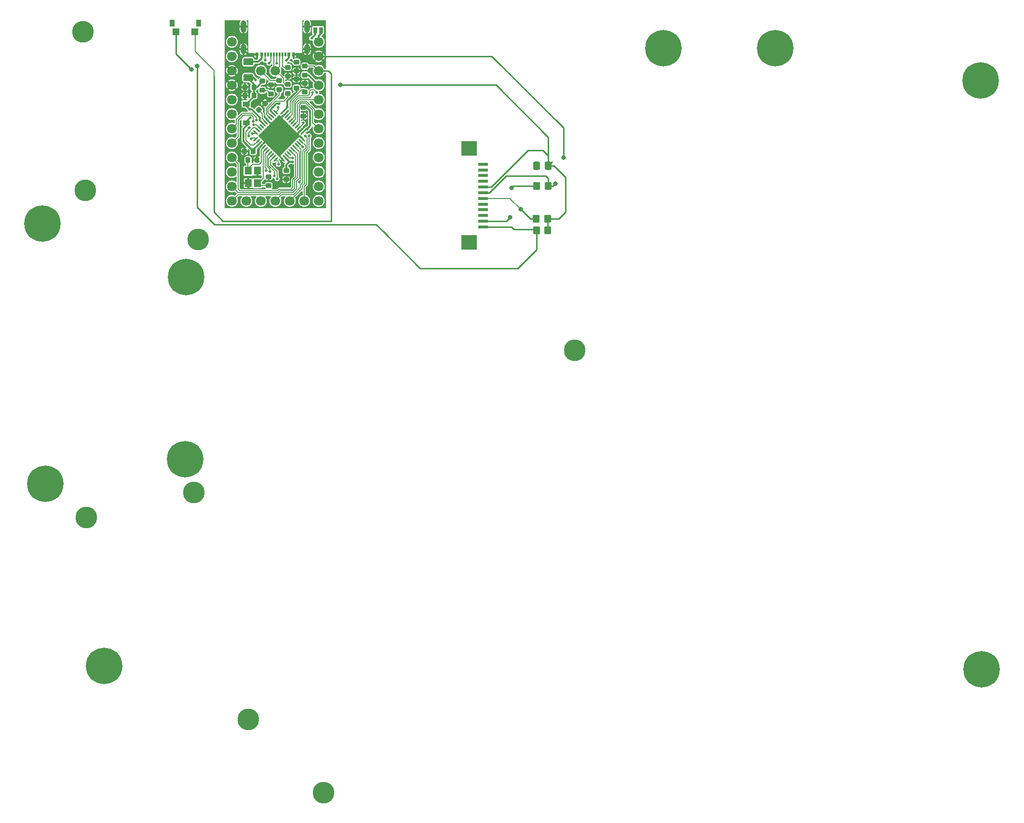
<source format=gtl>
G04 #@! TF.GenerationSoftware,KiCad,Pcbnew,(6.0.0)*
G04 #@! TF.CreationDate,2021-12-27T00:15:52+08:00*
G04 #@! TF.ProjectId,Alvaro v2,416c7661-726f-4207-9632-2e6b69636164,rev?*
G04 #@! TF.SameCoordinates,Original*
G04 #@! TF.FileFunction,Copper,L1,Top*
G04 #@! TF.FilePolarity,Positive*
%FSLAX46Y46*%
G04 Gerber Fmt 4.6, Leading zero omitted, Abs format (unit mm)*
G04 Created by KiCad (PCBNEW (6.0.0)) date 2021-12-27 00:15:52*
%MOMM*%
%LPD*%
G01*
G04 APERTURE LIST*
G04 Aperture macros list*
%AMRoundRect*
0 Rectangle with rounded corners*
0 $1 Rounding radius*
0 $2 $3 $4 $5 $6 $7 $8 $9 X,Y pos of 4 corners*
0 Add a 4 corners polygon primitive as box body*
4,1,4,$2,$3,$4,$5,$6,$7,$8,$9,$2,$3,0*
0 Add four circle primitives for the rounded corners*
1,1,$1+$1,$2,$3*
1,1,$1+$1,$4,$5*
1,1,$1+$1,$6,$7*
1,1,$1+$1,$8,$9*
0 Add four rect primitives between the rounded corners*
20,1,$1+$1,$2,$3,$4,$5,0*
20,1,$1+$1,$4,$5,$6,$7,0*
20,1,$1+$1,$6,$7,$8,$9,0*
20,1,$1+$1,$8,$9,$2,$3,0*%
%AMHorizOval*
0 Thick line with rounded ends*
0 $1 width*
0 $2 $3 position (X,Y) of the first rounded end (center of the circle)*
0 $4 $5 position (X,Y) of the second rounded end (center of the circle)*
0 Add line between two ends*
20,1,$1,$2,$3,$4,$5,0*
0 Add two circle primitives to create the rounded ends*
1,1,$1,$2,$3*
1,1,$1,$4,$5*%
%AMRotRect*
0 Rectangle, with rotation*
0 The origin of the aperture is its center*
0 $1 length*
0 $2 width*
0 $3 Rotation angle, in degrees counterclockwise*
0 Add horizontal line*
21,1,$1,$2,0,0,$3*%
G04 Aperture macros list end*
G04 #@! TA.AperFunction,SMDPad,CuDef*
%ADD10R,0.600000X0.800000*%
G04 #@! TD*
G04 #@! TA.AperFunction,SMDPad,CuDef*
%ADD11R,0.300000X0.800000*%
G04 #@! TD*
G04 #@! TA.AperFunction,ComponentPad*
%ADD12O,1.000000X1.800000*%
G04 #@! TD*
G04 #@! TA.AperFunction,ComponentPad*
%ADD13O,1.000000X2.200000*%
G04 #@! TD*
G04 #@! TA.AperFunction,ComponentPad*
%ADD14C,0.800000*%
G04 #@! TD*
G04 #@! TA.AperFunction,ComponentPad*
%ADD15C,6.400000*%
G04 #@! TD*
G04 #@! TA.AperFunction,SMDPad,CuDef*
%ADD16RoundRect,0.218750X-0.218750X-0.256250X0.218750X-0.256250X0.218750X0.256250X-0.218750X0.256250X0*%
G04 #@! TD*
G04 #@! TA.AperFunction,SMDPad,CuDef*
%ADD17RoundRect,0.218750X0.256250X-0.218750X0.256250X0.218750X-0.256250X0.218750X-0.256250X-0.218750X0*%
G04 #@! TD*
G04 #@! TA.AperFunction,ComponentPad*
%ADD18R,1.200000X1.400000*%
G04 #@! TD*
G04 #@! TA.AperFunction,SMDPad,CuDef*
%ADD19R,1.200000X0.900000*%
G04 #@! TD*
G04 #@! TA.AperFunction,SMDPad,CuDef*
%ADD20RoundRect,0.218750X-0.256250X0.218750X-0.256250X-0.218750X0.256250X-0.218750X0.256250X0.218750X0*%
G04 #@! TD*
G04 #@! TA.AperFunction,ComponentPad*
%ADD21C,1.700000*%
G04 #@! TD*
G04 #@! TA.AperFunction,SMDPad,CuDef*
%ADD22HorizOval,0.300000X0.282843X-0.282843X-0.282843X0.282843X0*%
G04 #@! TD*
G04 #@! TA.AperFunction,SMDPad,CuDef*
%ADD23HorizOval,0.300000X0.282843X0.282843X-0.282843X-0.282843X0*%
G04 #@! TD*
G04 #@! TA.AperFunction,SMDPad,CuDef*
%ADD24RotRect,5.200000X5.200000X315.000000*%
G04 #@! TD*
G04 #@! TA.AperFunction,SMDPad,CuDef*
%ADD25RoundRect,0.218750X0.218750X0.256250X-0.218750X0.256250X-0.218750X-0.256250X0.218750X-0.256250X0*%
G04 #@! TD*
G04 #@! TA.AperFunction,SMDPad,CuDef*
%ADD26RoundRect,0.250000X0.625000X-0.375000X0.625000X0.375000X-0.625000X0.375000X-0.625000X-0.375000X0*%
G04 #@! TD*
G04 #@! TA.AperFunction,SMDPad,CuDef*
%ADD27RoundRect,0.218750X0.026517X-0.335876X0.335876X-0.026517X-0.026517X0.335876X-0.335876X0.026517X0*%
G04 #@! TD*
G04 #@! TA.AperFunction,SMDPad,CuDef*
%ADD28R,0.700000X1.000000*%
G04 #@! TD*
G04 #@! TA.AperFunction,SMDPad,CuDef*
%ADD29RoundRect,0.250000X0.337500X0.475000X-0.337500X0.475000X-0.337500X-0.475000X0.337500X-0.475000X0*%
G04 #@! TD*
G04 #@! TA.AperFunction,SMDPad,CuDef*
%ADD30RoundRect,0.250000X-0.350000X-0.450000X0.350000X-0.450000X0.350000X0.450000X-0.350000X0.450000X0*%
G04 #@! TD*
G04 #@! TA.AperFunction,ComponentPad*
%ADD31C,3.800000*%
G04 #@! TD*
G04 #@! TA.AperFunction,SMDPad,CuDef*
%ADD32RoundRect,0.250000X0.350000X0.450000X-0.350000X0.450000X-0.350000X-0.450000X0.350000X-0.450000X0*%
G04 #@! TD*
G04 #@! TA.AperFunction,SMDPad,CuDef*
%ADD33R,0.900000X1.200000*%
G04 #@! TD*
G04 #@! TA.AperFunction,SMDPad,CuDef*
%ADD34R,1.150000X1.300000*%
G04 #@! TD*
G04 #@! TA.AperFunction,SMDPad,CuDef*
%ADD35R,1.700000X0.600000*%
G04 #@! TD*
G04 #@! TA.AperFunction,SMDPad,CuDef*
%ADD36R,2.800000X2.500000*%
G04 #@! TD*
G04 #@! TA.AperFunction,ViaPad*
%ADD37C,0.800000*%
G04 #@! TD*
G04 #@! TA.AperFunction,ViaPad*
%ADD38C,0.500000*%
G04 #@! TD*
G04 #@! TA.AperFunction,Conductor*
%ADD39C,0.250000*%
G04 #@! TD*
G04 #@! TA.AperFunction,Conductor*
%ADD40C,0.160000*%
G04 #@! TD*
G04 #@! TA.AperFunction,Conductor*
%ADD41C,0.310000*%
G04 #@! TD*
G04 APERTURE END LIST*
D10*
X71092000Y-20920000D03*
X77492000Y-20920000D03*
X71892000Y-20920000D03*
X76692000Y-20920000D03*
D11*
X75542000Y-20920000D03*
X74542000Y-20920000D03*
X74042000Y-20920000D03*
X73042000Y-20920000D03*
X72542000Y-20920000D03*
X73542000Y-20920000D03*
X75042000Y-20920000D03*
X76042000Y-20920000D03*
D12*
X79867000Y-20020000D03*
D13*
X68717000Y-16020000D03*
X79867000Y-16020000D03*
D12*
X68717000Y-20020000D03*
D14*
X31731394Y-48923159D03*
X31731394Y-52317271D03*
X31028450Y-50620215D03*
X35828450Y-50620215D03*
X33428450Y-53020215D03*
D15*
X33428450Y-50620215D03*
D14*
X33428450Y-48220215D03*
X35125506Y-52317271D03*
X35125506Y-48923159D03*
D16*
X69504500Y-39470000D03*
X71079500Y-39470000D03*
D17*
X73142000Y-44007500D03*
X73142000Y-42432500D03*
D18*
X71142000Y-43569000D03*
X71142000Y-41369000D03*
X69542000Y-41369000D03*
X69542000Y-43569000D03*
D17*
X71992000Y-27207500D03*
X71992000Y-25632500D03*
X77992000Y-26857500D03*
X77992000Y-25282500D03*
D19*
X69192000Y-32920000D03*
X69192000Y-29620000D03*
D20*
X79492000Y-22982500D03*
X79492000Y-24557500D03*
D21*
X79372000Y-46660000D03*
X76832000Y-46660000D03*
X74292000Y-46660000D03*
X71752000Y-46660000D03*
X69212000Y-46660000D03*
X66672000Y-46660000D03*
X66672000Y-44120000D03*
X66672000Y-41580000D03*
X66672000Y-39040000D03*
X66672000Y-36500000D03*
X66672000Y-33960000D03*
X66672000Y-31420000D03*
X66672000Y-28880000D03*
X66672000Y-26340000D03*
X66672000Y-23800000D03*
X66672000Y-21260000D03*
X66672000Y-18720000D03*
X81912000Y-18720000D03*
X81912000Y-21260000D03*
X81912000Y-23800000D03*
X81912000Y-26340000D03*
X81912000Y-28880000D03*
X81912000Y-31420000D03*
X81912000Y-33960000D03*
X81912000Y-36500000D03*
X81912000Y-39040000D03*
X81912000Y-41580000D03*
X81912000Y-44120000D03*
X81912000Y-46660000D03*
D17*
X76492000Y-24757500D03*
X76492000Y-23182500D03*
D22*
X74390959Y-31083425D03*
X74037406Y-31436979D03*
X73683852Y-31790532D03*
X73330299Y-32144086D03*
X72976746Y-32497639D03*
X72623192Y-32851192D03*
X72269639Y-33204746D03*
X71916086Y-33558299D03*
X71562532Y-33911852D03*
X71208979Y-34265406D03*
X70855425Y-34618959D03*
D23*
X70855425Y-35821041D03*
X71208979Y-36174594D03*
X71562532Y-36528148D03*
X71916086Y-36881701D03*
X72269639Y-37235254D03*
X72623192Y-37588808D03*
X72976746Y-37942361D03*
X73330299Y-38295914D03*
X73683852Y-38649468D03*
X74037406Y-39003021D03*
X74390959Y-39356575D03*
D22*
X75593041Y-39356575D03*
X75946594Y-39003021D03*
X76300148Y-38649468D03*
X76653701Y-38295914D03*
X77007254Y-37942361D03*
X77360808Y-37588808D03*
X77714361Y-37235254D03*
X78067914Y-36881701D03*
X78421468Y-36528148D03*
X78775021Y-36174594D03*
X79128575Y-35821041D03*
D23*
X79128575Y-34618959D03*
X78775021Y-34265406D03*
X78421468Y-33911852D03*
X78067914Y-33558299D03*
X77714361Y-33204746D03*
X77360808Y-32851192D03*
X77007254Y-32497639D03*
X76653701Y-32144086D03*
X76300148Y-31790532D03*
X75946594Y-31436979D03*
X75593041Y-31083425D03*
D21*
X74992000Y-35220000D03*
D24*
X74992000Y-35220000D03*
D25*
X70529500Y-28170000D03*
X68954500Y-28170000D03*
D17*
X79492000Y-27557500D03*
X79492000Y-25982500D03*
D21*
X71752000Y-23800000D03*
X74292000Y-23800000D03*
D20*
X79242000Y-30220000D03*
X79242000Y-31795000D03*
X76217000Y-41332500D03*
X76217000Y-42907500D03*
D17*
X77992000Y-23857500D03*
X77992000Y-22282500D03*
D26*
X69562000Y-25020000D03*
X69562000Y-22220000D03*
D27*
X71385153Y-30676847D03*
X72498847Y-29563153D03*
D25*
X70529500Y-26670000D03*
X68954500Y-26670000D03*
D17*
X76492000Y-27757500D03*
X76492000Y-26182500D03*
D25*
X70429500Y-37970000D03*
X68854500Y-37970000D03*
D17*
X74992000Y-27107500D03*
X74992000Y-25532500D03*
D20*
X73492000Y-26282500D03*
X73492000Y-27857500D03*
D28*
X81292000Y-16670000D03*
X82292000Y-16670000D03*
D29*
X122222500Y-40460000D03*
X120147500Y-40460000D03*
D14*
X60866596Y-92099365D03*
X58466596Y-89699365D03*
X56769540Y-93796421D03*
X60163652Y-90402309D03*
X58466596Y-94499365D03*
D15*
X58466596Y-92099365D03*
D14*
X56066596Y-92099365D03*
X56769540Y-90402309D03*
X60163652Y-93796421D03*
D30*
X120155000Y-51870000D03*
X122155000Y-51870000D03*
D14*
X56921523Y-61741416D03*
X56921523Y-58347304D03*
X60315635Y-58347304D03*
X61018579Y-60044360D03*
X58618579Y-62444360D03*
X56218579Y-60044360D03*
X60315635Y-61741416D03*
D15*
X58618579Y-60044360D03*
D14*
X58618579Y-57644360D03*
D30*
X120215000Y-44080000D03*
X122215000Y-44080000D03*
D31*
X69560000Y-137777500D03*
D32*
X122135000Y-49830000D03*
X120135000Y-49830000D03*
D33*
X60800000Y-15430000D03*
X56200000Y-15430000D03*
D34*
X56825000Y-16980000D03*
X60175000Y-16980000D03*
D35*
X110795000Y-51230000D03*
X110795000Y-50230000D03*
X110795000Y-49230000D03*
X110795000Y-48230000D03*
X110795000Y-47230000D03*
X110795000Y-46230000D03*
X110795000Y-45230000D03*
X110795000Y-44230000D03*
X110795000Y-43230000D03*
X110795000Y-42230000D03*
X110795000Y-41230000D03*
X110795000Y-40230000D03*
D36*
X108345000Y-53980000D03*
X108345000Y-37480000D03*
D31*
X82740000Y-150637500D03*
D14*
X35595955Y-94657980D03*
X31498899Y-96355036D03*
X32201843Y-98052092D03*
D15*
X33898899Y-96355036D03*
D14*
X33898899Y-98755036D03*
X36298899Y-96355036D03*
X35595955Y-98052092D03*
X32201843Y-94657980D03*
X33898899Y-93955036D03*
X160427944Y-21497056D03*
X164525000Y-19800000D03*
X160427944Y-18102944D03*
X163822056Y-21497056D03*
X162125000Y-17400000D03*
X159725000Y-19800000D03*
X162125000Y-22200000D03*
D15*
X162125000Y-19800000D03*
D14*
X163822056Y-18102944D03*
X41830000Y-128367500D03*
X44230000Y-130767500D03*
X42532944Y-130064556D03*
D15*
X44230000Y-128367500D03*
D14*
X45927056Y-126670444D03*
X42532944Y-126670444D03*
X46630000Y-128367500D03*
X45927056Y-130064556D03*
X44230000Y-125967500D03*
D31*
X60740000Y-53437500D03*
X40550000Y-16937500D03*
D14*
X140757944Y-18102944D03*
X142455000Y-22200000D03*
X142455000Y-17400000D03*
X144152056Y-18102944D03*
D15*
X142455000Y-19800000D03*
D14*
X140757944Y-21497056D03*
X144855000Y-19800000D03*
X144152056Y-21497056D03*
X140055000Y-19800000D03*
X199877056Y-27194556D03*
X200580000Y-25497500D03*
X199877056Y-23800444D03*
X196482944Y-23800444D03*
X195780000Y-25497500D03*
D15*
X198180000Y-25497500D03*
D14*
X198180000Y-23097500D03*
X196482944Y-27194556D03*
X198180000Y-27897500D03*
D31*
X41140000Y-102265000D03*
X40910000Y-44785000D03*
X126840000Y-72947500D03*
X59980000Y-97865000D03*
D14*
X198304500Y-126567500D03*
X200001556Y-130664556D03*
X200001556Y-127270444D03*
X196607444Y-127270444D03*
X195904500Y-128967500D03*
D15*
X198304500Y-128967500D03*
D14*
X198304500Y-131367500D03*
X196607444Y-130664556D03*
X200704500Y-128967500D03*
D37*
X85730000Y-26300000D03*
X56890000Y-16950000D03*
X60200000Y-17100000D03*
X60580000Y-23000000D03*
D38*
X74442000Y-43620000D03*
X75342000Y-28570000D03*
X67742000Y-37920000D03*
X68942000Y-27420000D03*
X79867000Y-17595000D03*
X75742000Y-24070000D03*
X68292000Y-41870000D03*
X80292000Y-40570000D03*
X68292000Y-40720000D03*
X78742000Y-21345000D03*
D37*
X123495000Y-43620000D03*
D38*
X79867000Y-18645000D03*
X80492000Y-38920000D03*
X77192000Y-41345000D03*
X68292000Y-42970000D03*
X70067000Y-23645000D03*
D37*
X59590026Y-23581974D03*
D38*
X68717000Y-23645000D03*
X68292000Y-44070000D03*
X80192000Y-44720000D03*
X77992000Y-25970000D03*
X76442000Y-44020000D03*
X81092000Y-35270000D03*
D37*
X124885000Y-39040000D03*
D38*
X68717000Y-17620000D03*
X68717000Y-18645000D03*
X69742555Y-33820555D03*
X79167484Y-32994516D03*
X70442526Y-33330000D03*
X70260156Y-34789947D03*
X69601999Y-35279999D03*
X78521687Y-43349687D03*
X79095589Y-37216411D03*
X70402002Y-32671244D03*
X72692443Y-41338853D03*
X73338580Y-41473420D03*
X74611949Y-42770000D03*
X79542000Y-35220000D03*
X80831092Y-27637942D03*
X81542000Y-27620000D03*
X80234965Y-35220000D03*
X70092000Y-35770000D03*
X74931254Y-29608452D03*
X80692000Y-18070000D03*
X70842000Y-25420000D03*
X69842000Y-30614981D03*
X72542000Y-21945020D03*
X77052184Y-21933848D03*
X76236344Y-21950656D03*
X71717000Y-21745000D03*
D37*
X120147500Y-40460000D03*
X115775000Y-44370000D03*
X115495000Y-49560000D03*
X120215000Y-44080000D03*
D38*
X74847889Y-40239111D03*
D37*
X117355000Y-48120000D03*
D38*
X79891993Y-34020000D03*
X76436943Y-30164456D03*
X69876999Y-32070000D03*
X77342000Y-39790003D03*
X74833118Y-30261118D03*
X77342000Y-39130000D03*
X71022738Y-32446992D03*
X74121949Y-42287475D03*
X73189186Y-22469999D03*
X74542000Y-22470000D03*
D39*
X113050000Y-26300000D02*
X85730000Y-26300000D01*
X122222500Y-35472500D02*
X113050000Y-26300000D01*
X122222500Y-40460000D02*
X122222500Y-35472500D01*
D40*
X63510000Y-23730000D02*
X63510000Y-24780000D01*
X60200000Y-20420000D02*
X63510000Y-23730000D01*
X60200000Y-17100000D02*
X60200000Y-20420000D01*
D39*
X56855026Y-20846974D02*
X59590026Y-23581974D01*
X56855026Y-16984974D02*
X56855026Y-20846974D01*
X56890000Y-16950000D02*
X56855026Y-16984974D01*
D40*
X115465000Y-46230000D02*
X117355000Y-48120000D01*
X110795000Y-46230000D02*
X115465000Y-46230000D01*
D39*
X83570000Y-23800000D02*
X81912000Y-23800000D01*
X65100000Y-50220000D02*
X84130000Y-50220000D01*
X84130000Y-24360000D02*
X83570000Y-23800000D01*
X63510000Y-48630000D02*
X65100000Y-50220000D01*
X84130000Y-50220000D02*
X84130000Y-24360000D01*
X63510000Y-24780000D02*
X63510000Y-48630000D01*
X63620000Y-50810000D02*
X60580000Y-47770000D01*
X93342500Y-52127500D02*
X92025000Y-50810000D01*
X92025000Y-50810000D02*
X63620000Y-50810000D01*
X60580000Y-47770000D02*
X60580000Y-23000000D01*
X99715000Y-58500000D02*
X93342500Y-52127500D01*
X124885000Y-33845000D02*
X124885000Y-39040000D01*
X112300000Y-21260000D02*
X124885000Y-33845000D01*
X81912000Y-21260000D02*
X112300000Y-21260000D01*
D41*
X74992000Y-35220000D02*
X74992000Y-34512893D01*
X74992000Y-35220000D02*
X74992000Y-32391573D01*
X74992000Y-35220000D02*
X74992000Y-38734304D01*
X79015557Y-20920000D02*
X77492000Y-20920000D01*
X79867000Y-20068557D02*
X79015557Y-20920000D01*
X68804500Y-38120000D02*
X68879500Y-38120000D01*
X78017000Y-23670000D02*
X78242000Y-23670000D01*
D39*
X122215000Y-42690000D02*
X122215000Y-44080000D01*
D41*
X74992000Y-32391573D02*
X75946594Y-31436979D01*
X75138241Y-35366241D02*
X78673775Y-35366241D01*
X74992000Y-38734304D02*
X75593041Y-39335345D01*
X75593041Y-39335345D02*
X75593041Y-39356575D01*
D39*
X111845000Y-45230000D02*
X110795000Y-45230000D01*
D41*
X74992000Y-34512893D02*
X72976746Y-32497639D01*
X69568443Y-20920000D02*
X71092000Y-20920000D01*
X77820427Y-35220000D02*
X78775021Y-34265406D01*
X74992000Y-35220000D02*
X75138241Y-35366241D01*
X78673775Y-35366241D02*
X79128575Y-35821041D01*
D39*
X123035000Y-44080000D02*
X123495000Y-43620000D01*
D41*
X69392000Y-43252998D02*
X69392000Y-43520000D01*
D39*
X122215000Y-44080000D02*
X123035000Y-44080000D01*
D41*
X73577787Y-35220000D02*
X71916086Y-36881701D01*
X68716400Y-15393200D02*
X68716400Y-20067957D01*
X74992000Y-35220000D02*
X73577787Y-35220000D01*
X79242000Y-31420000D02*
X79242000Y-31940042D01*
D39*
X111845000Y-45230000D02*
X114815000Y-42260000D01*
X121785000Y-42260000D02*
X122215000Y-42690000D01*
D41*
X79867000Y-15405900D02*
X79867000Y-20068557D01*
D39*
X114815000Y-42260000D02*
X121785000Y-42260000D01*
D41*
X74992000Y-35220000D02*
X77820427Y-35220000D01*
X68716400Y-20067957D02*
X69568443Y-20920000D01*
D40*
X70349999Y-40228999D02*
X69442000Y-41136998D01*
X69442000Y-41136998D02*
X69442000Y-41269000D01*
X69542000Y-41236998D02*
X69542000Y-41369000D01*
X71533001Y-40228999D02*
X70349999Y-40228999D01*
X69504500Y-41206500D02*
X69442000Y-41269000D01*
X71834748Y-37670145D02*
X71834748Y-39577252D01*
X69504500Y-39470000D02*
X69504500Y-41206500D01*
X71834748Y-39577252D02*
X71834748Y-39927252D01*
X71834748Y-39927252D02*
X71533001Y-40228999D01*
X72269639Y-37235254D02*
X71834748Y-37670145D01*
X71982749Y-31479251D02*
X71982749Y-31324443D01*
X71982749Y-32210749D02*
X72623192Y-32851192D01*
X71982749Y-31324443D02*
X71435153Y-30776847D01*
X71982749Y-31479251D02*
X71982749Y-32210749D01*
X79492000Y-22982500D02*
X81094500Y-22982500D01*
X69938128Y-36870000D02*
X70513573Y-36870000D01*
X81094500Y-22982500D02*
X81912000Y-23800000D01*
X70890250Y-36493323D02*
X71208979Y-36174594D01*
X69111998Y-34451112D02*
X69742555Y-33820555D01*
X69111998Y-36043870D02*
X69938128Y-36870000D01*
X69111998Y-34451112D02*
X69111998Y-36043870D01*
X70513573Y-36870000D02*
X71208979Y-36174594D01*
X80550724Y-28879982D02*
X78553108Y-28879982D01*
X81912000Y-28880000D02*
X80550742Y-28880000D01*
X77886972Y-29546118D02*
X77886972Y-32325028D01*
X78553108Y-28879982D02*
X77886972Y-29546118D01*
X80550742Y-28880000D02*
X80550724Y-28879982D01*
X77886972Y-32325028D02*
X77360808Y-32851192D01*
X78685662Y-29199990D02*
X78206980Y-29678672D01*
X81912000Y-31420000D02*
X81842000Y-31420000D01*
X78206980Y-32712127D02*
X77714361Y-33204746D01*
X81142008Y-30543660D02*
X79798338Y-29199990D01*
X81142009Y-30720009D02*
X81142008Y-30543660D01*
X81842000Y-31420000D02*
X81142009Y-30720009D01*
X78206980Y-29678672D02*
X78206980Y-32712127D01*
X79798338Y-29199990D02*
X78685662Y-29199990D01*
X80821999Y-32869999D02*
X80821999Y-30676213D01*
X78526990Y-29811224D02*
X78526990Y-33099223D01*
X78526990Y-33099223D02*
X78067914Y-33558299D01*
X81912000Y-33960000D02*
X80821999Y-32869999D01*
X78818214Y-29520000D02*
X78526990Y-29811224D01*
X80821999Y-30676213D02*
X79665786Y-29520000D01*
X79665786Y-29520000D02*
X78818214Y-29520000D01*
X79167484Y-32994516D02*
X79167484Y-33165836D01*
X79167484Y-33165836D02*
X78421468Y-33911852D01*
X70442526Y-33330000D02*
X70980680Y-33330000D01*
X70980680Y-33330000D02*
X71562532Y-33911852D01*
X70260156Y-34789947D02*
X70684437Y-34789947D01*
X70684437Y-34789947D02*
X70855425Y-34618959D01*
X70763573Y-33820000D02*
X70436075Y-33820000D01*
X70436075Y-33820000D02*
X69601999Y-34654076D01*
X71208979Y-34265406D02*
X70763573Y-33820000D01*
X69601999Y-34654076D02*
X69601999Y-35279999D01*
X78067914Y-36881701D02*
X78817037Y-37630824D01*
X78817037Y-43054337D02*
X78521687Y-43349687D01*
X78817037Y-37630824D02*
X78817037Y-43054337D01*
X77857010Y-38792117D02*
X77832001Y-38767108D01*
X77360185Y-42913101D02*
X77857010Y-42416276D01*
X77857010Y-42416276D02*
X77857010Y-38792117D01*
X77832001Y-38767108D02*
X77007254Y-37942361D01*
X68151979Y-44929979D02*
X74664335Y-44929979D01*
X66672000Y-39040000D02*
X67762001Y-40130001D01*
X67762001Y-40130001D02*
X67762001Y-44540001D01*
X67762001Y-44540001D02*
X68151979Y-44929979D01*
X74984345Y-44609969D02*
X77071783Y-44609969D01*
X77360185Y-44321567D02*
X77360185Y-42913101D01*
X74664335Y-44929979D02*
X74984345Y-44609969D01*
X77071783Y-44609969D02*
X77360185Y-44321567D01*
X70112200Y-31579999D02*
X70402002Y-31869801D01*
X78421468Y-36528148D02*
X78421468Y-36542290D01*
X67762001Y-32502561D02*
X68684563Y-31579999D01*
X67762001Y-35409999D02*
X67762001Y-32502561D01*
X66672000Y-36500000D02*
X67762001Y-35409999D01*
X78421468Y-36542290D02*
X79095589Y-37216411D01*
X70402002Y-31869801D02*
X70402002Y-32671244D01*
X68684563Y-31579999D02*
X70112200Y-31579999D01*
X72692443Y-40926292D02*
X72692443Y-41338853D01*
X72976746Y-37942361D02*
X72658017Y-38261090D01*
X72502011Y-38417096D02*
X72502011Y-40735860D01*
X72976746Y-37942361D02*
X72502011Y-38417096D01*
X72502011Y-40735860D02*
X72692443Y-40926292D01*
X72822021Y-40603308D02*
X72822021Y-38804192D01*
X73338580Y-41119867D02*
X72822021Y-40603308D01*
X72822021Y-38804192D02*
X73330299Y-38295914D01*
X73338580Y-41473420D02*
X73338580Y-41119867D01*
X73462041Y-40338204D02*
X73462041Y-39578386D01*
X74611949Y-42770000D02*
X74611949Y-41488112D01*
X74611949Y-41488112D02*
X73462041Y-40338204D01*
X73462041Y-39578386D02*
X74037406Y-39003021D01*
X79905600Y-35583600D02*
X79542000Y-35220000D01*
X79457057Y-38044685D02*
X79905599Y-37596143D01*
X77007254Y-32497639D02*
X77566962Y-31937931D01*
X76832000Y-46660000D02*
X79051990Y-44440010D01*
X77566963Y-29413565D02*
X78301264Y-28679264D01*
X78301264Y-28679264D02*
X78420556Y-28559972D01*
X79457057Y-43592081D02*
X79457057Y-38044685D01*
X80831092Y-27991495D02*
X80831092Y-27637942D01*
X79051990Y-44440010D02*
X79051990Y-43997148D01*
X77566962Y-31937931D02*
X77566962Y-29794962D01*
X79905599Y-37596143D02*
X79905600Y-35583600D01*
X80262615Y-28559972D02*
X80831092Y-27991495D01*
X77566962Y-29794962D02*
X77566963Y-29413565D01*
X79051990Y-43997148D02*
X79457057Y-43592081D01*
X78420556Y-28559972D02*
X80262615Y-28559972D01*
X79974272Y-28239962D02*
X80341091Y-27873143D01*
X80595891Y-27147941D02*
X81066293Y-27147941D01*
X80234965Y-37719339D02*
X80234965Y-37177035D01*
X79777067Y-38177237D02*
X80234965Y-37719339D01*
X79777067Y-43724633D02*
X79777067Y-38177237D01*
X77246954Y-29281012D02*
X78288004Y-28239962D01*
X76653701Y-32144086D02*
X77246952Y-31550835D01*
X77246952Y-31550835D02*
X77246952Y-29965048D01*
X80341091Y-27873143D02*
X80341091Y-27402741D01*
X79372000Y-44129700D02*
X79372000Y-46660000D01*
X79372000Y-44129700D02*
X79777067Y-43724633D01*
X80234965Y-35220000D02*
X80234965Y-37177035D01*
X81538352Y-27620000D02*
X81542000Y-27620000D01*
X78288004Y-28239962D02*
X79974272Y-28239962D01*
X81066293Y-27147941D02*
X81538352Y-27620000D01*
X80341091Y-27402741D02*
X80595891Y-27147941D01*
X77246952Y-29965048D02*
X77246954Y-29281012D01*
X79585590Y-36981210D02*
X79585590Y-37463590D01*
X75382001Y-45569999D02*
X74292000Y-46660000D01*
X78731980Y-43864596D02*
X78731980Y-44307458D01*
X77469439Y-45569999D02*
X75382001Y-45569999D01*
X78731980Y-44307458D02*
X77469439Y-45569999D01*
X79137047Y-43459529D02*
X78731980Y-43864596D01*
X79137047Y-37912133D02*
X79137047Y-43459529D01*
X78778974Y-36174594D02*
X79585590Y-36981210D01*
X78775021Y-36174594D02*
X78778974Y-36174594D01*
X79585590Y-37463590D02*
X79137047Y-37912133D01*
X70855425Y-35821041D02*
X70623192Y-35588808D01*
X70292000Y-35570000D02*
X70604384Y-35570000D01*
X70292000Y-35570000D02*
X70092000Y-35770000D01*
X70604384Y-35570000D02*
X70623192Y-35588808D01*
X72182001Y-42728999D02*
X72182001Y-38029999D01*
X73142000Y-44007500D02*
X71580500Y-44007500D01*
X71242000Y-43669000D02*
X72182001Y-42728999D01*
X70879500Y-43957500D02*
X70592000Y-43670000D01*
X72182001Y-38029999D02*
X72623192Y-37588808D01*
X71229500Y-44007500D02*
X70892000Y-43670000D01*
X71580500Y-44007500D02*
X71242000Y-43669000D01*
X74992000Y-28081180D02*
X72726980Y-30346200D01*
X74992000Y-27407500D02*
X74992000Y-28081180D01*
X72726980Y-31540767D02*
X73330299Y-32144086D01*
X72726980Y-30346200D02*
X72726980Y-31540767D01*
X73046990Y-31153670D02*
X73683852Y-31790532D01*
X73046990Y-30478752D02*
X73046990Y-31153670D01*
X75839697Y-29118451D02*
X74407291Y-29118451D01*
X74407291Y-29118451D02*
X73046990Y-30478752D01*
X76492000Y-28466148D02*
X75839697Y-29118451D01*
X76492000Y-28466148D02*
X76492000Y-27757500D01*
X76926943Y-31163737D02*
X76926943Y-30097599D01*
X78917904Y-27157500D02*
X79492000Y-27157500D01*
X76300148Y-31790532D02*
X76926943Y-31163737D01*
X76926943Y-30097599D02*
X76926945Y-29148459D01*
X76926945Y-29148459D02*
X78917904Y-27157500D01*
D41*
X70529500Y-26670000D02*
X70529500Y-28170000D01*
X74475918Y-29608452D02*
X74931254Y-29608452D01*
X70529500Y-26670000D02*
X71054500Y-26670000D01*
X70442000Y-25020000D02*
X70842000Y-25420000D01*
X69192000Y-29964981D02*
X69842000Y-30614981D01*
X70529500Y-28282500D02*
X69192000Y-29620000D01*
X70529500Y-28170000D02*
X70529500Y-28282500D01*
X72226746Y-33204746D02*
X71587739Y-32565739D01*
X69192000Y-29620000D02*
X69192000Y-29964981D01*
X81292000Y-17470000D02*
X80692000Y-18070000D01*
X72269639Y-33204746D02*
X72226746Y-33204746D01*
X71587739Y-32565739D02*
X71587739Y-32044348D01*
X73442000Y-30642370D02*
X74475918Y-29608452D01*
X71587739Y-32044348D02*
X70158372Y-30614981D01*
X69562000Y-25020000D02*
X70442000Y-25020000D01*
X73442000Y-30841573D02*
X74037406Y-31436979D01*
X70529500Y-26670000D02*
X70529500Y-26157500D01*
X72269639Y-33204746D02*
X71587739Y-32522846D01*
X70529500Y-26157500D02*
X69392000Y-25020000D01*
X71587739Y-32522846D02*
X71587739Y-32044348D01*
X81292000Y-16670000D02*
X81292000Y-17470000D01*
X71054500Y-26670000D02*
X71992000Y-25732500D01*
X73442000Y-30642370D02*
X73442000Y-30841573D01*
X70158372Y-30614981D02*
X69842000Y-30614981D01*
D40*
X77992000Y-22282500D02*
X77400836Y-22282500D01*
X72542000Y-21945020D02*
X72542000Y-20920000D01*
X77400836Y-22282500D02*
X77052184Y-21933848D01*
X75542000Y-22970000D02*
X75754500Y-23182500D01*
X75542000Y-20920000D02*
X75542000Y-22970000D01*
X75754500Y-23182500D02*
X76492000Y-23182500D01*
D41*
X71892000Y-20920000D02*
X71892000Y-21570000D01*
X76692000Y-21495000D02*
X76236344Y-21950656D01*
X76692000Y-20920000D02*
X76692000Y-21495000D01*
X71242000Y-22220000D02*
X71717000Y-21745000D01*
X69392000Y-22220000D02*
X71242000Y-22220000D01*
X76236344Y-21950656D02*
X76236344Y-21950656D01*
X71892000Y-21570000D02*
X71717000Y-21745000D01*
D40*
X72942000Y-27307500D02*
X73492000Y-27857500D01*
X71992000Y-27307500D02*
X72942000Y-27307500D01*
X73292000Y-27957500D02*
X73492000Y-28157500D01*
D41*
X81912000Y-17650000D02*
X81912000Y-18720000D01*
X82292000Y-17270000D02*
X81912000Y-17650000D01*
X82292000Y-16670000D02*
X82292000Y-17270000D01*
D39*
X114825000Y-50230000D02*
X115495000Y-49560000D01*
X115775000Y-44370000D02*
X116065000Y-44080000D01*
X114825000Y-50230000D02*
X110795000Y-50230000D01*
X116065000Y-44080000D02*
X120215000Y-44080000D01*
X120135000Y-49830000D02*
X119065000Y-49830000D01*
D40*
X74847889Y-39813505D02*
X74390959Y-39356575D01*
X74847889Y-40239111D02*
X74847889Y-39813505D01*
D39*
X119065000Y-49830000D02*
X117355000Y-48120000D01*
D41*
X80129500Y-24557500D02*
X79492000Y-24557500D01*
D39*
X125285000Y-48620000D02*
X124075000Y-49830000D01*
D41*
X79891993Y-34020000D02*
X79727534Y-34020000D01*
D39*
X122222500Y-40460000D02*
X123255000Y-40460000D01*
D41*
X76436943Y-30164456D02*
X76436943Y-30239523D01*
X70429500Y-37970000D02*
X70429500Y-37920000D01*
D39*
X118675000Y-37760000D02*
X121265000Y-37760000D01*
D41*
X75946594Y-39003021D02*
X76733576Y-39790003D01*
D39*
X121265000Y-37760000D02*
X122222500Y-38717500D01*
X124075000Y-49830000D02*
X122135000Y-49830000D01*
D41*
X69392000Y-33334908D02*
X69392000Y-32554999D01*
X79727534Y-34020000D02*
X79128575Y-34618959D01*
X77992000Y-26857500D02*
X77992000Y-27524776D01*
D39*
X125285000Y-42490000D02*
X125285000Y-48620000D01*
X112205000Y-44230000D02*
X118675000Y-37760000D01*
X112205000Y-44230000D02*
X110795000Y-44230000D01*
D41*
X70549500Y-38040000D02*
X70549500Y-38070000D01*
X69392000Y-32554999D02*
X69876999Y-32070000D01*
D39*
X122155000Y-51870000D02*
X122155000Y-49850000D01*
D41*
X79761978Y-30220000D02*
X80426989Y-30885011D01*
D39*
X122222500Y-38717500D02*
X122222500Y-40460000D01*
D41*
X76436943Y-29079833D02*
X76436943Y-30164456D01*
X70429500Y-37970000D02*
X70429500Y-37661180D01*
D39*
X122222500Y-40460000D02*
X122905000Y-39777500D01*
X122155000Y-49850000D02*
X122135000Y-49830000D01*
D41*
X70429500Y-37920000D02*
X68716989Y-36207489D01*
X80426989Y-30885011D02*
X80426989Y-33485004D01*
X76436943Y-30239523D02*
X75593041Y-31083425D01*
X75946594Y-39003021D02*
X76415287Y-39471713D01*
X76217000Y-41332500D02*
X76217000Y-40306579D01*
X68716988Y-34009920D02*
X69392000Y-33334908D01*
X68716989Y-36207489D02*
X68716988Y-34009920D01*
X80426989Y-33485004D02*
X79891993Y-34020000D01*
X70429500Y-37661180D02*
X71562532Y-36528148D01*
X76415287Y-39471713D02*
X76561675Y-39618101D01*
X76733576Y-39790003D02*
X77342000Y-39790003D01*
D39*
X123255000Y-40460000D02*
X125285000Y-42490000D01*
D41*
X76217000Y-40306579D02*
X76733576Y-39790003D01*
X77992000Y-27524776D02*
X76436943Y-29079833D01*
X75992000Y-41132500D02*
X76114510Y-41132500D01*
X79242000Y-30220000D02*
X79761978Y-30220000D01*
X81912000Y-26340000D02*
X80129500Y-24557500D01*
D40*
X74929439Y-45569999D02*
X75249449Y-45249989D01*
X78497028Y-42681380D02*
X78497028Y-38017921D01*
X78497028Y-38017921D02*
X77714361Y-37235254D01*
X66672000Y-46660000D02*
X67762001Y-45569999D01*
X67762001Y-45569999D02*
X74929439Y-45569999D01*
X78000205Y-43178205D02*
X78497028Y-42681380D01*
X78000205Y-44586671D02*
X78000205Y-43178205D01*
X77336887Y-45249989D02*
X78000205Y-44586671D01*
X75249449Y-45249989D02*
X77336887Y-45249989D01*
X77360808Y-37588808D02*
X78177020Y-38405020D01*
X75116897Y-44929979D02*
X74796887Y-45249989D01*
X77680195Y-43045653D02*
X77680195Y-44454119D01*
X77204335Y-44929979D02*
X75116897Y-44929979D01*
X78177019Y-42548829D02*
X77680195Y-43045653D01*
X78177020Y-38405020D02*
X78177019Y-42548829D01*
X74796887Y-45249989D02*
X67801989Y-45249989D01*
X67801989Y-45249989D02*
X66672000Y-44120000D01*
X77680195Y-44454119D02*
X77204335Y-44929979D01*
X74833118Y-30261118D02*
X74833118Y-30641266D01*
X74833118Y-30641266D02*
X74390959Y-31083425D01*
X71022738Y-32037975D02*
X70244752Y-31259989D01*
X71022738Y-32037975D02*
X71022738Y-32446992D01*
X76780680Y-39130000D02*
X77342000Y-39130000D01*
X66702000Y-33960000D02*
X67441991Y-33220009D01*
X67441992Y-32370008D02*
X68552011Y-31259989D01*
X67441991Y-33220009D02*
X67441992Y-32370008D01*
X70244752Y-31259989D02*
X68552011Y-31259989D01*
X76300148Y-38649468D02*
X76780680Y-39130000D01*
X66672000Y-33960000D02*
X66702000Y-33960000D01*
D39*
X119945000Y-51660000D02*
X120155000Y-51870000D01*
D40*
X73142031Y-39191289D02*
X73683852Y-38649468D01*
X74121949Y-41450674D02*
X73142031Y-40470756D01*
X73142031Y-40470756D02*
X73142031Y-39191289D01*
D39*
X115795000Y-51230000D02*
X116225000Y-51660000D01*
X115795000Y-51230000D02*
X110795000Y-51230000D01*
D40*
X74121949Y-42287475D02*
X74121949Y-41450674D01*
D39*
X116855000Y-58500000D02*
X99715000Y-58500000D01*
X120155000Y-55200000D02*
X116855000Y-58500000D01*
X116225000Y-51660000D02*
X119945000Y-51660000D01*
X120155000Y-51870000D02*
X120155000Y-55200000D01*
D40*
X74383286Y-23800000D02*
X74292000Y-23800000D01*
X75042000Y-23050000D02*
X74292000Y-23800000D01*
X75042000Y-20920000D02*
X75042000Y-23050000D01*
X76017000Y-26182500D02*
X75707010Y-25872510D01*
X76492000Y-26182500D02*
X76017000Y-26182500D01*
X74042000Y-20920000D02*
X74042000Y-23550000D01*
X75707010Y-25123724D02*
X74383286Y-23800000D01*
X75707010Y-25872510D02*
X75707010Y-25123724D01*
X74042000Y-23550000D02*
X74292000Y-23800000D01*
X71752000Y-23800000D02*
X73484500Y-25532500D01*
X73542000Y-20920000D02*
X73542000Y-22117185D01*
X73542000Y-22117185D02*
X73189186Y-22469999D01*
X74542000Y-20920000D02*
X74542000Y-22470000D01*
X73484500Y-25532500D02*
X74992000Y-25532500D01*
G04 #@! TA.AperFunction,Conductor*
G36*
X68167395Y-14928482D02*
G01*
X68194415Y-14975282D01*
X68185031Y-15028500D01*
X68181249Y-15034425D01*
X68133806Y-15101931D01*
X68129339Y-15110260D01*
X68074771Y-15250220D01*
X68072418Y-15259385D01*
X68057338Y-15373926D01*
X68057000Y-15379085D01*
X68057000Y-15846070D01*
X68060884Y-15856741D01*
X68066528Y-15860000D01*
X69363070Y-15860000D01*
X69373741Y-15856116D01*
X69377000Y-15850472D01*
X69377000Y-15382326D01*
X69376714Y-15377584D01*
X69363228Y-15266136D01*
X69360974Y-15256960D01*
X69307874Y-15116435D01*
X69303492Y-15108053D01*
X69252422Y-15033746D01*
X69238892Y-14981428D01*
X69262156Y-14932653D01*
X69311330Y-14910244D01*
X69317528Y-14910000D01*
X69481000Y-14910000D01*
X69531780Y-14928482D01*
X69558800Y-14975282D01*
X69560000Y-14989000D01*
X69560000Y-20484954D01*
X69559601Y-20491298D01*
X69556511Y-20499347D01*
X69557610Y-20508843D01*
X69559476Y-20524970D01*
X69560000Y-20534051D01*
X69560000Y-20539494D01*
X69561137Y-20544123D01*
X69561211Y-20544736D01*
X69562757Y-20553331D01*
X69562998Y-20555410D01*
X69565547Y-20577440D01*
X69570737Y-20585077D01*
X69571110Y-20586289D01*
X69571761Y-20587377D01*
X69573964Y-20596346D01*
X69580286Y-20603516D01*
X69580286Y-20603517D01*
X69590019Y-20614556D01*
X69596092Y-20622385D01*
X69609735Y-20642461D01*
X69617873Y-20646824D01*
X69618766Y-20647727D01*
X69619846Y-20648389D01*
X69625953Y-20655316D01*
X69648626Y-20664020D01*
X69657628Y-20668142D01*
X69672619Y-20676180D01*
X69672621Y-20676181D01*
X69679019Y-20679611D01*
X69682098Y-20680000D01*
X69684954Y-20680000D01*
X69691298Y-20680399D01*
X69699347Y-20683489D01*
X69724973Y-20680524D01*
X69734051Y-20680000D01*
X70553000Y-20680000D01*
X70603780Y-20698482D01*
X70624312Y-20734045D01*
X70627236Y-20732981D01*
X70635884Y-20756741D01*
X70641528Y-20760000D01*
X71173000Y-20760000D01*
X71223780Y-20778482D01*
X71250800Y-20825282D01*
X71252000Y-20839000D01*
X71252000Y-21466069D01*
X71255884Y-21476740D01*
X71263316Y-21481031D01*
X71298052Y-21522427D01*
X71298052Y-21576467D01*
X71295327Y-21583020D01*
X71284146Y-21606835D01*
X71284144Y-21606841D01*
X71281754Y-21611932D01*
X71280889Y-21617487D01*
X71280886Y-21617497D01*
X71273629Y-21664109D01*
X71251431Y-21707816D01*
X71117886Y-21841361D01*
X71068910Y-21864199D01*
X71062025Y-21864500D01*
X70716233Y-21864500D01*
X70665453Y-21846018D01*
X70638433Y-21799218D01*
X70637535Y-21791163D01*
X70637500Y-21791166D01*
X70637324Y-21789309D01*
X70634519Y-21759631D01*
X70609588Y-21688636D01*
X70591590Y-21637385D01*
X70591589Y-21637383D01*
X70589634Y-21631816D01*
X70574948Y-21611932D01*
X70512654Y-21527594D01*
X70509150Y-21522850D01*
X70492570Y-21510604D01*
X70404931Y-21445872D01*
X70404930Y-21445871D01*
X70400184Y-21442366D01*
X70394617Y-21440411D01*
X70394615Y-21440410D01*
X70309442Y-21410500D01*
X70272369Y-21397481D01*
X70240834Y-21394500D01*
X68883166Y-21394500D01*
X68851631Y-21397481D01*
X68814558Y-21410500D01*
X68729385Y-21440410D01*
X68729383Y-21440411D01*
X68723816Y-21442366D01*
X68719070Y-21445871D01*
X68719069Y-21445872D01*
X68631430Y-21510604D01*
X68614850Y-21522850D01*
X68611346Y-21527594D01*
X68549053Y-21611932D01*
X68534366Y-21631816D01*
X68532411Y-21637383D01*
X68532410Y-21637385D01*
X68514412Y-21688636D01*
X68489481Y-21759631D01*
X68486500Y-21791166D01*
X68486500Y-22648834D01*
X68489481Y-22680369D01*
X68499834Y-22709851D01*
X68524391Y-22779778D01*
X68534366Y-22808184D01*
X68537871Y-22812930D01*
X68537872Y-22812931D01*
X68598364Y-22894830D01*
X68614850Y-22917150D01*
X68619594Y-22920654D01*
X68663662Y-22953203D01*
X68723816Y-22997634D01*
X68729383Y-22999589D01*
X68729385Y-22999590D01*
X68787840Y-23020118D01*
X68851631Y-23042519D01*
X68883166Y-23045500D01*
X70240834Y-23045500D01*
X70272369Y-23042519D01*
X70336160Y-23020118D01*
X70394615Y-22999590D01*
X70394617Y-22999589D01*
X70400184Y-22997634D01*
X70460339Y-22953203D01*
X70504406Y-22920654D01*
X70509150Y-22917150D01*
X70525636Y-22894830D01*
X70586128Y-22812931D01*
X70586129Y-22812930D01*
X70589634Y-22808184D01*
X70599610Y-22779778D01*
X70624166Y-22709851D01*
X70634519Y-22680369D01*
X70637500Y-22648834D01*
X70638102Y-22648891D01*
X70658192Y-22600907D01*
X70706220Y-22576137D01*
X70716233Y-22575500D01*
X71195640Y-22575500D01*
X71212267Y-22577270D01*
X71218638Y-22578642D01*
X71218641Y-22578642D01*
X71225022Y-22580016D01*
X71258547Y-22576048D01*
X71267833Y-22575500D01*
X71271535Y-22575500D01*
X71290307Y-22572376D01*
X71293950Y-22571858D01*
X71342553Y-22566105D01*
X71348443Y-22563276D01*
X71348627Y-22563223D01*
X71349655Y-22562989D01*
X71351149Y-22562517D01*
X71352113Y-22562122D01*
X71352308Y-22562055D01*
X71358745Y-22560984D01*
X71401813Y-22537747D01*
X71405126Y-22536059D01*
X71444758Y-22517027D01*
X71444760Y-22517026D01*
X71449241Y-22514874D01*
X71453242Y-22511511D01*
X71454380Y-22510373D01*
X71457632Y-22507628D01*
X71462902Y-22504785D01*
X71467332Y-22499992D01*
X71467334Y-22499991D01*
X71497728Y-22467110D01*
X71499879Y-22464874D01*
X71751343Y-22213410D01*
X71786424Y-22193053D01*
X71854994Y-22174358D01*
X71897755Y-22162700D01*
X71920268Y-22148877D01*
X72002930Y-22098123D01*
X72002932Y-22098121D01*
X72007724Y-22095179D01*
X72008022Y-22094850D01*
X72056877Y-22077360D01*
X72107559Y-22096111D01*
X72128769Y-22124541D01*
X72155605Y-22185530D01*
X72159227Y-22189839D01*
X72204876Y-22244145D01*
X72238639Y-22284311D01*
X72251891Y-22293132D01*
X72341378Y-22352700D01*
X72341381Y-22352701D01*
X72346060Y-22355816D01*
X72469233Y-22394298D01*
X72533744Y-22395481D01*
X72592629Y-22396560D01*
X72592630Y-22396560D01*
X72598255Y-22396663D01*
X72606930Y-22394298D01*
X72635120Y-22386613D01*
X72688974Y-22391088D01*
X72727351Y-22429133D01*
X72734481Y-22461906D01*
X72734087Y-22464439D01*
X72734817Y-22470020D01*
X72749201Y-22580016D01*
X72750819Y-22592393D01*
X72802791Y-22710509D01*
X72806413Y-22714818D01*
X72849417Y-22765977D01*
X72885825Y-22809290D01*
X72906522Y-22823067D01*
X72988564Y-22877679D01*
X72988567Y-22877680D01*
X72993246Y-22880795D01*
X73116419Y-22919277D01*
X73180930Y-22920460D01*
X73239815Y-22921539D01*
X73239816Y-22921539D01*
X73245441Y-22921642D01*
X73250868Y-22920162D01*
X73250871Y-22920162D01*
X73317020Y-22902127D01*
X73369941Y-22887699D01*
X73381186Y-22880795D01*
X73475117Y-22823121D01*
X73479910Y-22820178D01*
X73483683Y-22816010D01*
X73483685Y-22816008D01*
X73562733Y-22728677D01*
X73562734Y-22728675D01*
X73566508Y-22724506D01*
X73568959Y-22719446D01*
X73568963Y-22719441D01*
X73611405Y-22631840D01*
X73650179Y-22594199D01*
X73704077Y-22590289D01*
X73747878Y-22621938D01*
X73761500Y-22666285D01*
X73761500Y-22844050D01*
X73743018Y-22894830D01*
X73720653Y-22912813D01*
X73720658Y-22912821D01*
X73720575Y-22912876D01*
X73719104Y-22914058D01*
X73717430Y-22914933D01*
X73717424Y-22914937D01*
X73714002Y-22916726D01*
X73710993Y-22919146D01*
X73710992Y-22919146D01*
X73610940Y-22999590D01*
X73553447Y-23045815D01*
X73513067Y-23093938D01*
X73423513Y-23200663D01*
X73423510Y-23200667D01*
X73421024Y-23203630D01*
X73419159Y-23207023D01*
X73419158Y-23207024D01*
X73324216Y-23379723D01*
X73321776Y-23384162D01*
X73259484Y-23580532D01*
X73236520Y-23785262D01*
X73253759Y-23990553D01*
X73254821Y-23994257D01*
X73254822Y-23994262D01*
X73303461Y-24163884D01*
X73310544Y-24188586D01*
X73404712Y-24371818D01*
X73532677Y-24533270D01*
X73689564Y-24666791D01*
X73692938Y-24668677D01*
X73692940Y-24668678D01*
X73804805Y-24731197D01*
X73869398Y-24767297D01*
X73873069Y-24768490D01*
X73873074Y-24768492D01*
X73965218Y-24798431D01*
X74065329Y-24830959D01*
X74069170Y-24831417D01*
X74266051Y-24854893D01*
X74266053Y-24854893D01*
X74269894Y-24855351D01*
X74308070Y-24852414D01*
X74415926Y-24844115D01*
X74467975Y-24858647D01*
X74498505Y-24903236D01*
X74493232Y-24957017D01*
X74477848Y-24978743D01*
X74392342Y-25064249D01*
X74389520Y-25069787D01*
X74389518Y-25069790D01*
X74362671Y-25122482D01*
X74332049Y-25182580D01*
X74331076Y-25188724D01*
X74329155Y-25194635D01*
X74326877Y-25193895D01*
X74305410Y-25232622D01*
X74253582Y-25252000D01*
X73633409Y-25252000D01*
X73582629Y-25233518D01*
X73577548Y-25228861D01*
X72708778Y-24360091D01*
X72685940Y-24311115D01*
X72695949Y-24265209D01*
X72714414Y-24232705D01*
X72714415Y-24232702D01*
X72716323Y-24229344D01*
X72717544Y-24225674D01*
X72780130Y-24037535D01*
X72780131Y-24037530D01*
X72781351Y-24033863D01*
X72782215Y-24027028D01*
X72806893Y-23831671D01*
X72807171Y-23829474D01*
X72807583Y-23800000D01*
X72796167Y-23683570D01*
X72787857Y-23598812D01*
X72787856Y-23598809D01*
X72787480Y-23594970D01*
X72743921Y-23450697D01*
X72729051Y-23401445D01*
X72729051Y-23401444D01*
X72727935Y-23397749D01*
X72718351Y-23379723D01*
X72633030Y-23219257D01*
X72631218Y-23215849D01*
X72627856Y-23211726D01*
X72503451Y-23059192D01*
X72501011Y-23056200D01*
X72492040Y-23048778D01*
X72345250Y-22927343D01*
X72345249Y-22927342D01*
X72342275Y-22924882D01*
X72336092Y-22921539D01*
X72164451Y-22828733D01*
X72164449Y-22828732D01*
X72161055Y-22826897D01*
X71964254Y-22765977D01*
X71759369Y-22744443D01*
X71755523Y-22744793D01*
X71755522Y-22744793D01*
X71705417Y-22749353D01*
X71554203Y-22763114D01*
X71550496Y-22764205D01*
X71397311Y-22809290D01*
X71356572Y-22821280D01*
X71174002Y-22916726D01*
X71170993Y-22919146D01*
X71170992Y-22919146D01*
X71070940Y-22999590D01*
X71013447Y-23045815D01*
X70973067Y-23093938D01*
X70883513Y-23200663D01*
X70883510Y-23200667D01*
X70881024Y-23203630D01*
X70879159Y-23207023D01*
X70879158Y-23207024D01*
X70784216Y-23379723D01*
X70781776Y-23384162D01*
X70719484Y-23580532D01*
X70696520Y-23785262D01*
X70713759Y-23990553D01*
X70714821Y-23994257D01*
X70714822Y-23994262D01*
X70763461Y-24163884D01*
X70770544Y-24188586D01*
X70864712Y-24371818D01*
X70992677Y-24533270D01*
X71149564Y-24666791D01*
X71152938Y-24668677D01*
X71152940Y-24668678D01*
X71264805Y-24731197D01*
X71329398Y-24767297D01*
X71333069Y-24768490D01*
X71333074Y-24768492D01*
X71425218Y-24798431D01*
X71525329Y-24830959D01*
X71529170Y-24831417D01*
X71650302Y-24845861D01*
X71698536Y-24870226D01*
X71719825Y-24919895D01*
X71704206Y-24971628D01*
X71658988Y-25001218D01*
X71653315Y-25002330D01*
X71627820Y-25006368D01*
X71610722Y-25009076D01*
X71610721Y-25009076D01*
X71604580Y-25010049D01*
X71563982Y-25030735D01*
X71491790Y-25067518D01*
X71491787Y-25067520D01*
X71486249Y-25070342D01*
X71392342Y-25164249D01*
X71376043Y-25196238D01*
X71336523Y-25233091D01*
X71282558Y-25235919D01*
X71239400Y-25203398D01*
X71233740Y-25193069D01*
X71232910Y-25191244D01*
X71225428Y-25174788D01*
X71141193Y-25077028D01*
X71136473Y-25073969D01*
X71136471Y-25073967D01*
X71037629Y-25009902D01*
X71037628Y-25009901D01*
X71032906Y-25006841D01*
X70909273Y-24969866D01*
X70909936Y-24967648D01*
X70874571Y-24949818D01*
X70726159Y-24801406D01*
X70715658Y-24788405D01*
X70708575Y-24777436D01*
X70682055Y-24756529D01*
X70675103Y-24750350D01*
X70672492Y-24747739D01*
X70669838Y-24745842D01*
X70667350Y-24743734D01*
X70668131Y-24742813D01*
X70639998Y-24701800D01*
X70637500Y-24682089D01*
X70637500Y-24591166D01*
X70634519Y-24559631D01*
X70597630Y-24454585D01*
X70591590Y-24437385D01*
X70591589Y-24437383D01*
X70589634Y-24431816D01*
X70583524Y-24423543D01*
X70512654Y-24327594D01*
X70509150Y-24322850D01*
X70455662Y-24283343D01*
X70404931Y-24245872D01*
X70404930Y-24245871D01*
X70400184Y-24242366D01*
X70394617Y-24240411D01*
X70394615Y-24240410D01*
X70334447Y-24219281D01*
X70272369Y-24197481D01*
X70240834Y-24194500D01*
X68883166Y-24194500D01*
X68851631Y-24197481D01*
X68789553Y-24219281D01*
X68729385Y-24240410D01*
X68729383Y-24240411D01*
X68723816Y-24242366D01*
X68719070Y-24245871D01*
X68719069Y-24245872D01*
X68668338Y-24283343D01*
X68614850Y-24322850D01*
X68611346Y-24327594D01*
X68540477Y-24423543D01*
X68534366Y-24431816D01*
X68532411Y-24437383D01*
X68532410Y-24437385D01*
X68526370Y-24454585D01*
X68489481Y-24559631D01*
X68486500Y-24591166D01*
X68486500Y-25448834D01*
X68489481Y-25480369D01*
X68505663Y-25526448D01*
X68530158Y-25596200D01*
X68534366Y-25608184D01*
X68537871Y-25612930D01*
X68537872Y-25612931D01*
X68583353Y-25674507D01*
X68614850Y-25717150D01*
X68619594Y-25720654D01*
X68690630Y-25773122D01*
X68723816Y-25797634D01*
X68729383Y-25799589D01*
X68729385Y-25799590D01*
X68785344Y-25819241D01*
X68851631Y-25842519D01*
X68883166Y-25845500D01*
X69682025Y-25845500D01*
X69732805Y-25863982D01*
X69737886Y-25868639D01*
X69949086Y-26079839D01*
X69971924Y-26128815D01*
X69963615Y-26171563D01*
X69907049Y-26282580D01*
X69906076Y-26288721D01*
X69906076Y-26288722D01*
X69903415Y-26305523D01*
X69891500Y-26380754D01*
X69891500Y-26959246D01*
X69897871Y-26999469D01*
X69905292Y-27046324D01*
X69907049Y-27057420D01*
X69930641Y-27103721D01*
X69964518Y-27170210D01*
X69964520Y-27170213D01*
X69967342Y-27175751D01*
X70061249Y-27269658D01*
X70130868Y-27305131D01*
X70167720Y-27344650D01*
X70174000Y-27375518D01*
X70174000Y-27464482D01*
X70155518Y-27515262D01*
X70130870Y-27534868D01*
X70061249Y-27570342D01*
X69967342Y-27664249D01*
X69964520Y-27669787D01*
X69964518Y-27669790D01*
X69951121Y-27696084D01*
X69907049Y-27782580D01*
X69891500Y-27880754D01*
X69891500Y-28385025D01*
X69873018Y-28435805D01*
X69868361Y-28440886D01*
X69654038Y-28655209D01*
X69605062Y-28678047D01*
X69552864Y-28664061D01*
X69521869Y-28619795D01*
X69527203Y-28564655D01*
X69538540Y-28541463D01*
X69542118Y-28529883D01*
X69551585Y-28464992D01*
X69552000Y-28459278D01*
X69552000Y-28343930D01*
X69548116Y-28333259D01*
X69542472Y-28330000D01*
X69128430Y-28330000D01*
X69117759Y-28333884D01*
X69114500Y-28339528D01*
X69114500Y-28791070D01*
X69118384Y-28801741D01*
X69124028Y-28805000D01*
X69206265Y-28805000D01*
X69211998Y-28804581D01*
X69277523Y-28794935D01*
X69289102Y-28791336D01*
X69311411Y-28780383D01*
X69365139Y-28774594D01*
X69410019Y-28804695D01*
X69425050Y-28856601D01*
X69402089Y-28907158D01*
X69362886Y-28946361D01*
X69313910Y-28969199D01*
X69307025Y-28969500D01*
X68572252Y-28969500D01*
X68568443Y-28970258D01*
X68568440Y-28970258D01*
X68534694Y-28976971D01*
X68513769Y-28981133D01*
X68507302Y-28985454D01*
X68507300Y-28985455D01*
X68453913Y-29021128D01*
X68447448Y-29025448D01*
X68443128Y-29031913D01*
X68407455Y-29085300D01*
X68407454Y-29085302D01*
X68403133Y-29091769D01*
X68391500Y-29150252D01*
X68391500Y-30089748D01*
X68392258Y-30093557D01*
X68392258Y-30093560D01*
X68393386Y-30099229D01*
X68403133Y-30148231D01*
X68407454Y-30154698D01*
X68407455Y-30154700D01*
X68443128Y-30208087D01*
X68447448Y-30214552D01*
X68453913Y-30218872D01*
X68507300Y-30254545D01*
X68507302Y-30254546D01*
X68513769Y-30258867D01*
X68525086Y-30261118D01*
X68568440Y-30269742D01*
X68568443Y-30269742D01*
X68572252Y-30270500D01*
X68962044Y-30270500D01*
X69012824Y-30288982D01*
X69017905Y-30293639D01*
X69375916Y-30651650D01*
X69398388Y-30697267D01*
X69402895Y-30731730D01*
X69403633Y-30737375D01*
X69419844Y-30774217D01*
X69448626Y-30839629D01*
X69455605Y-30855491D01*
X69458646Y-30859108D01*
X69469712Y-30911618D01*
X69444261Y-30959288D01*
X69391500Y-30979489D01*
X68602532Y-30979489D01*
X68597955Y-30979153D01*
X68593697Y-30977691D01*
X68549178Y-30979363D01*
X68547305Y-30979433D01*
X68544341Y-30979489D01*
X68525921Y-30979489D01*
X68522344Y-30980155D01*
X68520550Y-30980321D01*
X68516254Y-30980599D01*
X68496569Y-30981338D01*
X68496568Y-30981338D01*
X68489276Y-30981612D01*
X68478031Y-30986443D01*
X68461320Y-30991520D01*
X68449283Y-30993762D01*
X68443074Y-30997589D01*
X68443072Y-30997590D01*
X68427276Y-31007327D01*
X68417021Y-31012655D01*
X68393268Y-31022860D01*
X68388707Y-31026606D01*
X68383525Y-31031788D01*
X68369121Y-31043175D01*
X68360329Y-31048594D01*
X68355914Y-31054400D01*
X68343285Y-31071008D01*
X68336262Y-31079051D01*
X67855818Y-31559495D01*
X67806842Y-31582333D01*
X67754644Y-31568347D01*
X67723649Y-31524081D01*
X67721580Y-31493733D01*
X67726893Y-31451671D01*
X67727171Y-31449474D01*
X67727583Y-31420000D01*
X67714709Y-31288701D01*
X67707857Y-31218812D01*
X67707856Y-31218809D01*
X67707480Y-31214970D01*
X67659001Y-31054400D01*
X67649051Y-31021445D01*
X67649051Y-31021444D01*
X67647935Y-31017749D01*
X67551218Y-30835849D01*
X67544021Y-30827024D01*
X67423451Y-30679192D01*
X67421011Y-30676200D01*
X67414291Y-30670640D01*
X67265250Y-30547343D01*
X67265249Y-30547342D01*
X67262275Y-30544882D01*
X67258874Y-30543043D01*
X67084451Y-30448733D01*
X67084449Y-30448732D01*
X67081055Y-30446897D01*
X66884254Y-30385977D01*
X66679369Y-30364443D01*
X66675523Y-30364793D01*
X66675522Y-30364793D01*
X66636162Y-30368375D01*
X66474203Y-30383114D01*
X66470496Y-30384205D01*
X66352484Y-30418938D01*
X66276572Y-30441280D01*
X66094002Y-30536726D01*
X66090993Y-30539146D01*
X66090992Y-30539146D01*
X65942191Y-30658785D01*
X65933447Y-30665815D01*
X65918618Y-30683488D01*
X65803513Y-30820663D01*
X65803510Y-30820667D01*
X65801024Y-30823630D01*
X65799159Y-30827023D01*
X65799158Y-30827024D01*
X65703639Y-31000773D01*
X65701776Y-31004162D01*
X65700607Y-31007847D01*
X65694656Y-31026606D01*
X65639484Y-31200532D01*
X65616520Y-31405262D01*
X65616843Y-31409108D01*
X65633020Y-31601748D01*
X65633759Y-31610553D01*
X65634821Y-31614257D01*
X65634822Y-31614262D01*
X65675613Y-31756516D01*
X65690544Y-31808586D01*
X65784712Y-31991818D01*
X65912677Y-32153270D01*
X65972541Y-32204218D01*
X66063391Y-32281537D01*
X66069564Y-32286791D01*
X66072938Y-32288677D01*
X66072940Y-32288678D01*
X66193522Y-32356069D01*
X66249398Y-32387297D01*
X66253069Y-32388490D01*
X66253074Y-32388492D01*
X66354165Y-32421338D01*
X66445329Y-32450959D01*
X66449170Y-32451417D01*
X66646051Y-32474893D01*
X66646053Y-32474893D01*
X66649894Y-32475351D01*
X66855300Y-32459546D01*
X67053725Y-32404145D01*
X67054708Y-32403648D01*
X67107947Y-32402531D01*
X67150064Y-32436390D01*
X67161492Y-32477317D01*
X67161491Y-32904643D01*
X67143008Y-32955423D01*
X67096209Y-32982443D01*
X67059130Y-32980110D01*
X66992281Y-32959417D01*
X66884254Y-32925977D01*
X66679369Y-32904443D01*
X66675523Y-32904793D01*
X66675522Y-32904793D01*
X66625417Y-32909353D01*
X66474203Y-32923114D01*
X66276572Y-32981280D01*
X66094002Y-33076726D01*
X66090993Y-33079146D01*
X66090992Y-33079146D01*
X66023851Y-33133129D01*
X65933447Y-33205815D01*
X65915523Y-33227176D01*
X65803513Y-33360663D01*
X65803510Y-33360667D01*
X65801024Y-33363630D01*
X65799159Y-33367023D01*
X65799158Y-33367024D01*
X65739347Y-33475820D01*
X65701776Y-33544162D01*
X65639484Y-33740532D01*
X65616520Y-33945262D01*
X65633759Y-34150553D01*
X65634821Y-34154257D01*
X65634822Y-34154262D01*
X65683926Y-34325506D01*
X65690544Y-34348586D01*
X65784712Y-34531818D01*
X65912677Y-34693270D01*
X66013443Y-34779028D01*
X66046948Y-34807543D01*
X66069564Y-34826791D01*
X66072938Y-34828677D01*
X66072940Y-34828678D01*
X66124092Y-34857266D01*
X66249398Y-34927297D01*
X66253069Y-34928490D01*
X66253074Y-34928492D01*
X66379299Y-34969504D01*
X66445329Y-34990959D01*
X66449170Y-34991417D01*
X66646051Y-35014893D01*
X66646053Y-35014893D01*
X66649894Y-35015351D01*
X66855300Y-34999546D01*
X67053725Y-34944145D01*
X67186594Y-34877028D01*
X67234156Y-34853003D01*
X67234158Y-34853002D01*
X67237610Y-34851258D01*
X67342753Y-34769112D01*
X67353864Y-34760431D01*
X67405258Y-34743732D01*
X67455362Y-34763976D01*
X67480732Y-34811690D01*
X67481501Y-34822684D01*
X67481501Y-35261090D01*
X67463019Y-35311870D01*
X67458362Y-35316951D01*
X67231320Y-35543993D01*
X67182344Y-35566831D01*
X67137886Y-35557625D01*
X67125842Y-35551113D01*
X67081055Y-35526897D01*
X66884254Y-35465977D01*
X66679369Y-35444443D01*
X66675523Y-35444793D01*
X66675522Y-35444793D01*
X66625417Y-35449353D01*
X66474203Y-35463114D01*
X66470496Y-35464205D01*
X66452696Y-35469444D01*
X66276572Y-35521280D01*
X66094002Y-35616726D01*
X66090993Y-35619146D01*
X66090992Y-35619146D01*
X65990695Y-35699787D01*
X65933447Y-35745815D01*
X65920756Y-35760940D01*
X65803513Y-35900663D01*
X65803510Y-35900667D01*
X65801024Y-35903630D01*
X65799159Y-35907023D01*
X65799158Y-35907024D01*
X65737193Y-36019738D01*
X65701776Y-36084162D01*
X65639484Y-36280532D01*
X65616520Y-36485262D01*
X65633759Y-36690553D01*
X65634821Y-36694257D01*
X65634822Y-36694262D01*
X65689480Y-36884876D01*
X65690544Y-36888586D01*
X65784712Y-37071818D01*
X65912677Y-37233270D01*
X65980325Y-37290843D01*
X66063660Y-37361766D01*
X66069564Y-37366791D01*
X66072938Y-37368677D01*
X66072940Y-37368678D01*
X66126572Y-37398652D01*
X66249398Y-37467297D01*
X66253069Y-37468490D01*
X66253074Y-37468492D01*
X66367196Y-37505572D01*
X66445329Y-37530959D01*
X66449170Y-37531417D01*
X66646051Y-37554893D01*
X66646053Y-37554893D01*
X66649894Y-37555351D01*
X66855300Y-37539546D01*
X67053725Y-37484145D01*
X67208127Y-37406151D01*
X67234156Y-37393003D01*
X67234158Y-37393002D01*
X67237610Y-37391258D01*
X67399951Y-37264424D01*
X67534564Y-37108472D01*
X67536470Y-37105116D01*
X67536474Y-37105111D01*
X67624013Y-36951014D01*
X67636323Y-36929344D01*
X67648740Y-36892018D01*
X67700130Y-36737535D01*
X67700131Y-36737530D01*
X67701351Y-36733863D01*
X67727171Y-36529474D01*
X67727583Y-36500000D01*
X67713689Y-36358299D01*
X67707857Y-36298812D01*
X67707856Y-36298809D01*
X67707480Y-36294970D01*
X67651420Y-36109291D01*
X67649051Y-36101445D01*
X67649051Y-36101444D01*
X67647935Y-36097749D01*
X67646123Y-36094341D01*
X67646123Y-36094340D01*
X67613937Y-36033807D01*
X67606416Y-35980293D01*
X67627829Y-35940858D01*
X67924619Y-35644068D01*
X67928096Y-35641067D01*
X67932139Y-35639090D01*
X67963723Y-35605042D01*
X67965780Y-35602907D01*
X67978793Y-35589894D01*
X67980852Y-35586891D01*
X67981986Y-35585527D01*
X67984829Y-35582290D01*
X67998243Y-35567830D01*
X67998245Y-35567826D01*
X68003204Y-35562481D01*
X68005905Y-35555711D01*
X68005908Y-35555706D01*
X68007740Y-35551113D01*
X68015968Y-35535703D01*
X68018763Y-35531628D01*
X68018763Y-35531627D01*
X68022891Y-35525610D01*
X68028859Y-35500463D01*
X68032345Y-35489439D01*
X68041925Y-35465426D01*
X68042501Y-35459552D01*
X68042501Y-35452221D01*
X68044636Y-35433981D01*
X68045334Y-35431039D01*
X68045334Y-35431038D01*
X68047019Y-35423938D01*
X68043223Y-35396045D01*
X68042501Y-35385392D01*
X68042501Y-32651470D01*
X68060983Y-32600690D01*
X68065640Y-32595609D01*
X68256639Y-32404610D01*
X68305615Y-32381772D01*
X68357813Y-32395758D01*
X68388808Y-32440024D01*
X68391500Y-32460471D01*
X68391500Y-33389748D01*
X68392258Y-33393557D01*
X68392258Y-33393560D01*
X68398239Y-33423629D01*
X68403133Y-33448231D01*
X68407454Y-33454698D01*
X68407455Y-33454700D01*
X68430365Y-33488986D01*
X68447448Y-33514552D01*
X68453913Y-33518872D01*
X68477523Y-33534648D01*
X68513769Y-33558867D01*
X68515409Y-33559193D01*
X68552682Y-33593350D01*
X68559734Y-33646927D01*
X68538468Y-33685687D01*
X68498394Y-33725761D01*
X68485393Y-33736262D01*
X68474424Y-33743345D01*
X68465143Y-33755118D01*
X68453517Y-33769865D01*
X68447338Y-33776817D01*
X68444727Y-33779428D01*
X68434707Y-33793450D01*
X68433679Y-33794888D01*
X68431445Y-33797862D01*
X68401153Y-33836288D01*
X68398990Y-33842445D01*
X68398886Y-33842635D01*
X68398325Y-33843527D01*
X68397622Y-33844879D01*
X68397210Y-33845864D01*
X68397120Y-33846047D01*
X68393325Y-33851359D01*
X68391455Y-33857612D01*
X68391452Y-33857618D01*
X68379297Y-33898260D01*
X68378159Y-33901765D01*
X68361939Y-33947954D01*
X68361488Y-33953161D01*
X68361488Y-33954773D01*
X68361129Y-33959010D01*
X68359413Y-33964748D01*
X68359669Y-33971271D01*
X68359669Y-33971274D01*
X68361427Y-34016002D01*
X68361488Y-34019104D01*
X68361489Y-35092259D01*
X68361489Y-36161129D01*
X68359719Y-36177757D01*
X68358704Y-36182473D01*
X68356973Y-36190511D01*
X68360941Y-36224036D01*
X68361489Y-36233322D01*
X68361489Y-36237024D01*
X68364613Y-36255796D01*
X68365131Y-36259439D01*
X68370884Y-36308042D01*
X68373713Y-36313932D01*
X68373766Y-36314116D01*
X68374000Y-36315144D01*
X68374472Y-36316638D01*
X68374867Y-36317602D01*
X68374934Y-36317797D01*
X68376005Y-36324234D01*
X68379104Y-36329977D01*
X68399242Y-36367301D01*
X68400930Y-36370615D01*
X68404217Y-36377459D01*
X68422115Y-36414730D01*
X68425478Y-36418731D01*
X68426616Y-36419869D01*
X68429361Y-36423121D01*
X68432204Y-36428391D01*
X68436997Y-36432821D01*
X68436998Y-36432823D01*
X68469879Y-36463217D01*
X68472115Y-36465368D01*
X69213060Y-37206313D01*
X69235898Y-37255289D01*
X69221912Y-37307487D01*
X69177646Y-37338482D01*
X69145795Y-37340347D01*
X69111978Y-37335414D01*
X69106278Y-37335000D01*
X69028430Y-37335000D01*
X69017759Y-37338884D01*
X69014500Y-37344528D01*
X69014500Y-37796070D01*
X69018384Y-37806741D01*
X69024028Y-37810000D01*
X69438070Y-37810000D01*
X69448741Y-37806116D01*
X69452000Y-37800472D01*
X69452000Y-37680735D01*
X69451581Y-37675002D01*
X69446612Y-37641251D01*
X69457502Y-37588320D01*
X69499867Y-37554773D01*
X69553885Y-37556306D01*
X69580631Y-37573884D01*
X69768361Y-37761614D01*
X69791199Y-37810590D01*
X69791500Y-37817475D01*
X69791500Y-38259246D01*
X69807049Y-38357420D01*
X69836040Y-38414317D01*
X69864518Y-38470210D01*
X69864520Y-38470213D01*
X69867342Y-38475751D01*
X69961249Y-38569658D01*
X69966787Y-38572480D01*
X69966790Y-38572482D01*
X70020414Y-38599804D01*
X70079580Y-38629951D01*
X70085721Y-38630924D01*
X70085722Y-38630924D01*
X70117019Y-38635881D01*
X70177754Y-38645500D01*
X70681246Y-38645500D01*
X70741981Y-38635881D01*
X70773278Y-38630924D01*
X70773279Y-38630924D01*
X70779420Y-38629951D01*
X70838586Y-38599804D01*
X70892210Y-38572482D01*
X70892213Y-38572480D01*
X70897751Y-38569658D01*
X70991658Y-38475751D01*
X70994480Y-38470213D01*
X70994482Y-38470210D01*
X71022960Y-38414317D01*
X71051951Y-38357420D01*
X71067500Y-38259246D01*
X71067500Y-37680754D01*
X71052628Y-37586857D01*
X71062939Y-37533812D01*
X71074794Y-37518639D01*
X71834793Y-36758640D01*
X71848706Y-36739170D01*
X71857121Y-36729240D01*
X71860578Y-36725783D01*
X71909554Y-36702945D01*
X71961752Y-36716931D01*
X71972300Y-36725783D01*
X72072003Y-36825486D01*
X72094841Y-36874462D01*
X72080855Y-36926660D01*
X72072003Y-36937208D01*
X71718368Y-37290843D01*
X71717185Y-37292498D01*
X71714436Y-37295483D01*
X71556986Y-37452933D01*
X71552186Y-37463227D01*
X71552205Y-37463298D01*
X71579684Y-37505572D01*
X71575210Y-37552562D01*
X71573857Y-37554534D01*
X71572173Y-37561632D01*
X71567889Y-37579684D01*
X71564401Y-37590712D01*
X71554824Y-37614718D01*
X71554248Y-37620592D01*
X71554248Y-37627924D01*
X71552113Y-37646164D01*
X71549730Y-37656206D01*
X71550714Y-37663437D01*
X71553526Y-37684099D01*
X71554248Y-37694752D01*
X71554248Y-38790729D01*
X71535766Y-38841509D01*
X71488966Y-38868529D01*
X71440555Y-38861704D01*
X71413458Y-38848459D01*
X71401883Y-38844882D01*
X71336992Y-38835415D01*
X71331278Y-38835000D01*
X71253430Y-38835000D01*
X71242759Y-38838884D01*
X71239500Y-38844528D01*
X71239500Y-39551000D01*
X71221018Y-39601780D01*
X71174218Y-39628800D01*
X71160500Y-39630000D01*
X70495930Y-39630000D01*
X70485259Y-39633884D01*
X70482000Y-39639528D01*
X70482000Y-39759265D01*
X70482419Y-39764998D01*
X70492066Y-39830525D01*
X70496892Y-39846056D01*
X70494312Y-39900033D01*
X70457638Y-39939723D01*
X70421451Y-39948499D01*
X70400520Y-39948499D01*
X70395943Y-39948163D01*
X70391685Y-39946701D01*
X70345282Y-39948443D01*
X70342318Y-39948499D01*
X70323909Y-39948499D01*
X70320333Y-39949165D01*
X70318559Y-39949329D01*
X70314261Y-39949608D01*
X70309839Y-39949774D01*
X70294554Y-39950347D01*
X70294552Y-39950347D01*
X70287264Y-39950621D01*
X70276019Y-39955452D01*
X70259304Y-39960530D01*
X70254444Y-39961435D01*
X70254439Y-39961437D01*
X70247271Y-39962772D01*
X70233248Y-39971415D01*
X70180324Y-39982326D01*
X70132766Y-39956665D01*
X70112830Y-39906438D01*
X70121406Y-39868302D01*
X70126951Y-39857420D01*
X70142500Y-39759246D01*
X70142500Y-39296070D01*
X70482000Y-39296070D01*
X70485884Y-39306741D01*
X70491528Y-39310000D01*
X70905570Y-39310000D01*
X70916241Y-39306116D01*
X70919500Y-39300472D01*
X70919500Y-38848930D01*
X70915616Y-38838259D01*
X70909972Y-38835000D01*
X70827735Y-38835000D01*
X70822002Y-38835419D01*
X70756477Y-38845065D01*
X70744898Y-38848664D01*
X70643084Y-38898652D01*
X70632609Y-38906151D01*
X70552753Y-38986146D01*
X70545273Y-38996634D01*
X70495459Y-39098543D01*
X70491882Y-39110117D01*
X70482415Y-39175008D01*
X70482000Y-39180722D01*
X70482000Y-39296070D01*
X70142500Y-39296070D01*
X70142500Y-39180754D01*
X70126951Y-39082580D01*
X70083159Y-38996634D01*
X70069482Y-38969790D01*
X70069480Y-38969787D01*
X70066658Y-38964249D01*
X69972751Y-38870342D01*
X69967213Y-38867520D01*
X69967210Y-38867518D01*
X69913585Y-38840195D01*
X69854420Y-38810049D01*
X69848279Y-38809076D01*
X69848278Y-38809076D01*
X69813222Y-38803524D01*
X69756246Y-38794500D01*
X69252754Y-38794500D01*
X69195778Y-38803524D01*
X69160722Y-38809076D01*
X69160721Y-38809076D01*
X69154580Y-38810049D01*
X69095414Y-38840196D01*
X69041790Y-38867518D01*
X69041787Y-38867520D01*
X69036249Y-38870342D01*
X68942342Y-38964249D01*
X68939520Y-38969787D01*
X68939518Y-38969790D01*
X68925841Y-38996634D01*
X68882049Y-39082580D01*
X68866500Y-39180754D01*
X68866500Y-39759246D01*
X68882049Y-39857420D01*
X68911007Y-39914252D01*
X68939518Y-39970210D01*
X68939520Y-39970213D01*
X68942342Y-39975751D01*
X69036249Y-40069658D01*
X69041787Y-40072480D01*
X69041790Y-40072482D01*
X69079210Y-40091548D01*
X69154580Y-40129951D01*
X69160724Y-40130924D01*
X69166635Y-40132845D01*
X69165895Y-40135123D01*
X69204622Y-40156590D01*
X69224000Y-40208418D01*
X69224000Y-40389500D01*
X69205518Y-40440280D01*
X69158718Y-40467300D01*
X69145000Y-40468500D01*
X68922252Y-40468500D01*
X68918443Y-40469258D01*
X68918440Y-40469258D01*
X68892239Y-40474470D01*
X68863769Y-40480133D01*
X68857302Y-40484454D01*
X68857300Y-40484455D01*
X68803913Y-40520128D01*
X68797448Y-40524448D01*
X68793128Y-40530913D01*
X68757455Y-40584300D01*
X68757454Y-40584302D01*
X68753133Y-40590769D01*
X68751615Y-40598401D01*
X68744166Y-40635851D01*
X68741500Y-40649252D01*
X68741500Y-42088748D01*
X68753133Y-42147231D01*
X68757454Y-42153698D01*
X68757455Y-42153700D01*
X68760908Y-42158867D01*
X68797448Y-42213552D01*
X68803913Y-42217872D01*
X68857300Y-42253545D01*
X68857302Y-42253546D01*
X68863769Y-42257867D01*
X68884694Y-42262029D01*
X68918440Y-42268742D01*
X68918443Y-42268742D01*
X68922252Y-42269500D01*
X70161748Y-42269500D01*
X70165557Y-42268742D01*
X70165560Y-42268742D01*
X70199306Y-42262029D01*
X70220231Y-42257867D01*
X70226698Y-42253546D01*
X70226700Y-42253545D01*
X70280087Y-42217872D01*
X70286552Y-42213552D01*
X70301741Y-42190821D01*
X70345320Y-42158867D01*
X70399244Y-42162401D01*
X70423288Y-42178850D01*
X70433113Y-42188675D01*
X70473103Y-42215395D01*
X70487201Y-42221235D01*
X70522428Y-42228242D01*
X70530125Y-42229000D01*
X70968070Y-42229000D01*
X70978741Y-42225116D01*
X70982000Y-42219472D01*
X70982000Y-41288000D01*
X71000482Y-41237220D01*
X71047282Y-41210200D01*
X71061000Y-41209000D01*
X71223000Y-41209000D01*
X71273780Y-41227482D01*
X71300800Y-41274282D01*
X71302000Y-41288000D01*
X71302000Y-42215069D01*
X71305884Y-42225740D01*
X71311528Y-42228999D01*
X71753883Y-42228999D01*
X71761565Y-42228242D01*
X71804429Y-42219717D01*
X71804994Y-42222556D01*
X71846248Y-42220750D01*
X71889124Y-42253642D01*
X71901501Y-42296096D01*
X71901501Y-42580090D01*
X71883019Y-42630870D01*
X71878362Y-42635951D01*
X71861725Y-42652588D01*
X71812749Y-42675426D01*
X71790453Y-42674209D01*
X71765562Y-42669258D01*
X71765556Y-42669257D01*
X71761748Y-42668500D01*
X70522252Y-42668500D01*
X70518443Y-42669258D01*
X70518440Y-42669258D01*
X70493551Y-42674209D01*
X70463769Y-42680133D01*
X70457302Y-42684454D01*
X70457300Y-42684455D01*
X70415688Y-42712260D01*
X70397448Y-42724448D01*
X70393128Y-42730913D01*
X70393127Y-42730914D01*
X70382259Y-42747179D01*
X70338680Y-42779133D01*
X70284756Y-42775599D01*
X70260712Y-42759150D01*
X70250887Y-42749325D01*
X70210897Y-42722605D01*
X70196799Y-42716765D01*
X70161572Y-42709758D01*
X70153875Y-42709000D01*
X69715930Y-42709000D01*
X69705259Y-42712884D01*
X69702000Y-42718528D01*
X69702000Y-44415069D01*
X69705884Y-44425740D01*
X69711528Y-44428999D01*
X70153883Y-44428999D01*
X70161565Y-44428242D01*
X70196797Y-44421235D01*
X70210899Y-44415394D01*
X70250887Y-44388675D01*
X70260712Y-44378850D01*
X70309688Y-44356012D01*
X70361886Y-44369998D01*
X70382259Y-44390821D01*
X70387440Y-44398574D01*
X70397448Y-44413552D01*
X70403913Y-44417872D01*
X70457300Y-44453545D01*
X70457302Y-44453546D01*
X70463769Y-44457867D01*
X70484694Y-44462029D01*
X70518440Y-44468742D01*
X70518443Y-44468742D01*
X70522252Y-44469500D01*
X71761748Y-44469500D01*
X71765557Y-44468742D01*
X71765560Y-44468742D01*
X71799306Y-44462029D01*
X71820231Y-44457867D01*
X71826698Y-44453546D01*
X71826700Y-44453545D01*
X71880087Y-44417872D01*
X71886552Y-44413552D01*
X71930867Y-44347231D01*
X71932385Y-44339600D01*
X71933557Y-44336770D01*
X71970064Y-44296927D01*
X72006544Y-44288000D01*
X72403582Y-44288000D01*
X72454362Y-44306482D01*
X72476795Y-44346132D01*
X72479155Y-44345365D01*
X72481076Y-44351276D01*
X72482049Y-44357420D01*
X72507355Y-44407086D01*
X72539518Y-44470210D01*
X72539520Y-44470213D01*
X72542342Y-44475751D01*
X72581209Y-44514618D01*
X72604047Y-44563594D01*
X72590061Y-44615792D01*
X72545795Y-44646787D01*
X72525348Y-44649479D01*
X68300888Y-44649479D01*
X68250108Y-44630997D01*
X68245027Y-44626340D01*
X68065640Y-44446953D01*
X68042802Y-44397977D01*
X68042501Y-44391092D01*
X68042501Y-44280883D01*
X68782001Y-44280883D01*
X68782758Y-44288565D01*
X68789765Y-44323797D01*
X68795606Y-44337899D01*
X68822325Y-44377887D01*
X68833113Y-44388675D01*
X68873103Y-44415395D01*
X68887201Y-44421235D01*
X68922428Y-44428242D01*
X68930125Y-44429000D01*
X69368070Y-44429000D01*
X69378741Y-44425116D01*
X69382000Y-44419472D01*
X69382000Y-43742930D01*
X69378116Y-43732259D01*
X69372472Y-43729000D01*
X68795931Y-43729000D01*
X68785260Y-43732884D01*
X68782001Y-43738528D01*
X68782001Y-44280883D01*
X68042501Y-44280883D01*
X68042501Y-43395070D01*
X68782000Y-43395070D01*
X68785884Y-43405741D01*
X68791528Y-43409000D01*
X69368070Y-43409000D01*
X69378741Y-43405116D01*
X69382000Y-43399472D01*
X69382000Y-42722931D01*
X69378116Y-42712260D01*
X69372472Y-42709001D01*
X68930117Y-42709001D01*
X68922435Y-42709758D01*
X68887203Y-42716765D01*
X68873101Y-42722606D01*
X68833113Y-42749325D01*
X68822325Y-42760113D01*
X68795605Y-42800103D01*
X68789765Y-42814201D01*
X68782758Y-42849428D01*
X68782000Y-42857125D01*
X68782000Y-43395070D01*
X68042501Y-43395070D01*
X68042501Y-40180515D01*
X68042837Y-40175944D01*
X68044298Y-40171687D01*
X68042557Y-40125309D01*
X68042501Y-40122346D01*
X68042501Y-40103911D01*
X68041835Y-40100335D01*
X68041669Y-40098537D01*
X68041390Y-40094235D01*
X68041290Y-40091548D01*
X68040762Y-40077489D01*
X68040652Y-40074553D01*
X68040651Y-40074551D01*
X68040378Y-40067266D01*
X68035547Y-40056020D01*
X68030470Y-40039310D01*
X68028228Y-40027273D01*
X68016652Y-40008492D01*
X68014663Y-40005266D01*
X68009335Y-39995011D01*
X67999130Y-39971258D01*
X67995384Y-39966697D01*
X67990202Y-39961515D01*
X67978815Y-39947111D01*
X67973396Y-39938319D01*
X67950982Y-39921275D01*
X67942939Y-39914252D01*
X67628778Y-39600091D01*
X67605940Y-39551115D01*
X67615949Y-39505209D01*
X67634414Y-39472705D01*
X67634415Y-39472702D01*
X67636323Y-39469344D01*
X67648740Y-39432018D01*
X67700130Y-39277535D01*
X67700131Y-39277530D01*
X67701351Y-39273863D01*
X67727171Y-39069474D01*
X67727583Y-39040000D01*
X67713155Y-38892846D01*
X67707857Y-38838812D01*
X67707856Y-38838809D01*
X67707480Y-38834970D01*
X67661032Y-38681128D01*
X67649051Y-38641445D01*
X67649051Y-38641444D01*
X67647935Y-38637749D01*
X67551218Y-38455849D01*
X67546424Y-38449970D01*
X67423451Y-38299192D01*
X67421011Y-38296200D01*
X67417656Y-38293424D01*
X67376365Y-38259265D01*
X68257000Y-38259265D01*
X68257419Y-38264998D01*
X68267065Y-38330523D01*
X68270664Y-38342102D01*
X68320652Y-38443916D01*
X68328151Y-38454391D01*
X68408146Y-38534247D01*
X68418634Y-38541727D01*
X68520543Y-38591541D01*
X68532117Y-38595118D01*
X68597008Y-38604585D01*
X68602722Y-38605000D01*
X68680570Y-38605000D01*
X68691241Y-38601116D01*
X68694500Y-38595472D01*
X68694500Y-38591070D01*
X69014500Y-38591070D01*
X69018384Y-38601741D01*
X69024028Y-38605000D01*
X69106265Y-38605000D01*
X69111998Y-38604581D01*
X69177523Y-38594935D01*
X69189102Y-38591336D01*
X69290916Y-38541348D01*
X69301391Y-38533849D01*
X69381247Y-38453854D01*
X69388727Y-38443366D01*
X69438541Y-38341457D01*
X69442118Y-38329883D01*
X69451585Y-38264992D01*
X69452000Y-38259278D01*
X69452000Y-38143930D01*
X69448116Y-38133259D01*
X69442472Y-38130000D01*
X69028430Y-38130000D01*
X69017759Y-38133884D01*
X69014500Y-38139528D01*
X69014500Y-38591070D01*
X68694500Y-38591070D01*
X68694500Y-38143930D01*
X68690616Y-38133259D01*
X68684972Y-38130000D01*
X68270930Y-38130000D01*
X68260259Y-38133884D01*
X68257000Y-38139528D01*
X68257000Y-38259265D01*
X67376365Y-38259265D01*
X67265250Y-38167343D01*
X67265249Y-38167342D01*
X67262275Y-38164882D01*
X67258874Y-38163043D01*
X67084451Y-38068733D01*
X67084449Y-38068732D01*
X67081055Y-38066897D01*
X66884254Y-38005977D01*
X66679369Y-37984443D01*
X66675523Y-37984793D01*
X66675522Y-37984793D01*
X66625417Y-37989353D01*
X66474203Y-38003114D01*
X66276572Y-38061280D01*
X66094002Y-38156726D01*
X66090993Y-38159146D01*
X66090992Y-38159146D01*
X65952763Y-38270285D01*
X65933447Y-38285815D01*
X65899605Y-38326146D01*
X65803513Y-38440663D01*
X65803510Y-38440667D01*
X65801024Y-38443630D01*
X65799159Y-38447023D01*
X65799158Y-38447024D01*
X65712310Y-38605000D01*
X65701776Y-38624162D01*
X65639484Y-38820532D01*
X65616520Y-39025262D01*
X65616843Y-39029108D01*
X65630730Y-39194477D01*
X65633759Y-39230553D01*
X65634821Y-39234257D01*
X65634822Y-39234262D01*
X65684088Y-39406072D01*
X65690544Y-39428586D01*
X65784712Y-39611818D01*
X65912677Y-39773270D01*
X66069564Y-39906791D01*
X66072938Y-39908677D01*
X66072940Y-39908678D01*
X66158803Y-39956665D01*
X66249398Y-40007297D01*
X66253069Y-40008490D01*
X66253074Y-40008492D01*
X66363204Y-40044275D01*
X66445329Y-40070959D01*
X66449170Y-40071417D01*
X66646051Y-40094893D01*
X66646053Y-40094893D01*
X66649894Y-40095351D01*
X66855300Y-40079546D01*
X66859018Y-40078508D01*
X67050005Y-40025184D01*
X67050008Y-40025183D01*
X67053725Y-40024145D01*
X67059829Y-40021062D01*
X67112671Y-39994369D01*
X67139369Y-39980883D01*
X67193027Y-39974484D01*
X67230849Y-39995536D01*
X67458362Y-40223049D01*
X67481200Y-40272025D01*
X67481501Y-40278910D01*
X67481501Y-40718357D01*
X67463019Y-40769137D01*
X67416219Y-40796157D01*
X67363001Y-40786773D01*
X67352145Y-40779228D01*
X67265255Y-40707347D01*
X67265253Y-40707346D01*
X67262275Y-40704882D01*
X67258874Y-40703043D01*
X67084451Y-40608733D01*
X67084449Y-40608732D01*
X67081055Y-40606897D01*
X66884254Y-40545977D01*
X66679369Y-40524443D01*
X66675523Y-40524793D01*
X66675522Y-40524793D01*
X66625417Y-40529353D01*
X66474203Y-40543114D01*
X66470496Y-40544205D01*
X66317311Y-40589290D01*
X66276572Y-40601280D01*
X66094002Y-40696726D01*
X66090993Y-40699146D01*
X66090992Y-40699146D01*
X66003941Y-40769137D01*
X65933447Y-40825815D01*
X65904887Y-40859851D01*
X65803513Y-40980663D01*
X65803510Y-40980667D01*
X65801024Y-40983630D01*
X65799159Y-40987023D01*
X65799158Y-40987024D01*
X65792433Y-40999257D01*
X65701776Y-41164162D01*
X65639484Y-41360532D01*
X65616520Y-41565262D01*
X65616843Y-41569108D01*
X65630180Y-41727927D01*
X65633759Y-41770553D01*
X65634821Y-41774257D01*
X65634822Y-41774262D01*
X65684320Y-41946882D01*
X65690544Y-41968586D01*
X65784712Y-42151818D01*
X65912677Y-42313270D01*
X66022687Y-42406896D01*
X66046343Y-42427028D01*
X66069564Y-42446791D01*
X66072938Y-42448677D01*
X66072940Y-42448678D01*
X66201495Y-42520525D01*
X66249398Y-42547297D01*
X66253069Y-42548490D01*
X66253074Y-42548492D01*
X66350324Y-42580090D01*
X66445329Y-42610959D01*
X66449170Y-42611417D01*
X66646051Y-42634893D01*
X66646053Y-42634893D01*
X66649894Y-42635351D01*
X66855300Y-42619546D01*
X67053725Y-42564145D01*
X67152167Y-42514418D01*
X67234156Y-42473003D01*
X67234158Y-42473002D01*
X67237610Y-42471258D01*
X67335348Y-42394897D01*
X67353864Y-42380431D01*
X67405258Y-42363732D01*
X67455362Y-42383976D01*
X67480732Y-42431690D01*
X67481501Y-42442684D01*
X67481501Y-43258357D01*
X67463019Y-43309137D01*
X67416219Y-43336157D01*
X67363001Y-43326773D01*
X67352145Y-43319228D01*
X67265255Y-43247347D01*
X67265253Y-43247346D01*
X67262275Y-43244882D01*
X67258874Y-43243043D01*
X67084451Y-43148733D01*
X67084449Y-43148732D01*
X67081055Y-43146897D01*
X66884254Y-43085977D01*
X66679369Y-43064443D01*
X66675523Y-43064793D01*
X66675522Y-43064793D01*
X66645777Y-43067500D01*
X66474203Y-43083114D01*
X66470496Y-43084205D01*
X66338268Y-43123122D01*
X66276572Y-43141280D01*
X66094002Y-43236726D01*
X66090993Y-43239146D01*
X66090992Y-43239146D01*
X65948324Y-43353854D01*
X65933447Y-43365815D01*
X65918124Y-43384076D01*
X65803513Y-43520663D01*
X65803510Y-43520667D01*
X65801024Y-43523630D01*
X65799159Y-43527023D01*
X65799158Y-43527024D01*
X65725110Y-43661718D01*
X65701776Y-43704162D01*
X65639484Y-43900532D01*
X65616520Y-44105262D01*
X65616843Y-44109108D01*
X65631913Y-44288565D01*
X65633759Y-44310553D01*
X65634821Y-44314257D01*
X65634822Y-44314262D01*
X65682390Y-44480149D01*
X65690544Y-44508586D01*
X65784712Y-44691818D01*
X65912677Y-44853270D01*
X66069564Y-44986791D01*
X66072938Y-44988677D01*
X66072940Y-44988678D01*
X66156001Y-45035099D01*
X66249398Y-45087297D01*
X66253069Y-45088490D01*
X66253074Y-45088492D01*
X66379299Y-45129504D01*
X66445329Y-45150959D01*
X66449170Y-45151417D01*
X66646051Y-45174893D01*
X66646053Y-45174893D01*
X66649894Y-45175351D01*
X66855300Y-45159546D01*
X66884415Y-45151417D01*
X67050005Y-45105184D01*
X67050008Y-45105183D01*
X67053725Y-45104145D01*
X67084713Y-45088492D01*
X67110361Y-45075536D01*
X67139369Y-45060883D01*
X67193027Y-45054484D01*
X67230849Y-45075536D01*
X67489452Y-45334139D01*
X67512290Y-45383115D01*
X67498304Y-45435313D01*
X67489452Y-45445861D01*
X67231320Y-45703993D01*
X67182344Y-45726831D01*
X67137886Y-45717625D01*
X67128791Y-45712708D01*
X67081055Y-45686897D01*
X66884254Y-45625977D01*
X66679369Y-45604443D01*
X66675523Y-45604793D01*
X66675522Y-45604793D01*
X66625417Y-45609353D01*
X66474203Y-45623114D01*
X66470496Y-45624205D01*
X66445187Y-45631654D01*
X66276572Y-45681280D01*
X66094002Y-45776726D01*
X66090993Y-45779146D01*
X66090992Y-45779146D01*
X65968193Y-45877879D01*
X65933447Y-45905815D01*
X65914499Y-45928396D01*
X65803513Y-46060663D01*
X65803510Y-46060667D01*
X65801024Y-46063630D01*
X65799159Y-46067023D01*
X65799158Y-46067024D01*
X65792433Y-46079257D01*
X65701776Y-46244162D01*
X65639484Y-46440532D01*
X65616520Y-46645262D01*
X65633759Y-46850553D01*
X65634821Y-46854257D01*
X65634822Y-46854262D01*
X65689480Y-47044876D01*
X65690544Y-47048586D01*
X65784712Y-47231818D01*
X65912677Y-47393270D01*
X66069564Y-47526791D01*
X66072938Y-47528677D01*
X66072940Y-47528678D01*
X66239412Y-47621716D01*
X66249398Y-47627297D01*
X66253069Y-47628490D01*
X66253074Y-47628492D01*
X66379299Y-47669504D01*
X66445329Y-47690959D01*
X66449170Y-47691417D01*
X66646051Y-47714893D01*
X66646053Y-47714893D01*
X66649894Y-47715351D01*
X66855300Y-47699546D01*
X67053725Y-47644145D01*
X67152167Y-47594418D01*
X67234156Y-47553003D01*
X67234158Y-47553002D01*
X67237610Y-47551258D01*
X67399951Y-47424424D01*
X67534564Y-47268472D01*
X67536470Y-47265116D01*
X67536474Y-47265111D01*
X67634414Y-47092704D01*
X67636323Y-47089344D01*
X67648740Y-47052018D01*
X67700130Y-46897535D01*
X67700131Y-46897530D01*
X67701351Y-46893863D01*
X67727171Y-46689474D01*
X67727583Y-46660000D01*
X67707480Y-46454970D01*
X67647935Y-46257749D01*
X67646123Y-46254341D01*
X67646123Y-46254340D01*
X67613937Y-46193807D01*
X67606416Y-46140293D01*
X67627829Y-46100858D01*
X67855049Y-45873638D01*
X67904025Y-45850800D01*
X67910910Y-45850499D01*
X68350447Y-45850499D01*
X68401227Y-45868981D01*
X68428247Y-45915781D01*
X68418863Y-45968999D01*
X68410964Y-45980279D01*
X68343513Y-46060663D01*
X68343510Y-46060667D01*
X68341024Y-46063630D01*
X68339159Y-46067023D01*
X68339158Y-46067024D01*
X68332433Y-46079257D01*
X68241776Y-46244162D01*
X68179484Y-46440532D01*
X68156520Y-46645262D01*
X68173759Y-46850553D01*
X68174821Y-46854257D01*
X68174822Y-46854262D01*
X68229480Y-47044876D01*
X68230544Y-47048586D01*
X68324712Y-47231818D01*
X68452677Y-47393270D01*
X68609564Y-47526791D01*
X68612938Y-47528677D01*
X68612940Y-47528678D01*
X68779412Y-47621716D01*
X68789398Y-47627297D01*
X68793069Y-47628490D01*
X68793074Y-47628492D01*
X68919299Y-47669504D01*
X68985329Y-47690959D01*
X68989170Y-47691417D01*
X69186051Y-47714893D01*
X69186053Y-47714893D01*
X69189894Y-47715351D01*
X69395300Y-47699546D01*
X69593725Y-47644145D01*
X69692167Y-47594418D01*
X69774156Y-47553003D01*
X69774158Y-47553002D01*
X69777610Y-47551258D01*
X69939951Y-47424424D01*
X70074564Y-47268472D01*
X70076470Y-47265116D01*
X70076474Y-47265111D01*
X70174414Y-47092704D01*
X70176323Y-47089344D01*
X70188740Y-47052018D01*
X70240130Y-46897535D01*
X70240131Y-46897530D01*
X70241351Y-46893863D01*
X70267171Y-46689474D01*
X70267583Y-46660000D01*
X70247480Y-46454970D01*
X70187935Y-46257749D01*
X70091218Y-46075849D01*
X70084021Y-46067024D01*
X70056742Y-46033578D01*
X70012580Y-45979429D01*
X69994808Y-45928396D01*
X70013997Y-45877879D01*
X70061169Y-45851515D01*
X70073800Y-45850499D01*
X70890447Y-45850499D01*
X70941227Y-45868981D01*
X70968247Y-45915781D01*
X70958863Y-45968999D01*
X70950964Y-45980279D01*
X70883513Y-46060663D01*
X70883510Y-46060667D01*
X70881024Y-46063630D01*
X70879159Y-46067023D01*
X70879158Y-46067024D01*
X70872433Y-46079257D01*
X70781776Y-46244162D01*
X70719484Y-46440532D01*
X70696520Y-46645262D01*
X70713759Y-46850553D01*
X70714821Y-46854257D01*
X70714822Y-46854262D01*
X70769480Y-47044876D01*
X70770544Y-47048586D01*
X70864712Y-47231818D01*
X70992677Y-47393270D01*
X71149564Y-47526791D01*
X71152938Y-47528677D01*
X71152940Y-47528678D01*
X71319412Y-47621716D01*
X71329398Y-47627297D01*
X71333069Y-47628490D01*
X71333074Y-47628492D01*
X71459299Y-47669504D01*
X71525329Y-47690959D01*
X71529170Y-47691417D01*
X71726051Y-47714893D01*
X71726053Y-47714893D01*
X71729894Y-47715351D01*
X71935300Y-47699546D01*
X72133725Y-47644145D01*
X72232167Y-47594418D01*
X72314156Y-47553003D01*
X72314158Y-47553002D01*
X72317610Y-47551258D01*
X72479951Y-47424424D01*
X72614564Y-47268472D01*
X72616470Y-47265116D01*
X72616474Y-47265111D01*
X72714414Y-47092704D01*
X72716323Y-47089344D01*
X72728740Y-47052018D01*
X72780130Y-46897535D01*
X72780131Y-46897530D01*
X72781351Y-46893863D01*
X72807171Y-46689474D01*
X72807583Y-46660000D01*
X72787480Y-46454970D01*
X72727935Y-46257749D01*
X72631218Y-46075849D01*
X72624021Y-46067024D01*
X72596742Y-46033578D01*
X72552580Y-45979429D01*
X72534808Y-45928396D01*
X72553997Y-45877879D01*
X72601169Y-45851515D01*
X72613800Y-45850499D01*
X73430447Y-45850499D01*
X73481227Y-45868981D01*
X73508247Y-45915781D01*
X73498863Y-45968999D01*
X73490964Y-45980279D01*
X73423513Y-46060663D01*
X73423510Y-46060667D01*
X73421024Y-46063630D01*
X73419159Y-46067023D01*
X73419158Y-46067024D01*
X73412433Y-46079257D01*
X73321776Y-46244162D01*
X73259484Y-46440532D01*
X73236520Y-46645262D01*
X73253759Y-46850553D01*
X73254821Y-46854257D01*
X73254822Y-46854262D01*
X73309480Y-47044876D01*
X73310544Y-47048586D01*
X73404712Y-47231818D01*
X73532677Y-47393270D01*
X73689564Y-47526791D01*
X73692938Y-47528677D01*
X73692940Y-47528678D01*
X73859412Y-47621716D01*
X73869398Y-47627297D01*
X73873069Y-47628490D01*
X73873074Y-47628492D01*
X73999299Y-47669504D01*
X74065329Y-47690959D01*
X74069170Y-47691417D01*
X74266051Y-47714893D01*
X74266053Y-47714893D01*
X74269894Y-47715351D01*
X74475300Y-47699546D01*
X74673725Y-47644145D01*
X74772167Y-47594418D01*
X74854156Y-47553003D01*
X74854158Y-47553002D01*
X74857610Y-47551258D01*
X75019951Y-47424424D01*
X75154564Y-47268472D01*
X75156470Y-47265116D01*
X75156474Y-47265111D01*
X75254414Y-47092704D01*
X75256323Y-47089344D01*
X75268740Y-47052018D01*
X75320130Y-46897535D01*
X75320131Y-46897530D01*
X75321351Y-46893863D01*
X75347171Y-46689474D01*
X75347583Y-46660000D01*
X75327480Y-46454970D01*
X75267935Y-46257749D01*
X75266123Y-46254341D01*
X75266123Y-46254340D01*
X75233937Y-46193807D01*
X75226416Y-46140293D01*
X75247829Y-46100858D01*
X75475049Y-45873638D01*
X75524025Y-45850800D01*
X75530910Y-45850499D01*
X75970447Y-45850499D01*
X76021227Y-45868981D01*
X76048247Y-45915781D01*
X76038863Y-45968999D01*
X76030964Y-45980279D01*
X75963513Y-46060663D01*
X75963510Y-46060667D01*
X75961024Y-46063630D01*
X75959159Y-46067023D01*
X75959158Y-46067024D01*
X75952433Y-46079257D01*
X75861776Y-46244162D01*
X75799484Y-46440532D01*
X75776520Y-46645262D01*
X75793759Y-46850553D01*
X75794821Y-46854257D01*
X75794822Y-46854262D01*
X75849480Y-47044876D01*
X75850544Y-47048586D01*
X75944712Y-47231818D01*
X76072677Y-47393270D01*
X76229564Y-47526791D01*
X76232938Y-47528677D01*
X76232940Y-47528678D01*
X76399412Y-47621716D01*
X76409398Y-47627297D01*
X76413069Y-47628490D01*
X76413074Y-47628492D01*
X76539299Y-47669504D01*
X76605329Y-47690959D01*
X76609170Y-47691417D01*
X76806051Y-47714893D01*
X76806053Y-47714893D01*
X76809894Y-47715351D01*
X77015300Y-47699546D01*
X77213725Y-47644145D01*
X77312167Y-47594418D01*
X77394156Y-47553003D01*
X77394158Y-47553002D01*
X77397610Y-47551258D01*
X77559951Y-47424424D01*
X77694564Y-47268472D01*
X77696470Y-47265116D01*
X77696474Y-47265111D01*
X77794414Y-47092704D01*
X77796323Y-47089344D01*
X77808740Y-47052018D01*
X77860130Y-46897535D01*
X77860131Y-46897530D01*
X77861351Y-46893863D01*
X77887171Y-46689474D01*
X77887583Y-46660000D01*
X77867480Y-46454970D01*
X77807935Y-46257749D01*
X77806123Y-46254341D01*
X77806123Y-46254340D01*
X77773937Y-46193807D01*
X77766416Y-46140293D01*
X77787829Y-46100858D01*
X78956639Y-44932048D01*
X79005615Y-44909210D01*
X79057813Y-44923196D01*
X79088808Y-44967462D01*
X79091500Y-44987909D01*
X79091500Y-45588355D01*
X79073018Y-45639135D01*
X79034805Y-45664141D01*
X78980272Y-45680191D01*
X78976572Y-45681280D01*
X78794002Y-45776726D01*
X78790993Y-45779146D01*
X78790992Y-45779146D01*
X78668193Y-45877879D01*
X78633447Y-45905815D01*
X78614499Y-45928396D01*
X78503513Y-46060663D01*
X78503510Y-46060667D01*
X78501024Y-46063630D01*
X78499159Y-46067023D01*
X78499158Y-46067024D01*
X78492433Y-46079257D01*
X78401776Y-46244162D01*
X78339484Y-46440532D01*
X78316520Y-46645262D01*
X78333759Y-46850553D01*
X78334821Y-46854257D01*
X78334822Y-46854262D01*
X78389480Y-47044876D01*
X78390544Y-47048586D01*
X78484712Y-47231818D01*
X78612677Y-47393270D01*
X78769564Y-47526791D01*
X78772938Y-47528677D01*
X78772940Y-47528678D01*
X78939412Y-47621716D01*
X78949398Y-47627297D01*
X78953069Y-47628490D01*
X78953074Y-47628492D01*
X79079299Y-47669504D01*
X79145329Y-47690959D01*
X79149170Y-47691417D01*
X79346051Y-47714893D01*
X79346053Y-47714893D01*
X79349894Y-47715351D01*
X79555300Y-47699546D01*
X79753725Y-47644145D01*
X79852167Y-47594418D01*
X79934156Y-47553003D01*
X79934158Y-47553002D01*
X79937610Y-47551258D01*
X80099951Y-47424424D01*
X80234564Y-47268472D01*
X80236470Y-47265116D01*
X80236474Y-47265111D01*
X80334414Y-47092704D01*
X80336323Y-47089344D01*
X80348740Y-47052018D01*
X80400130Y-46897535D01*
X80400131Y-46897530D01*
X80401351Y-46893863D01*
X80427171Y-46689474D01*
X80427583Y-46660000D01*
X80426138Y-46645262D01*
X80856520Y-46645262D01*
X80873759Y-46850553D01*
X80874821Y-46854257D01*
X80874822Y-46854262D01*
X80929480Y-47044876D01*
X80930544Y-47048586D01*
X81024712Y-47231818D01*
X81152677Y-47393270D01*
X81309564Y-47526791D01*
X81312938Y-47528677D01*
X81312940Y-47528678D01*
X81479412Y-47621716D01*
X81489398Y-47627297D01*
X81493069Y-47628490D01*
X81493074Y-47628492D01*
X81619299Y-47669504D01*
X81685329Y-47690959D01*
X81689170Y-47691417D01*
X81886051Y-47714893D01*
X81886053Y-47714893D01*
X81889894Y-47715351D01*
X82095300Y-47699546D01*
X82293725Y-47644145D01*
X82392167Y-47594418D01*
X82474156Y-47553003D01*
X82474158Y-47553002D01*
X82477610Y-47551258D01*
X82639951Y-47424424D01*
X82774564Y-47268472D01*
X82776470Y-47265116D01*
X82776474Y-47265111D01*
X82874414Y-47092704D01*
X82876323Y-47089344D01*
X82888740Y-47052018D01*
X82940130Y-46897535D01*
X82940131Y-46897530D01*
X82941351Y-46893863D01*
X82967171Y-46689474D01*
X82967583Y-46660000D01*
X82947480Y-46454970D01*
X82887935Y-46257749D01*
X82791218Y-46075849D01*
X82784021Y-46067024D01*
X82663451Y-45919192D01*
X82661011Y-45916200D01*
X82652040Y-45908778D01*
X82505250Y-45787343D01*
X82505249Y-45787342D01*
X82502275Y-45784882D01*
X82498874Y-45783043D01*
X82324451Y-45688733D01*
X82324449Y-45688732D01*
X82321055Y-45686897D01*
X82124254Y-45625977D01*
X81919369Y-45604443D01*
X81915523Y-45604793D01*
X81915522Y-45604793D01*
X81865417Y-45609353D01*
X81714203Y-45623114D01*
X81710496Y-45624205D01*
X81685187Y-45631654D01*
X81516572Y-45681280D01*
X81334002Y-45776726D01*
X81330993Y-45779146D01*
X81330992Y-45779146D01*
X81208193Y-45877879D01*
X81173447Y-45905815D01*
X81154499Y-45928396D01*
X81043513Y-46060663D01*
X81043510Y-46060667D01*
X81041024Y-46063630D01*
X81039159Y-46067023D01*
X81039158Y-46067024D01*
X81032433Y-46079257D01*
X80941776Y-46244162D01*
X80879484Y-46440532D01*
X80856520Y-46645262D01*
X80426138Y-46645262D01*
X80407480Y-46454970D01*
X80347935Y-46257749D01*
X80251218Y-46075849D01*
X80244021Y-46067024D01*
X80123451Y-45919192D01*
X80121011Y-45916200D01*
X80112040Y-45908778D01*
X79965250Y-45787343D01*
X79965249Y-45787342D01*
X79962275Y-45784882D01*
X79958874Y-45783043D01*
X79784451Y-45688733D01*
X79784449Y-45688732D01*
X79781055Y-45686897D01*
X79777373Y-45685757D01*
X79777370Y-45685756D01*
X79708139Y-45664326D01*
X79665095Y-45631654D01*
X79652500Y-45588859D01*
X79652500Y-44278609D01*
X79670982Y-44227829D01*
X79675639Y-44222748D01*
X79793125Y-44105262D01*
X80856520Y-44105262D01*
X80856843Y-44109108D01*
X80871913Y-44288565D01*
X80873759Y-44310553D01*
X80874821Y-44314257D01*
X80874822Y-44314262D01*
X80922390Y-44480149D01*
X80930544Y-44508586D01*
X81024712Y-44691818D01*
X81152677Y-44853270D01*
X81309564Y-44986791D01*
X81312938Y-44988677D01*
X81312940Y-44988678D01*
X81396001Y-45035099D01*
X81489398Y-45087297D01*
X81493069Y-45088490D01*
X81493074Y-45088492D01*
X81619299Y-45129504D01*
X81685329Y-45150959D01*
X81689170Y-45151417D01*
X81886051Y-45174893D01*
X81886053Y-45174893D01*
X81889894Y-45175351D01*
X82095300Y-45159546D01*
X82293725Y-45104145D01*
X82430413Y-45035099D01*
X82474156Y-45013003D01*
X82474158Y-45013002D01*
X82477610Y-45011258D01*
X82639951Y-44884424D01*
X82774564Y-44728472D01*
X82776470Y-44725116D01*
X82776474Y-44725111D01*
X82874414Y-44552704D01*
X82876323Y-44549344D01*
X82888740Y-44512018D01*
X82940130Y-44357535D01*
X82940131Y-44357530D01*
X82941351Y-44353863D01*
X82944165Y-44331592D01*
X82953304Y-44259246D01*
X82967171Y-44149474D01*
X82967583Y-44120000D01*
X82951027Y-43951142D01*
X82947857Y-43918812D01*
X82947856Y-43918809D01*
X82947480Y-43914970D01*
X82908311Y-43785236D01*
X82889051Y-43721445D01*
X82889051Y-43721444D01*
X82887935Y-43717749D01*
X82791218Y-43535849D01*
X82784021Y-43527024D01*
X82668228Y-43385049D01*
X82661011Y-43376200D01*
X82652913Y-43369500D01*
X82505250Y-43247343D01*
X82505249Y-43247342D01*
X82502275Y-43244882D01*
X82498874Y-43243043D01*
X82324451Y-43148733D01*
X82324449Y-43148732D01*
X82321055Y-43146897D01*
X82124254Y-43085977D01*
X81919369Y-43064443D01*
X81915523Y-43064793D01*
X81915522Y-43064793D01*
X81885777Y-43067500D01*
X81714203Y-43083114D01*
X81710496Y-43084205D01*
X81578268Y-43123122D01*
X81516572Y-43141280D01*
X81334002Y-43236726D01*
X81330993Y-43239146D01*
X81330992Y-43239146D01*
X81188324Y-43353854D01*
X81173447Y-43365815D01*
X81158124Y-43384076D01*
X81043513Y-43520663D01*
X81043510Y-43520667D01*
X81041024Y-43523630D01*
X81039159Y-43527023D01*
X81039158Y-43527024D01*
X80965110Y-43661718D01*
X80941776Y-43704162D01*
X80879484Y-43900532D01*
X80856520Y-44105262D01*
X79793125Y-44105262D01*
X79939685Y-43958702D01*
X79943162Y-43955701D01*
X79947205Y-43953724D01*
X79978789Y-43919676D01*
X79980846Y-43917541D01*
X79993859Y-43904528D01*
X79995918Y-43901525D01*
X79997052Y-43900161D01*
X79999895Y-43896924D01*
X80013309Y-43882464D01*
X80013311Y-43882460D01*
X80018270Y-43877115D01*
X80020971Y-43870345D01*
X80020974Y-43870340D01*
X80022806Y-43865747D01*
X80031034Y-43850337D01*
X80033829Y-43846262D01*
X80033829Y-43846261D01*
X80037957Y-43840244D01*
X80043925Y-43815097D01*
X80047411Y-43804073D01*
X80056991Y-43780060D01*
X80057567Y-43774186D01*
X80057567Y-43766855D01*
X80059702Y-43748615D01*
X80060400Y-43745673D01*
X80060400Y-43745672D01*
X80062085Y-43738572D01*
X80058289Y-43710679D01*
X80057567Y-43700026D01*
X80057567Y-41565262D01*
X80856520Y-41565262D01*
X80856843Y-41569108D01*
X80870180Y-41727927D01*
X80873759Y-41770553D01*
X80874821Y-41774257D01*
X80874822Y-41774262D01*
X80924320Y-41946882D01*
X80930544Y-41968586D01*
X81024712Y-42151818D01*
X81152677Y-42313270D01*
X81262687Y-42406896D01*
X81286343Y-42427028D01*
X81309564Y-42446791D01*
X81312938Y-42448677D01*
X81312940Y-42448678D01*
X81441495Y-42520525D01*
X81489398Y-42547297D01*
X81493069Y-42548490D01*
X81493074Y-42548492D01*
X81590324Y-42580090D01*
X81685329Y-42610959D01*
X81689170Y-42611417D01*
X81886051Y-42634893D01*
X81886053Y-42634893D01*
X81889894Y-42635351D01*
X82095300Y-42619546D01*
X82293725Y-42564145D01*
X82392167Y-42514418D01*
X82474156Y-42473003D01*
X82474158Y-42473002D01*
X82477610Y-42471258D01*
X82568185Y-42400493D01*
X82636909Y-42346801D01*
X82636911Y-42346799D01*
X82639951Y-42344424D01*
X82774564Y-42188472D01*
X82776470Y-42185116D01*
X82776474Y-42185111D01*
X82874414Y-42012704D01*
X82876323Y-42009344D01*
X82877543Y-42005677D01*
X82940130Y-41817535D01*
X82940131Y-41817530D01*
X82941351Y-41813863D01*
X82943008Y-41800751D01*
X82953975Y-41713930D01*
X82967171Y-41609474D01*
X82967583Y-41580000D01*
X82950528Y-41406058D01*
X82947857Y-41378812D01*
X82947856Y-41378809D01*
X82947480Y-41374970D01*
X82916501Y-41272363D01*
X82889051Y-41181445D01*
X82889051Y-41181444D01*
X82887935Y-41177749D01*
X82791218Y-40995849D01*
X82785406Y-40988722D01*
X82663451Y-40839192D01*
X82661011Y-40836200D01*
X82652040Y-40828778D01*
X82505250Y-40707343D01*
X82505249Y-40707342D01*
X82502275Y-40704882D01*
X82498874Y-40703043D01*
X82324451Y-40608733D01*
X82324449Y-40608732D01*
X82321055Y-40606897D01*
X82124254Y-40545977D01*
X81919369Y-40524443D01*
X81915523Y-40524793D01*
X81915522Y-40524793D01*
X81865417Y-40529353D01*
X81714203Y-40543114D01*
X81710496Y-40544205D01*
X81557311Y-40589290D01*
X81516572Y-40601280D01*
X81334002Y-40696726D01*
X81330993Y-40699146D01*
X81330992Y-40699146D01*
X81243941Y-40769137D01*
X81173447Y-40825815D01*
X81144887Y-40859851D01*
X81043513Y-40980663D01*
X81043510Y-40980667D01*
X81041024Y-40983630D01*
X81039159Y-40987023D01*
X81039158Y-40987024D01*
X81032433Y-40999257D01*
X80941776Y-41164162D01*
X80879484Y-41360532D01*
X80856520Y-41565262D01*
X80057567Y-41565262D01*
X80057567Y-39025262D01*
X80856520Y-39025262D01*
X80856843Y-39029108D01*
X80870730Y-39194477D01*
X80873759Y-39230553D01*
X80874821Y-39234257D01*
X80874822Y-39234262D01*
X80924088Y-39406072D01*
X80930544Y-39428586D01*
X81024712Y-39611818D01*
X81152677Y-39773270D01*
X81309564Y-39906791D01*
X81312938Y-39908677D01*
X81312940Y-39908678D01*
X81398803Y-39956665D01*
X81489398Y-40007297D01*
X81493069Y-40008490D01*
X81493074Y-40008492D01*
X81603204Y-40044275D01*
X81685329Y-40070959D01*
X81689170Y-40071417D01*
X81886051Y-40094893D01*
X81886053Y-40094893D01*
X81889894Y-40095351D01*
X82095300Y-40079546D01*
X82102668Y-40077489D01*
X82179557Y-40056021D01*
X82293725Y-40024145D01*
X82398113Y-39971415D01*
X82474156Y-39933003D01*
X82474158Y-39933002D01*
X82477610Y-39931258D01*
X82606543Y-39830525D01*
X82636909Y-39806801D01*
X82636911Y-39806799D01*
X82639951Y-39804424D01*
X82774564Y-39648472D01*
X82776470Y-39645116D01*
X82776474Y-39645111D01*
X82855949Y-39505209D01*
X82876323Y-39469344D01*
X82888740Y-39432018D01*
X82940130Y-39277535D01*
X82940131Y-39277530D01*
X82941351Y-39273863D01*
X82967171Y-39069474D01*
X82967583Y-39040000D01*
X82953155Y-38892846D01*
X82947857Y-38838812D01*
X82947856Y-38838809D01*
X82947480Y-38834970D01*
X82901032Y-38681128D01*
X82889051Y-38641445D01*
X82889051Y-38641444D01*
X82887935Y-38637749D01*
X82791218Y-38455849D01*
X82786424Y-38449970D01*
X82663451Y-38299192D01*
X82661011Y-38296200D01*
X82657656Y-38293424D01*
X82505250Y-38167343D01*
X82505249Y-38167342D01*
X82502275Y-38164882D01*
X82498874Y-38163043D01*
X82324451Y-38068733D01*
X82324449Y-38068732D01*
X82321055Y-38066897D01*
X82124254Y-38005977D01*
X81919369Y-37984443D01*
X81915523Y-37984793D01*
X81915522Y-37984793D01*
X81865417Y-37989353D01*
X81714203Y-38003114D01*
X81516572Y-38061280D01*
X81334002Y-38156726D01*
X81330993Y-38159146D01*
X81330992Y-38159146D01*
X81192763Y-38270285D01*
X81173447Y-38285815D01*
X81139605Y-38326146D01*
X81043513Y-38440663D01*
X81043510Y-38440667D01*
X81041024Y-38443630D01*
X81039159Y-38447023D01*
X81039158Y-38447024D01*
X80952310Y-38605000D01*
X80941776Y-38624162D01*
X80879484Y-38820532D01*
X80856520Y-39025262D01*
X80057567Y-39025262D01*
X80057567Y-38326146D01*
X80076049Y-38275366D01*
X80080706Y-38270285D01*
X80397583Y-37953408D01*
X80401060Y-37950407D01*
X80405103Y-37948430D01*
X80436687Y-37914382D01*
X80438744Y-37912247D01*
X80451757Y-37899234D01*
X80453817Y-37896232D01*
X80454955Y-37894862D01*
X80457794Y-37891629D01*
X80471207Y-37877169D01*
X80476168Y-37871821D01*
X80480703Y-37860453D01*
X80488931Y-37845044D01*
X80495856Y-37834950D01*
X80501825Y-37809799D01*
X80505313Y-37798768D01*
X80514889Y-37774766D01*
X80515465Y-37768892D01*
X80515465Y-37761565D01*
X80517600Y-37743324D01*
X80518299Y-37740378D01*
X80519984Y-37733278D01*
X80516187Y-37705378D01*
X80515465Y-37694725D01*
X80515465Y-36485262D01*
X80856520Y-36485262D01*
X80873759Y-36690553D01*
X80874821Y-36694257D01*
X80874822Y-36694262D01*
X80929480Y-36884876D01*
X80930544Y-36888586D01*
X81024712Y-37071818D01*
X81152677Y-37233270D01*
X81220325Y-37290843D01*
X81303660Y-37361766D01*
X81309564Y-37366791D01*
X81312938Y-37368677D01*
X81312940Y-37368678D01*
X81366572Y-37398652D01*
X81489398Y-37467297D01*
X81493069Y-37468490D01*
X81493074Y-37468492D01*
X81607196Y-37505572D01*
X81685329Y-37530959D01*
X81689170Y-37531417D01*
X81886051Y-37554893D01*
X81886053Y-37554893D01*
X81889894Y-37555351D01*
X82095300Y-37539546D01*
X82293725Y-37484145D01*
X82448127Y-37406151D01*
X82474156Y-37393003D01*
X82474158Y-37393002D01*
X82477610Y-37391258D01*
X82639951Y-37264424D01*
X82774564Y-37108472D01*
X82776470Y-37105116D01*
X82776474Y-37105111D01*
X82864013Y-36951014D01*
X82876323Y-36929344D01*
X82888740Y-36892018D01*
X82940130Y-36737535D01*
X82940131Y-36737530D01*
X82941351Y-36733863D01*
X82967171Y-36529474D01*
X82967583Y-36500000D01*
X82953689Y-36358299D01*
X82947857Y-36298812D01*
X82947856Y-36298809D01*
X82947480Y-36294970D01*
X82891420Y-36109291D01*
X82889051Y-36101445D01*
X82889051Y-36101444D01*
X82887935Y-36097749D01*
X82791218Y-35915849D01*
X82784021Y-35907024D01*
X82663451Y-35759192D01*
X82661011Y-35756200D01*
X82652711Y-35749333D01*
X82505250Y-35627343D01*
X82505249Y-35627342D01*
X82502275Y-35624882D01*
X82496100Y-35621543D01*
X82324451Y-35528733D01*
X82324449Y-35528732D01*
X82321055Y-35526897D01*
X82124254Y-35465977D01*
X81919369Y-35444443D01*
X81915523Y-35444793D01*
X81915522Y-35444793D01*
X81865417Y-35449353D01*
X81714203Y-35463114D01*
X81710496Y-35464205D01*
X81692696Y-35469444D01*
X81516572Y-35521280D01*
X81334002Y-35616726D01*
X81330993Y-35619146D01*
X81330992Y-35619146D01*
X81230695Y-35699787D01*
X81173447Y-35745815D01*
X81160756Y-35760940D01*
X81043513Y-35900663D01*
X81043510Y-35900667D01*
X81041024Y-35903630D01*
X81039159Y-35907023D01*
X81039158Y-35907024D01*
X80977193Y-36019738D01*
X80941776Y-36084162D01*
X80879484Y-36280532D01*
X80856520Y-36485262D01*
X80515465Y-36485262D01*
X80515465Y-35611919D01*
X80535895Y-35558904D01*
X80608512Y-35478678D01*
X80608513Y-35478676D01*
X80612287Y-35474507D01*
X80668553Y-35358375D01*
X80679983Y-35290435D01*
X80689456Y-35234130D01*
X80689456Y-35234125D01*
X80689962Y-35231120D01*
X80690098Y-35220000D01*
X80679596Y-35146667D01*
X80672602Y-35097829D01*
X80672601Y-35097827D01*
X80671804Y-35092259D01*
X80669227Y-35086590D01*
X80625954Y-34991417D01*
X80618393Y-34974788D01*
X80534158Y-34877028D01*
X80529438Y-34873969D01*
X80529436Y-34873967D01*
X80430594Y-34809902D01*
X80430593Y-34809901D01*
X80425871Y-34806841D01*
X80372553Y-34790895D01*
X80307626Y-34771477D01*
X80307623Y-34771477D01*
X80302238Y-34769866D01*
X80238237Y-34769475D01*
X80178821Y-34769112D01*
X80178819Y-34769112D01*
X80173196Y-34769078D01*
X80049120Y-34804539D01*
X79994552Y-34838969D01*
X79944744Y-34870395D01*
X79944741Y-34870398D01*
X79939984Y-34873399D01*
X79938430Y-34875159D01*
X79889054Y-34893521D01*
X79841851Y-34876012D01*
X79841193Y-34877028D01*
X79836649Y-34874083D01*
X79836650Y-34874083D01*
X79836473Y-34873969D01*
X79836471Y-34873967D01*
X79737629Y-34809902D01*
X79737628Y-34809901D01*
X79732906Y-34806841D01*
X79636925Y-34778136D01*
X79593570Y-34745878D01*
X79581093Y-34693299D01*
X79603700Y-34646587D01*
X79758445Y-34491842D01*
X79807421Y-34469004D01*
X79819223Y-34469436D01*
X79819226Y-34469278D01*
X79942622Y-34471540D01*
X79942623Y-34471540D01*
X79948248Y-34471643D01*
X79953675Y-34470163D01*
X79953678Y-34470163D01*
X80010498Y-34454671D01*
X80072748Y-34437700D01*
X80146032Y-34392704D01*
X80177924Y-34373122D01*
X80182717Y-34370179D01*
X80186490Y-34366011D01*
X80186492Y-34366009D01*
X80265540Y-34278678D01*
X80265541Y-34278676D01*
X80269315Y-34274507D01*
X80325581Y-34158375D01*
X80335391Y-34100065D01*
X80357435Y-34057311D01*
X80645583Y-33769163D01*
X80658584Y-33758662D01*
X80669553Y-33751579D01*
X80690460Y-33725059D01*
X80696639Y-33718107D01*
X80699250Y-33715496D01*
X80710308Y-33700021D01*
X80712512Y-33697085D01*
X80742824Y-33658636D01*
X80743008Y-33658112D01*
X80781513Y-33624407D01*
X80835540Y-33623278D01*
X80877653Y-33657142D01*
X80888146Y-33710152D01*
X80885380Y-33721944D01*
X80879484Y-33740532D01*
X80856520Y-33945262D01*
X80873759Y-34150553D01*
X80874821Y-34154257D01*
X80874822Y-34154262D01*
X80923926Y-34325506D01*
X80930544Y-34348586D01*
X81024712Y-34531818D01*
X81152677Y-34693270D01*
X81253443Y-34779028D01*
X81286948Y-34807543D01*
X81309564Y-34826791D01*
X81312938Y-34828677D01*
X81312940Y-34828678D01*
X81364092Y-34857266D01*
X81489398Y-34927297D01*
X81493069Y-34928490D01*
X81493074Y-34928492D01*
X81619299Y-34969504D01*
X81685329Y-34990959D01*
X81689170Y-34991417D01*
X81886051Y-35014893D01*
X81886053Y-35014893D01*
X81889894Y-35015351D01*
X82095300Y-34999546D01*
X82293725Y-34944145D01*
X82426594Y-34877028D01*
X82474156Y-34853003D01*
X82474158Y-34853002D01*
X82477610Y-34851258D01*
X82582753Y-34769112D01*
X82636909Y-34726801D01*
X82636911Y-34726799D01*
X82639951Y-34724424D01*
X82774564Y-34568472D01*
X82776470Y-34565116D01*
X82776474Y-34565111D01*
X82874414Y-34392704D01*
X82876323Y-34389344D01*
X82877543Y-34385677D01*
X82940130Y-34197535D01*
X82940131Y-34197530D01*
X82941351Y-34193863D01*
X82967171Y-33989474D01*
X82967583Y-33960000D01*
X82956392Y-33845864D01*
X82947857Y-33758812D01*
X82947856Y-33758809D01*
X82947480Y-33754970D01*
X82891374Y-33569138D01*
X82889051Y-33561445D01*
X82889051Y-33561444D01*
X82887935Y-33557749D01*
X82791218Y-33375849D01*
X82784098Y-33367118D01*
X82687781Y-33249023D01*
X82661011Y-33216200D01*
X82652040Y-33208778D01*
X82505250Y-33087343D01*
X82505249Y-33087342D01*
X82502275Y-33084882D01*
X82498874Y-33083043D01*
X82324451Y-32988733D01*
X82324449Y-32988732D01*
X82321055Y-32986897D01*
X82124254Y-32925977D01*
X81919369Y-32904443D01*
X81915523Y-32904793D01*
X81915522Y-32904793D01*
X81865417Y-32909353D01*
X81714203Y-32923114D01*
X81516572Y-32981280D01*
X81513153Y-32983067D01*
X81513154Y-32983067D01*
X81445458Y-33018458D01*
X81391893Y-33025605D01*
X81352996Y-33004309D01*
X81125638Y-32776951D01*
X81102800Y-32727975D01*
X81102499Y-32721090D01*
X81102499Y-32281537D01*
X81120981Y-32230757D01*
X81167781Y-32203737D01*
X81220999Y-32213121D01*
X81232700Y-32221375D01*
X81306618Y-32284284D01*
X81309564Y-32286791D01*
X81312938Y-32288677D01*
X81312940Y-32288678D01*
X81433522Y-32356069D01*
X81489398Y-32387297D01*
X81493069Y-32388490D01*
X81493074Y-32388492D01*
X81594165Y-32421338D01*
X81685329Y-32450959D01*
X81689170Y-32451417D01*
X81886051Y-32474893D01*
X81886053Y-32474893D01*
X81889894Y-32475351D01*
X82095300Y-32459546D01*
X82293725Y-32404145D01*
X82449519Y-32325448D01*
X82474156Y-32313003D01*
X82474158Y-32313002D01*
X82477610Y-32311258D01*
X82599785Y-32215805D01*
X82636909Y-32186801D01*
X82636911Y-32186799D01*
X82639951Y-32184424D01*
X82774564Y-32028472D01*
X82776470Y-32025116D01*
X82776474Y-32025111D01*
X82869986Y-31860499D01*
X82876323Y-31849344D01*
X82889171Y-31810721D01*
X82940130Y-31657535D01*
X82940131Y-31657530D01*
X82941351Y-31653863D01*
X82967171Y-31449474D01*
X82967583Y-31420000D01*
X82954709Y-31288701D01*
X82947857Y-31218812D01*
X82947856Y-31218809D01*
X82947480Y-31214970D01*
X82899001Y-31054400D01*
X82889051Y-31021445D01*
X82889051Y-31021444D01*
X82887935Y-31017749D01*
X82791218Y-30835849D01*
X82784021Y-30827024D01*
X82663451Y-30679192D01*
X82661011Y-30676200D01*
X82654291Y-30670640D01*
X82505250Y-30547343D01*
X82505249Y-30547342D01*
X82502275Y-30544882D01*
X82498874Y-30543043D01*
X82324451Y-30448733D01*
X82324449Y-30448732D01*
X82321055Y-30446897D01*
X82124254Y-30385977D01*
X81919369Y-30364443D01*
X81915523Y-30364793D01*
X81915522Y-30364793D01*
X81876162Y-30368375D01*
X81714203Y-30383114D01*
X81710496Y-30384205D01*
X81592484Y-30418938D01*
X81516572Y-30441280D01*
X81513153Y-30443067D01*
X81513154Y-30443067D01*
X81500030Y-30449928D01*
X81446465Y-30457075D01*
X81400838Y-30428120D01*
X81396187Y-30421385D01*
X81394678Y-30418938D01*
X81389335Y-30408654D01*
X81381340Y-30390043D01*
X81381339Y-30390041D01*
X81379137Y-30384916D01*
X81375390Y-30380356D01*
X81370211Y-30375177D01*
X81358821Y-30360769D01*
X81357229Y-30358186D01*
X81353402Y-30351977D01*
X81347596Y-30347562D01*
X81347594Y-30347560D01*
X81330984Y-30334930D01*
X81322941Y-30327907D01*
X80290378Y-29295343D01*
X80267540Y-29246367D01*
X80281526Y-29194169D01*
X80325792Y-29163174D01*
X80346239Y-29160482D01*
X80500820Y-29160482D01*
X80501067Y-29160488D01*
X80501189Y-29160500D01*
X80508519Y-29160500D01*
X80526759Y-29162635D01*
X80529701Y-29163333D01*
X80529702Y-29163333D01*
X80536802Y-29165018D01*
X80544033Y-29164034D01*
X80564695Y-29161222D01*
X80575348Y-29160500D01*
X80840020Y-29160500D01*
X80890800Y-29178982D01*
X80915960Y-29217725D01*
X80930544Y-29268586D01*
X81024712Y-29451818D01*
X81152677Y-29613270D01*
X81156496Y-29616520D01*
X81303089Y-29741280D01*
X81309564Y-29746791D01*
X81312938Y-29748677D01*
X81312940Y-29748678D01*
X81363223Y-29776780D01*
X81489398Y-29847297D01*
X81493069Y-29848490D01*
X81493074Y-29848492D01*
X81609683Y-29886380D01*
X81685329Y-29910959D01*
X81689170Y-29911417D01*
X81886051Y-29934893D01*
X81886053Y-29934893D01*
X81889894Y-29935351D01*
X82095300Y-29919546D01*
X82113094Y-29914578D01*
X82146252Y-29905320D01*
X82293725Y-29864145D01*
X82458140Y-29781093D01*
X82474156Y-29773003D01*
X82474158Y-29773002D01*
X82477610Y-29771258D01*
X82639951Y-29644424D01*
X82774564Y-29488472D01*
X82776470Y-29485116D01*
X82776474Y-29485111D01*
X82853491Y-29349535D01*
X82876323Y-29309344D01*
X82888740Y-29272018D01*
X82940130Y-29117535D01*
X82940131Y-29117530D01*
X82941351Y-29113863D01*
X82967171Y-28909474D01*
X82967583Y-28880000D01*
X82956333Y-28765260D01*
X82947857Y-28678812D01*
X82947856Y-28678809D01*
X82947480Y-28674970D01*
X82908055Y-28544388D01*
X82889051Y-28481445D01*
X82889051Y-28481444D01*
X82887935Y-28477749D01*
X82791218Y-28295849D01*
X82784021Y-28287024D01*
X82663451Y-28139192D01*
X82661011Y-28136200D01*
X82655288Y-28131465D01*
X82505250Y-28007343D01*
X82505249Y-28007342D01*
X82502275Y-28004882D01*
X82494119Y-28000472D01*
X82324451Y-27908733D01*
X82324449Y-27908732D01*
X82321055Y-27906897D01*
X82124254Y-27845977D01*
X82047281Y-27837887D01*
X81998711Y-27814198D01*
X81976731Y-27764831D01*
X81977634Y-27746213D01*
X81996491Y-27634130D01*
X81996491Y-27634125D01*
X81996997Y-27631120D01*
X81997133Y-27620000D01*
X81990021Y-27570342D01*
X81979638Y-27497835D01*
X81979637Y-27497832D01*
X81978839Y-27492259D01*
X81976508Y-27487132D01*
X81975686Y-27484322D01*
X81979174Y-27430395D01*
X82016508Y-27391327D01*
X82045450Y-27383382D01*
X82069580Y-27381525D01*
X82095300Y-27379546D01*
X82293725Y-27324145D01*
X82404630Y-27268123D01*
X82474156Y-27233003D01*
X82474158Y-27233002D01*
X82477610Y-27231258D01*
X82597792Y-27137362D01*
X82636909Y-27106801D01*
X82636911Y-27106799D01*
X82639951Y-27104424D01*
X82774564Y-26948472D01*
X82776470Y-26945116D01*
X82776474Y-26945111D01*
X82874414Y-26772704D01*
X82876323Y-26769344D01*
X82878193Y-26763722D01*
X82940130Y-26577535D01*
X82940131Y-26577530D01*
X82941351Y-26573863D01*
X82942336Y-26566070D01*
X82952571Y-26485049D01*
X82967171Y-26369474D01*
X82967583Y-26340000D01*
X82949439Y-26154951D01*
X82947857Y-26138812D01*
X82947856Y-26138809D01*
X82947480Y-26134970D01*
X82890504Y-25946258D01*
X82889051Y-25941445D01*
X82889051Y-25941444D01*
X82887935Y-25937749D01*
X82791218Y-25755849D01*
X82787856Y-25751726D01*
X82680176Y-25619699D01*
X82661011Y-25596200D01*
X82626635Y-25567761D01*
X82505250Y-25467343D01*
X82505249Y-25467342D01*
X82502275Y-25464882D01*
X82460880Y-25442500D01*
X82324451Y-25368733D01*
X82324449Y-25368732D01*
X82321055Y-25366897D01*
X82124254Y-25305977D01*
X81919369Y-25284443D01*
X81915523Y-25284793D01*
X81915522Y-25284793D01*
X81865417Y-25289353D01*
X81714203Y-25303114D01*
X81710496Y-25304205D01*
X81537910Y-25355000D01*
X81516572Y-25361280D01*
X81513154Y-25363067D01*
X81509565Y-25364517D01*
X81508902Y-25362876D01*
X81461532Y-25369188D01*
X81422648Y-25347895D01*
X80413659Y-24338906D01*
X80403158Y-24325905D01*
X80396075Y-24314936D01*
X80369555Y-24294029D01*
X80362603Y-24287850D01*
X80359992Y-24285239D01*
X80344530Y-24274190D01*
X80341556Y-24271956D01*
X80332998Y-24265209D01*
X80303132Y-24241665D01*
X80296975Y-24239502D01*
X80296785Y-24239398D01*
X80295893Y-24238837D01*
X80294541Y-24238134D01*
X80293556Y-24237722D01*
X80293373Y-24237632D01*
X80288061Y-24233837D01*
X80281808Y-24231967D01*
X80281802Y-24231964D01*
X80241160Y-24219809D01*
X80237655Y-24218671D01*
X80191466Y-24202451D01*
X80186512Y-24202022D01*
X80181655Y-24200976D01*
X80182227Y-24198317D01*
X80142032Y-24179584D01*
X80127493Y-24159577D01*
X80094483Y-24094791D01*
X80094479Y-24094785D01*
X80091658Y-24089249D01*
X79997751Y-23995342D01*
X79992213Y-23992520D01*
X79992210Y-23992518D01*
X79938585Y-23965195D01*
X79879420Y-23935049D01*
X79873279Y-23934076D01*
X79873278Y-23934076D01*
X79841981Y-23929119D01*
X79781246Y-23919500D01*
X79202754Y-23919500D01*
X79142019Y-23929119D01*
X79110722Y-23934076D01*
X79110721Y-23934076D01*
X79104580Y-23935049D01*
X79045415Y-23965195D01*
X78991790Y-23992518D01*
X78991787Y-23992520D01*
X78986249Y-23995342D01*
X78892342Y-24089249D01*
X78889520Y-24094787D01*
X78889518Y-24094790D01*
X78881469Y-24110588D01*
X78832049Y-24207580D01*
X78831076Y-24213721D01*
X78831076Y-24213722D01*
X78829503Y-24223652D01*
X78816500Y-24305754D01*
X78816500Y-24809246D01*
X78832049Y-24907420D01*
X78853084Y-24948703D01*
X78889518Y-25020210D01*
X78889520Y-25020213D01*
X78892342Y-25025751D01*
X78986249Y-25119658D01*
X78991787Y-25122480D01*
X78991790Y-25122482D01*
X79045414Y-25149804D01*
X79104580Y-25179951D01*
X79110721Y-25180924D01*
X79110722Y-25180924D01*
X79142019Y-25185881D01*
X79202754Y-25195500D01*
X79781246Y-25195500D01*
X79841981Y-25185881D01*
X79873278Y-25180924D01*
X79873279Y-25180924D01*
X79879420Y-25179951D01*
X79938586Y-25149804D01*
X79992210Y-25122482D01*
X79992213Y-25122480D01*
X79997751Y-25119658D01*
X80037467Y-25079942D01*
X80086443Y-25057104D01*
X80138641Y-25071090D01*
X80149189Y-25079942D01*
X80920246Y-25850999D01*
X80943084Y-25899975D01*
X80939687Y-25930747D01*
X80931374Y-25956953D01*
X80879484Y-26120532D01*
X80856520Y-26325262D01*
X80856843Y-26329108D01*
X80871548Y-26504218D01*
X80873759Y-26530553D01*
X80874821Y-26534257D01*
X80874822Y-26534262D01*
X80903666Y-26634851D01*
X80930544Y-26728586D01*
X80932310Y-26732022D01*
X80932311Y-26732025D01*
X80942747Y-26752331D01*
X80949520Y-26805944D01*
X80920246Y-26851367D01*
X80872483Y-26867441D01*
X80646412Y-26867441D01*
X80641835Y-26867105D01*
X80637577Y-26865643D01*
X80591174Y-26867385D01*
X80588210Y-26867441D01*
X80569801Y-26867441D01*
X80566225Y-26868107D01*
X80564451Y-26868271D01*
X80560153Y-26868550D01*
X80555731Y-26868716D01*
X80540446Y-26869289D01*
X80540444Y-26869289D01*
X80533156Y-26869563D01*
X80521911Y-26874394D01*
X80505196Y-26879472D01*
X80500336Y-26880377D01*
X80500331Y-26880379D01*
X80493163Y-26881714D01*
X80471157Y-26895278D01*
X80460896Y-26900608D01*
X80442272Y-26908610D01*
X80442270Y-26908611D01*
X80437148Y-26910812D01*
X80432587Y-26914558D01*
X80427405Y-26919740D01*
X80413001Y-26931127D01*
X80404209Y-26936546D01*
X80399794Y-26942352D01*
X80387165Y-26958960D01*
X80380142Y-26967003D01*
X80224656Y-27122489D01*
X80175680Y-27145327D01*
X80123482Y-27131341D01*
X80098406Y-27102492D01*
X80091658Y-27089249D01*
X79997751Y-26995342D01*
X79992213Y-26992520D01*
X79992210Y-26992518D01*
X79932926Y-26962312D01*
X79879420Y-26935049D01*
X79873279Y-26934076D01*
X79873278Y-26934076D01*
X79833518Y-26927779D01*
X79781246Y-26919500D01*
X79667688Y-26919500D01*
X79638414Y-26913876D01*
X79552603Y-26879641D01*
X79547427Y-26877576D01*
X79541553Y-26877000D01*
X78968418Y-26877000D01*
X78963847Y-26876664D01*
X78959590Y-26875203D01*
X78913213Y-26876944D01*
X78910249Y-26877000D01*
X78891814Y-26877000D01*
X78888238Y-26877666D01*
X78886440Y-26877832D01*
X78882154Y-26878110D01*
X78872355Y-26878478D01*
X78862456Y-26878849D01*
X78862454Y-26878850D01*
X78855169Y-26879123D01*
X78845819Y-26883140D01*
X78843924Y-26883954D01*
X78827213Y-26889031D01*
X78815176Y-26891273D01*
X78803744Y-26898320D01*
X78793173Y-26904836D01*
X78782906Y-26910169D01*
X78777681Y-26912414D01*
X78723729Y-26915475D01*
X78680432Y-26883140D01*
X78667500Y-26839828D01*
X78667500Y-26605754D01*
X78657085Y-26539998D01*
X78652924Y-26513722D01*
X78652924Y-26513721D01*
X78651951Y-26507580D01*
X78618791Y-26442500D01*
X78594482Y-26394790D01*
X78594480Y-26394787D01*
X78591658Y-26389249D01*
X78497751Y-26295342D01*
X78492213Y-26292520D01*
X78492210Y-26292518D01*
X78420389Y-26255924D01*
X78379420Y-26235049D01*
X78374472Y-26234265D01*
X78857000Y-26234265D01*
X78857419Y-26239998D01*
X78867065Y-26305523D01*
X78870664Y-26317102D01*
X78920652Y-26418916D01*
X78928151Y-26429391D01*
X79008146Y-26509247D01*
X79018634Y-26516727D01*
X79120543Y-26566541D01*
X79132117Y-26570118D01*
X79197008Y-26579585D01*
X79202722Y-26580000D01*
X79318070Y-26580000D01*
X79328741Y-26576116D01*
X79332000Y-26570472D01*
X79332000Y-26566070D01*
X79652000Y-26566070D01*
X79655884Y-26576741D01*
X79661528Y-26580000D01*
X79781265Y-26580000D01*
X79786998Y-26579581D01*
X79852523Y-26569935D01*
X79864102Y-26566336D01*
X79965916Y-26516348D01*
X79976391Y-26508849D01*
X80056247Y-26428854D01*
X80063727Y-26418366D01*
X80113542Y-26316456D01*
X80117118Y-26304883D01*
X80126585Y-26239992D01*
X80127000Y-26234278D01*
X80127000Y-26156430D01*
X80123116Y-26145759D01*
X80117472Y-26142500D01*
X79665930Y-26142500D01*
X79655259Y-26146384D01*
X79652000Y-26152028D01*
X79652000Y-26566070D01*
X79332000Y-26566070D01*
X79332000Y-26156430D01*
X79328116Y-26145759D01*
X79322472Y-26142500D01*
X78870930Y-26142500D01*
X78860259Y-26146384D01*
X78857000Y-26152028D01*
X78857000Y-26234265D01*
X78374472Y-26234265D01*
X78373279Y-26234076D01*
X78373278Y-26234076D01*
X78341981Y-26229119D01*
X78281246Y-26219500D01*
X77702754Y-26219500D01*
X77642019Y-26229119D01*
X77610722Y-26234076D01*
X77610721Y-26234076D01*
X77604580Y-26235049D01*
X77563611Y-26255924D01*
X77491790Y-26292518D01*
X77491787Y-26292520D01*
X77486249Y-26295342D01*
X77392342Y-26389249D01*
X77389520Y-26394787D01*
X77389518Y-26394790D01*
X77365209Y-26442500D01*
X77332049Y-26507580D01*
X77331076Y-26513721D01*
X77331076Y-26513722D01*
X77326915Y-26539998D01*
X77316500Y-26605754D01*
X77316500Y-27109246D01*
X77320433Y-27134076D01*
X77330833Y-27199740D01*
X77332049Y-27207420D01*
X77361520Y-27265260D01*
X77389518Y-27320210D01*
X77389520Y-27320213D01*
X77392342Y-27325751D01*
X77484446Y-27417855D01*
X77507284Y-27466831D01*
X77493298Y-27519029D01*
X77484446Y-27529577D01*
X77302361Y-27711662D01*
X77253385Y-27734500D01*
X77201187Y-27720514D01*
X77170192Y-27676248D01*
X77167500Y-27655801D01*
X77167500Y-27505754D01*
X77157881Y-27445019D01*
X77152924Y-27413722D01*
X77152924Y-27413721D01*
X77151951Y-27407580D01*
X77112431Y-27330018D01*
X77094482Y-27294790D01*
X77094480Y-27294787D01*
X77091658Y-27289249D01*
X76997751Y-27195342D01*
X76992213Y-27192520D01*
X76992210Y-27192518D01*
X76938586Y-27165196D01*
X76879420Y-27135049D01*
X76873279Y-27134076D01*
X76873278Y-27134076D01*
X76841981Y-27129119D01*
X76781246Y-27119500D01*
X76202754Y-27119500D01*
X76142019Y-27129119D01*
X76110722Y-27134076D01*
X76110721Y-27134076D01*
X76104580Y-27135049D01*
X76045415Y-27165195D01*
X75991790Y-27192518D01*
X75991787Y-27192520D01*
X75986249Y-27195342D01*
X75892342Y-27289249D01*
X75889520Y-27294787D01*
X75889518Y-27294790D01*
X75871569Y-27330018D01*
X75832049Y-27407580D01*
X75831076Y-27413721D01*
X75831076Y-27413722D01*
X75826119Y-27445019D01*
X75816500Y-27505754D01*
X75816500Y-28009246D01*
X75832049Y-28107420D01*
X75850676Y-28143977D01*
X75889518Y-28220210D01*
X75889520Y-28220213D01*
X75892342Y-28225751D01*
X75986249Y-28319658D01*
X75991787Y-28322480D01*
X75991790Y-28322482D01*
X76058661Y-28356554D01*
X76095516Y-28396075D01*
X76098344Y-28450041D01*
X76078657Y-28482804D01*
X75746649Y-28814812D01*
X75697673Y-28837650D01*
X75690788Y-28837951D01*
X74822638Y-28837951D01*
X74771858Y-28819469D01*
X74744838Y-28772669D01*
X74754222Y-28719451D01*
X74766777Y-28703090D01*
X75154618Y-28315249D01*
X75158095Y-28312248D01*
X75162138Y-28310271D01*
X75193722Y-28276223D01*
X75195779Y-28274088D01*
X75208792Y-28261075D01*
X75210852Y-28258073D01*
X75211990Y-28256703D01*
X75214829Y-28253470D01*
X75228242Y-28239010D01*
X75233203Y-28233662D01*
X75237738Y-28222294D01*
X75245966Y-28206885D01*
X75252891Y-28196791D01*
X75258859Y-28171641D01*
X75262347Y-28160613D01*
X75271924Y-28136607D01*
X75272500Y-28130733D01*
X75272500Y-28123401D01*
X75274635Y-28105161D01*
X75275333Y-28102219D01*
X75277018Y-28095119D01*
X75273222Y-28067226D01*
X75272500Y-28056573D01*
X75272500Y-27814357D01*
X75290982Y-27763577D01*
X75339139Y-27736331D01*
X75379420Y-27729951D01*
X75444808Y-27696634D01*
X75492210Y-27672482D01*
X75492213Y-27672480D01*
X75497751Y-27669658D01*
X75591658Y-27575751D01*
X75594480Y-27570213D01*
X75594482Y-27570210D01*
X75622479Y-27515262D01*
X75651951Y-27457420D01*
X75667500Y-27359246D01*
X75667500Y-26855754D01*
X75657881Y-26795019D01*
X75652924Y-26763722D01*
X75652924Y-26763721D01*
X75651951Y-26757580D01*
X75597519Y-26650751D01*
X75594482Y-26644790D01*
X75594480Y-26644787D01*
X75591658Y-26639249D01*
X75497751Y-26545342D01*
X75492213Y-26542520D01*
X75492210Y-26542518D01*
X75423639Y-26507580D01*
X75379420Y-26485049D01*
X75373279Y-26484076D01*
X75373278Y-26484076D01*
X75341981Y-26479119D01*
X75281246Y-26469500D01*
X74702754Y-26469500D01*
X74642019Y-26479119D01*
X74610722Y-26484076D01*
X74610721Y-26484076D01*
X74604580Y-26485049D01*
X74560361Y-26507580D01*
X74491790Y-26542518D01*
X74491787Y-26542520D01*
X74486249Y-26545342D01*
X74392342Y-26639249D01*
X74389520Y-26644787D01*
X74389518Y-26644790D01*
X74386481Y-26650751D01*
X74332049Y-26757580D01*
X74331076Y-26763721D01*
X74331076Y-26763722D01*
X74326119Y-26795019D01*
X74316500Y-26855754D01*
X74316500Y-27359246D01*
X74332049Y-27457420D01*
X74361521Y-27515262D01*
X74389518Y-27570210D01*
X74389520Y-27570213D01*
X74392342Y-27575751D01*
X74486249Y-27669658D01*
X74491787Y-27672480D01*
X74491790Y-27672482D01*
X74539192Y-27696634D01*
X74604580Y-27729951D01*
X74644861Y-27736331D01*
X74692122Y-27762528D01*
X74711500Y-27814357D01*
X74711500Y-27932271D01*
X74693018Y-27983051D01*
X74688361Y-27988132D01*
X73278506Y-29397987D01*
X73229530Y-29420825D01*
X73177332Y-29406839D01*
X73159305Y-29389338D01*
X73129637Y-29349535D01*
X73125899Y-29345213D01*
X73044331Y-29263645D01*
X73034037Y-29258845D01*
X73027743Y-29260531D01*
X72199339Y-30088935D01*
X72194539Y-30099229D01*
X72196225Y-30105523D01*
X72280887Y-30190185D01*
X72285247Y-30193951D01*
X72338394Y-30233459D01*
X72349128Y-30239104D01*
X72389948Y-30253040D01*
X72432033Y-30286938D01*
X72442697Y-30329162D01*
X72441962Y-30332261D01*
X72442946Y-30339492D01*
X72445758Y-30360154D01*
X72446480Y-30370807D01*
X72446480Y-31490246D01*
X72446144Y-31494823D01*
X72444682Y-31499081D01*
X72444956Y-31506371D01*
X72446424Y-31545473D01*
X72446480Y-31548437D01*
X72446480Y-31566857D01*
X72447146Y-31570434D01*
X72447312Y-31572228D01*
X72447590Y-31576524D01*
X72448603Y-31603502D01*
X72453434Y-31614747D01*
X72458511Y-31631458D01*
X72460753Y-31643495D01*
X72464580Y-31649704D01*
X72464581Y-31649706D01*
X72474318Y-31665502D01*
X72479646Y-31675757D01*
X72489851Y-31699510D01*
X72493597Y-31704071D01*
X72498779Y-31709253D01*
X72510166Y-31723657D01*
X72515585Y-31732449D01*
X72521391Y-31736864D01*
X72537999Y-31749493D01*
X72546042Y-31756516D01*
X72600247Y-31810721D01*
X72623085Y-31859697D01*
X72617504Y-31896495D01*
X72610274Y-31914168D01*
X72612565Y-31921326D01*
X72753898Y-32062659D01*
X72758507Y-32067683D01*
X72760048Y-32069517D01*
X73132663Y-32442132D01*
X73155501Y-32491108D01*
X73141515Y-32543306D01*
X73132663Y-32553855D01*
X73032960Y-32653557D01*
X72983984Y-32676394D01*
X72931786Y-32662408D01*
X72921238Y-32653556D01*
X72567603Y-32299921D01*
X72565952Y-32298741D01*
X72562972Y-32295997D01*
X72405514Y-32138539D01*
X72395220Y-32133739D01*
X72372588Y-32139803D01*
X72365604Y-32144344D01*
X72311964Y-32137789D01*
X72291927Y-32123240D01*
X72286388Y-32117701D01*
X72263550Y-32068725D01*
X72263249Y-32061840D01*
X72263249Y-31374964D01*
X72263585Y-31370387D01*
X72265047Y-31366129D01*
X72263305Y-31319725D01*
X72263249Y-31316762D01*
X72263249Y-31298353D01*
X72262583Y-31294777D01*
X72262419Y-31293003D01*
X72262140Y-31288701D01*
X72261401Y-31268998D01*
X72261401Y-31268996D01*
X72261127Y-31261708D01*
X72256296Y-31250463D01*
X72251218Y-31233748D01*
X72250313Y-31228888D01*
X72250311Y-31228883D01*
X72248976Y-31221715D01*
X72235412Y-31199709D01*
X72230082Y-31189448D01*
X72222080Y-31170824D01*
X72222079Y-31170822D01*
X72219878Y-31165700D01*
X72216132Y-31161139D01*
X72210950Y-31155957D01*
X72199563Y-31141553D01*
X72194144Y-31132761D01*
X72171730Y-31115717D01*
X72163687Y-31108694D01*
X72084597Y-31029604D01*
X72061759Y-30980628D01*
X72076545Y-30927308D01*
X72099240Y-30896072D01*
X72103706Y-30882327D01*
X72138358Y-30775680D01*
X72138359Y-30775677D01*
X72140279Y-30769766D01*
X72140279Y-30636961D01*
X72138359Y-30631050D01*
X72138358Y-30631047D01*
X72101162Y-30516569D01*
X72101161Y-30516567D01*
X72099240Y-30510655D01*
X72076018Y-30478693D01*
X72042644Y-30432758D01*
X72042642Y-30432756D01*
X72040815Y-30430241D01*
X71631759Y-30021185D01*
X71624494Y-30015906D01*
X71556377Y-29966416D01*
X71551345Y-29962760D01*
X71545433Y-29960839D01*
X71545431Y-29960838D01*
X71430953Y-29923642D01*
X71430950Y-29923641D01*
X71425039Y-29921721D01*
X71292234Y-29921721D01*
X71286323Y-29923641D01*
X71286320Y-29923642D01*
X71171842Y-29960838D01*
X71171840Y-29960839D01*
X71165928Y-29962760D01*
X71160896Y-29966416D01*
X71092780Y-30015906D01*
X71085514Y-30021185D01*
X70729491Y-30377208D01*
X70727664Y-30379723D01*
X70727662Y-30379725D01*
X70683194Y-30440930D01*
X70671066Y-30457622D01*
X70669144Y-30463536D01*
X70666321Y-30469077D01*
X70664510Y-30468154D01*
X70636602Y-30503873D01*
X70583743Y-30515106D01*
X70538880Y-30492736D01*
X70442531Y-30396387D01*
X70432030Y-30383386D01*
X70424947Y-30372417D01*
X70398427Y-30351510D01*
X70391475Y-30345331D01*
X70388864Y-30342720D01*
X70373402Y-30331671D01*
X70370428Y-30329437D01*
X70337130Y-30303187D01*
X70332004Y-30299146D01*
X70325847Y-30296983D01*
X70325657Y-30296879D01*
X70324765Y-30296318D01*
X70323413Y-30295615D01*
X70322428Y-30295203D01*
X70322245Y-30295113D01*
X70316933Y-30291318D01*
X70310680Y-30289448D01*
X70310674Y-30289445D01*
X70270032Y-30277290D01*
X70266527Y-30276152D01*
X70220338Y-30259932D01*
X70215131Y-30259481D01*
X70213519Y-30259481D01*
X70209282Y-30259122D01*
X70203544Y-30257406D01*
X70197021Y-30257662D01*
X70197018Y-30257662D01*
X70152290Y-30259420D01*
X70149188Y-30259481D01*
X70145227Y-30259481D01*
X70102259Y-30246774D01*
X70077289Y-30230589D01*
X70032906Y-30201822D01*
X70030799Y-30201192D01*
X69993463Y-30164113D01*
X69987464Y-30115068D01*
X69991742Y-30093562D01*
X69991743Y-30093556D01*
X69992500Y-30089748D01*
X69992500Y-29480451D01*
X71784146Y-29480451D01*
X71784245Y-29593486D01*
X71786371Y-29606188D01*
X71823207Y-29713470D01*
X71828861Y-29724184D01*
X71868065Y-29776780D01*
X71871795Y-29781093D01*
X71953363Y-29862661D01*
X71963657Y-29867461D01*
X71969951Y-29865775D01*
X72262722Y-29573004D01*
X72267522Y-29562710D01*
X72265836Y-29556416D01*
X71946549Y-29237129D01*
X71936255Y-29232329D01*
X71929961Y-29234015D01*
X71871807Y-29292168D01*
X71868053Y-29296515D01*
X71828541Y-29349667D01*
X71822895Y-29360403D01*
X71786250Y-29467743D01*
X71784146Y-29480451D01*
X69992500Y-29480451D01*
X69992500Y-29354975D01*
X70010982Y-29304195D01*
X70015639Y-29299114D01*
X70313306Y-29001447D01*
X72168023Y-29001447D01*
X72169709Y-29007741D01*
X72488996Y-29327028D01*
X72499290Y-29331828D01*
X72505584Y-29330142D01*
X72798355Y-29037371D01*
X72803155Y-29027077D01*
X72801469Y-29020783D01*
X72716807Y-28936121D01*
X72712447Y-28932355D01*
X72659300Y-28892847D01*
X72648564Y-28887201D01*
X72541224Y-28850556D01*
X72528516Y-28848452D01*
X72415481Y-28848551D01*
X72402779Y-28850677D01*
X72295497Y-28887513D01*
X72284783Y-28893167D01*
X72232189Y-28932369D01*
X72227876Y-28936099D01*
X72172822Y-28991154D01*
X72168023Y-29001447D01*
X70313306Y-29001447D01*
X70446114Y-28868639D01*
X70495090Y-28845801D01*
X70501975Y-28845500D01*
X70781246Y-28845500D01*
X70841981Y-28835881D01*
X70873278Y-28830924D01*
X70873279Y-28830924D01*
X70879420Y-28829951D01*
X70938586Y-28799804D01*
X70992210Y-28772482D01*
X70992213Y-28772480D01*
X70997751Y-28769658D01*
X71091658Y-28675751D01*
X71094480Y-28670213D01*
X71094482Y-28670210D01*
X71139927Y-28581018D01*
X71151951Y-28557420D01*
X71167500Y-28459246D01*
X71167500Y-27880754D01*
X71151951Y-27782580D01*
X71107879Y-27696084D01*
X71094482Y-27669790D01*
X71094480Y-27669787D01*
X71091658Y-27664249D01*
X70997751Y-27570342D01*
X70928132Y-27534869D01*
X70891280Y-27495350D01*
X70885000Y-27464482D01*
X70885000Y-27375518D01*
X70903482Y-27324738D01*
X70928130Y-27305132D01*
X70997751Y-27269658D01*
X71091658Y-27175751D01*
X71094480Y-27170213D01*
X71094482Y-27170210D01*
X71128359Y-27103721D01*
X71151951Y-27057420D01*
X71152924Y-27051276D01*
X71154845Y-27045365D01*
X71157797Y-27046324D01*
X71178249Y-27009392D01*
X71192584Y-26999471D01*
X71199986Y-26995477D01*
X71253451Y-26987628D01*
X71299453Y-27015983D01*
X71316500Y-27065001D01*
X71316500Y-27459246D01*
X71332049Y-27557420D01*
X71358257Y-27608856D01*
X71389518Y-27670210D01*
X71389520Y-27670213D01*
X71392342Y-27675751D01*
X71486249Y-27769658D01*
X71491787Y-27772480D01*
X71491790Y-27772482D01*
X71541673Y-27797898D01*
X71604580Y-27829951D01*
X71610721Y-27830924D01*
X71610722Y-27830924D01*
X71642019Y-27835881D01*
X71702754Y-27845500D01*
X72281246Y-27845500D01*
X72341981Y-27835881D01*
X72373278Y-27830924D01*
X72373279Y-27830924D01*
X72379420Y-27829951D01*
X72442327Y-27797898D01*
X72492210Y-27772482D01*
X72492213Y-27772480D01*
X72497751Y-27769658D01*
X72591658Y-27675751D01*
X72614392Y-27631134D01*
X72653914Y-27594280D01*
X72684781Y-27588000D01*
X72737500Y-27588000D01*
X72788280Y-27606482D01*
X72815300Y-27653282D01*
X72816500Y-27667000D01*
X72816500Y-28109246D01*
X72825675Y-28167176D01*
X72830366Y-28196791D01*
X72832049Y-28207420D01*
X72845420Y-28233662D01*
X72889518Y-28320210D01*
X72889520Y-28320213D01*
X72892342Y-28325751D01*
X72986249Y-28419658D01*
X72991787Y-28422480D01*
X72991790Y-28422482D01*
X73027911Y-28440886D01*
X73104580Y-28479951D01*
X73110721Y-28480924D01*
X73110722Y-28480924D01*
X73122593Y-28482804D01*
X73202754Y-28495500D01*
X73781246Y-28495500D01*
X73861407Y-28482804D01*
X73873278Y-28480924D01*
X73873279Y-28480924D01*
X73879420Y-28479951D01*
X73956089Y-28440886D01*
X73992210Y-28422482D01*
X73992213Y-28422480D01*
X73997751Y-28419658D01*
X74091658Y-28325751D01*
X74094480Y-28320213D01*
X74094482Y-28320210D01*
X74138580Y-28233662D01*
X74151951Y-28207420D01*
X74153635Y-28196791D01*
X74158325Y-28167176D01*
X74167500Y-28109246D01*
X74167500Y-27605754D01*
X74151951Y-27507580D01*
X74112623Y-27430395D01*
X74094482Y-27394790D01*
X74094480Y-27394787D01*
X74091658Y-27389249D01*
X73997751Y-27295342D01*
X73992213Y-27292520D01*
X73992210Y-27292518D01*
X73938586Y-27265196D01*
X73879420Y-27235049D01*
X73873279Y-27234076D01*
X73873278Y-27234076D01*
X73840451Y-27228877D01*
X73781246Y-27219500D01*
X73283409Y-27219500D01*
X73232629Y-27201018D01*
X73227548Y-27196361D01*
X73176069Y-27144882D01*
X73173068Y-27141405D01*
X73171091Y-27137362D01*
X73137043Y-27105778D01*
X73134908Y-27103721D01*
X73121895Y-27090708D01*
X73118893Y-27088648D01*
X73117523Y-27087510D01*
X73114290Y-27084671D01*
X73099830Y-27071258D01*
X73094482Y-27066297D01*
X73083114Y-27061762D01*
X73067705Y-27053534D01*
X73057611Y-27046609D01*
X73050518Y-27044926D01*
X73050516Y-27044925D01*
X73032461Y-27040641D01*
X73021433Y-27037153D01*
X72997427Y-27027576D01*
X72991553Y-27027000D01*
X72984221Y-27027000D01*
X72965981Y-27024865D01*
X72955939Y-27022482D01*
X72948708Y-27023466D01*
X72928046Y-27026278D01*
X72917393Y-27027000D01*
X72745889Y-27027000D01*
X72695109Y-27008518D01*
X72668089Y-26961718D01*
X72667500Y-26957086D01*
X72667500Y-26955754D01*
X72658766Y-26900608D01*
X72652924Y-26863722D01*
X72652924Y-26863721D01*
X72651951Y-26857580D01*
X72621805Y-26798415D01*
X72594482Y-26744790D01*
X72594480Y-26744787D01*
X72591658Y-26739249D01*
X72497751Y-26645342D01*
X72492213Y-26642520D01*
X72492210Y-26642518D01*
X72438585Y-26615195D01*
X72379420Y-26585049D01*
X72373279Y-26584076D01*
X72373278Y-26584076D01*
X72334718Y-26577969D01*
X72281246Y-26569500D01*
X71848475Y-26569500D01*
X71797695Y-26551018D01*
X71788023Y-26534265D01*
X72857000Y-26534265D01*
X72857419Y-26539998D01*
X72867065Y-26605523D01*
X72870664Y-26617102D01*
X72920652Y-26718916D01*
X72928151Y-26729391D01*
X73008146Y-26809247D01*
X73018634Y-26816727D01*
X73120543Y-26866541D01*
X73132117Y-26870118D01*
X73197008Y-26879585D01*
X73202722Y-26880000D01*
X73318070Y-26880000D01*
X73328741Y-26876116D01*
X73332000Y-26870472D01*
X73332000Y-26866070D01*
X73652000Y-26866070D01*
X73655884Y-26876741D01*
X73661528Y-26880000D01*
X73781265Y-26880000D01*
X73786998Y-26879581D01*
X73852523Y-26869935D01*
X73864102Y-26866336D01*
X73965916Y-26816348D01*
X73976391Y-26808849D01*
X74056247Y-26728854D01*
X74063727Y-26718366D01*
X74113541Y-26616457D01*
X74117118Y-26604883D01*
X74126585Y-26539992D01*
X74127000Y-26534278D01*
X74127000Y-26456430D01*
X74123116Y-26445759D01*
X74117472Y-26442500D01*
X73665930Y-26442500D01*
X73655259Y-26446384D01*
X73652000Y-26452028D01*
X73652000Y-26866070D01*
X73332000Y-26866070D01*
X73332000Y-26456430D01*
X73328116Y-26445759D01*
X73322472Y-26442500D01*
X72870930Y-26442500D01*
X72860259Y-26446384D01*
X72857000Y-26452028D01*
X72857000Y-26534265D01*
X71788023Y-26534265D01*
X71770675Y-26504218D01*
X71780059Y-26451000D01*
X71792614Y-26434639D01*
X71933614Y-26293639D01*
X71982590Y-26270801D01*
X71989475Y-26270500D01*
X72281246Y-26270500D01*
X72341981Y-26260881D01*
X72373278Y-26255924D01*
X72373279Y-26255924D01*
X72379420Y-26254951D01*
X72438585Y-26224805D01*
X72492210Y-26197482D01*
X72492213Y-26197480D01*
X72497751Y-26194658D01*
X72591658Y-26100751D01*
X72594480Y-26095213D01*
X72594482Y-26095210D01*
X72623499Y-26038259D01*
X72651951Y-25982420D01*
X72655484Y-25960117D01*
X72660509Y-25928386D01*
X72667500Y-25884246D01*
X72667500Y-25380754D01*
X72654993Y-25301787D01*
X72665304Y-25248741D01*
X72707300Y-25214733D01*
X72761331Y-25215676D01*
X72788881Y-25233568D01*
X73131726Y-25576413D01*
X73154564Y-25625389D01*
X73140578Y-25677587D01*
X73110682Y-25703188D01*
X73018084Y-25748652D01*
X73007609Y-25756151D01*
X72927753Y-25836146D01*
X72920273Y-25846634D01*
X72870459Y-25948543D01*
X72866882Y-25960117D01*
X72857415Y-26025008D01*
X72857000Y-26030722D01*
X72857000Y-26108570D01*
X72860884Y-26119241D01*
X72866528Y-26122500D01*
X74113070Y-26122500D01*
X74123741Y-26118616D01*
X74127000Y-26112972D01*
X74127000Y-26030735D01*
X74126581Y-26025002D01*
X74116935Y-25959477D01*
X74113336Y-25947898D01*
X74102986Y-25926817D01*
X74097197Y-25873089D01*
X74127298Y-25828209D01*
X74173900Y-25813000D01*
X74253582Y-25813000D01*
X74304362Y-25831482D01*
X74326795Y-25871132D01*
X74329155Y-25870365D01*
X74331076Y-25876276D01*
X74332049Y-25882420D01*
X74355470Y-25928386D01*
X74389518Y-25995210D01*
X74389520Y-25995213D01*
X74392342Y-26000751D01*
X74486249Y-26094658D01*
X74491787Y-26097480D01*
X74491790Y-26097482D01*
X74537029Y-26120532D01*
X74604580Y-26154951D01*
X74610721Y-26155924D01*
X74610722Y-26155924D01*
X74642019Y-26160881D01*
X74702754Y-26170500D01*
X75281246Y-26170500D01*
X75341981Y-26160881D01*
X75373278Y-26155924D01*
X75373279Y-26155924D01*
X75379420Y-26154951D01*
X75384959Y-26152129D01*
X75384961Y-26152128D01*
X75469611Y-26108996D01*
X75523247Y-26102410D01*
X75561337Y-26123524D01*
X75782931Y-26345118D01*
X75785932Y-26348595D01*
X75787909Y-26352638D01*
X75793257Y-26357599D01*
X75797604Y-26363452D01*
X75795859Y-26364748D01*
X75815886Y-26403801D01*
X75816500Y-26413633D01*
X75816500Y-26434246D01*
X75820014Y-26456430D01*
X75829564Y-26516727D01*
X75832049Y-26532420D01*
X75858369Y-26584076D01*
X75889518Y-26645210D01*
X75889520Y-26645213D01*
X75892342Y-26650751D01*
X75986249Y-26744658D01*
X75991787Y-26747480D01*
X75991790Y-26747482D01*
X76041292Y-26772704D01*
X76104580Y-26804951D01*
X76110721Y-26805924D01*
X76110722Y-26805924D01*
X76129191Y-26808849D01*
X76202754Y-26820500D01*
X76781246Y-26820500D01*
X76854809Y-26808849D01*
X76873278Y-26805924D01*
X76873279Y-26805924D01*
X76879420Y-26804951D01*
X76942708Y-26772704D01*
X76992210Y-26747482D01*
X76992213Y-26747480D01*
X76997751Y-26744658D01*
X77091658Y-26650751D01*
X77094480Y-26645213D01*
X77094482Y-26645210D01*
X77125631Y-26584076D01*
X77151951Y-26532420D01*
X77154437Y-26516727D01*
X77163986Y-26456430D01*
X77167500Y-26434246D01*
X77167500Y-25930754D01*
X77153997Y-25845500D01*
X77152924Y-25838722D01*
X77152924Y-25838721D01*
X77151951Y-25832580D01*
X77113008Y-25756151D01*
X77094482Y-25719790D01*
X77094480Y-25719787D01*
X77091658Y-25714249D01*
X76997751Y-25620342D01*
X76992213Y-25617520D01*
X76992210Y-25617518D01*
X76938585Y-25590195D01*
X76879420Y-25560049D01*
X76873279Y-25559076D01*
X76873278Y-25559076D01*
X76841981Y-25554119D01*
X76781246Y-25544500D01*
X76202754Y-25544500D01*
X76153782Y-25552256D01*
X76110721Y-25559076D01*
X76110719Y-25559077D01*
X76104580Y-25560049D01*
X76099043Y-25562870D01*
X76093125Y-25564793D01*
X76092348Y-25562401D01*
X76048753Y-25567761D01*
X76003426Y-25538338D01*
X76002063Y-25534265D01*
X77357000Y-25534265D01*
X77357419Y-25539998D01*
X77367065Y-25605523D01*
X77370664Y-25617102D01*
X77420652Y-25718916D01*
X77428151Y-25729391D01*
X77508146Y-25809247D01*
X77518634Y-25816727D01*
X77620543Y-25866541D01*
X77632117Y-25870118D01*
X77697008Y-25879585D01*
X77702722Y-25880000D01*
X77818070Y-25880000D01*
X77828741Y-25876116D01*
X77832000Y-25870472D01*
X77832000Y-25866070D01*
X78152000Y-25866070D01*
X78155884Y-25876741D01*
X78161528Y-25880000D01*
X78281265Y-25880000D01*
X78286998Y-25879581D01*
X78352523Y-25869935D01*
X78364102Y-25866336D01*
X78465916Y-25816348D01*
X78476391Y-25808849D01*
X78476670Y-25808570D01*
X78857000Y-25808570D01*
X78860884Y-25819241D01*
X78866528Y-25822500D01*
X79318070Y-25822500D01*
X79328741Y-25818616D01*
X79332000Y-25812972D01*
X79332000Y-25808570D01*
X79652000Y-25808570D01*
X79655884Y-25819241D01*
X79661528Y-25822500D01*
X80113070Y-25822500D01*
X80123741Y-25818616D01*
X80127000Y-25812972D01*
X80127000Y-25730735D01*
X80126581Y-25725002D01*
X80116935Y-25659477D01*
X80113336Y-25647898D01*
X80063348Y-25546084D01*
X80055849Y-25535609D01*
X79975854Y-25455753D01*
X79965366Y-25448273D01*
X79863457Y-25398459D01*
X79851883Y-25394882D01*
X79786992Y-25385415D01*
X79781278Y-25385000D01*
X79665930Y-25385000D01*
X79655259Y-25388884D01*
X79652000Y-25394528D01*
X79652000Y-25808570D01*
X79332000Y-25808570D01*
X79332000Y-25398930D01*
X79328116Y-25388259D01*
X79322472Y-25385000D01*
X79202735Y-25385000D01*
X79197002Y-25385419D01*
X79131477Y-25395065D01*
X79119898Y-25398664D01*
X79018084Y-25448652D01*
X79007609Y-25456151D01*
X78927753Y-25536146D01*
X78920273Y-25546634D01*
X78870459Y-25648543D01*
X78866882Y-25660117D01*
X78857415Y-25725008D01*
X78857000Y-25730722D01*
X78857000Y-25808570D01*
X78476670Y-25808570D01*
X78556247Y-25728854D01*
X78563727Y-25718366D01*
X78613541Y-25616457D01*
X78617118Y-25604883D01*
X78626585Y-25539992D01*
X78627000Y-25534278D01*
X78627000Y-25456430D01*
X78623116Y-25445759D01*
X78617472Y-25442500D01*
X78165930Y-25442500D01*
X78155259Y-25446384D01*
X78152000Y-25452028D01*
X78152000Y-25866070D01*
X77832000Y-25866070D01*
X77832000Y-25456430D01*
X77828116Y-25445759D01*
X77822472Y-25442500D01*
X77370930Y-25442500D01*
X77360259Y-25446384D01*
X77357000Y-25452028D01*
X77357000Y-25534265D01*
X76002063Y-25534265D01*
X75987510Y-25490783D01*
X75987510Y-25403063D01*
X76005992Y-25352283D01*
X76052792Y-25325263D01*
X76101203Y-25332088D01*
X76120543Y-25341541D01*
X76132117Y-25345118D01*
X76197008Y-25354585D01*
X76202722Y-25355000D01*
X76318070Y-25355000D01*
X76328741Y-25351116D01*
X76332000Y-25345472D01*
X76332000Y-25341070D01*
X76652000Y-25341070D01*
X76655884Y-25351741D01*
X76661528Y-25355000D01*
X76781265Y-25355000D01*
X76786998Y-25354581D01*
X76852523Y-25344935D01*
X76864102Y-25341336D01*
X76965916Y-25291348D01*
X76976391Y-25283849D01*
X77056247Y-25203854D01*
X77063727Y-25193366D01*
X77105176Y-25108570D01*
X77357000Y-25108570D01*
X77360884Y-25119241D01*
X77366528Y-25122500D01*
X77818070Y-25122500D01*
X77828741Y-25118616D01*
X77832000Y-25112972D01*
X77832000Y-25108570D01*
X78152000Y-25108570D01*
X78155884Y-25119241D01*
X78161528Y-25122500D01*
X78613070Y-25122500D01*
X78623741Y-25118616D01*
X78627000Y-25112972D01*
X78627000Y-25030735D01*
X78626581Y-25025002D01*
X78616935Y-24959477D01*
X78613336Y-24947898D01*
X78563348Y-24846084D01*
X78555849Y-24835609D01*
X78475854Y-24755753D01*
X78465366Y-24748273D01*
X78363457Y-24698459D01*
X78351883Y-24694882D01*
X78286992Y-24685415D01*
X78281278Y-24685000D01*
X78165930Y-24685000D01*
X78155259Y-24688884D01*
X78152000Y-24694528D01*
X78152000Y-25108570D01*
X77832000Y-25108570D01*
X77832000Y-24698930D01*
X77828116Y-24688259D01*
X77822472Y-24685000D01*
X77702735Y-24685000D01*
X77697002Y-24685419D01*
X77631477Y-24695065D01*
X77619898Y-24698664D01*
X77518084Y-24748652D01*
X77507609Y-24756151D01*
X77427753Y-24836146D01*
X77420273Y-24846634D01*
X77370459Y-24948543D01*
X77366882Y-24960117D01*
X77357415Y-25025008D01*
X77357000Y-25030722D01*
X77357000Y-25108570D01*
X77105176Y-25108570D01*
X77113541Y-25091457D01*
X77117118Y-25079883D01*
X77126585Y-25014992D01*
X77127000Y-25009278D01*
X77127000Y-24931430D01*
X77123116Y-24920759D01*
X77117472Y-24917500D01*
X76665930Y-24917500D01*
X76655259Y-24921384D01*
X76652000Y-24927028D01*
X76652000Y-25341070D01*
X76332000Y-25341070D01*
X76332000Y-24583570D01*
X76652000Y-24583570D01*
X76655884Y-24594241D01*
X76661528Y-24597500D01*
X77113070Y-24597500D01*
X77123741Y-24593616D01*
X77127000Y-24587972D01*
X77127000Y-24505735D01*
X77126581Y-24500002D01*
X77116935Y-24434477D01*
X77113336Y-24422898D01*
X77063348Y-24321084D01*
X77055849Y-24310609D01*
X76975854Y-24230753D01*
X76965366Y-24223273D01*
X76863457Y-24173459D01*
X76851883Y-24169882D01*
X76786992Y-24160415D01*
X76781278Y-24160000D01*
X76665930Y-24160000D01*
X76655259Y-24163884D01*
X76652000Y-24169528D01*
X76652000Y-24583570D01*
X76332000Y-24583570D01*
X76332000Y-24173930D01*
X76328116Y-24163259D01*
X76322472Y-24160000D01*
X76202735Y-24160000D01*
X76197002Y-24160419D01*
X76131477Y-24170065D01*
X76119898Y-24173664D01*
X76018084Y-24223652D01*
X76007609Y-24231151D01*
X75927753Y-24311146D01*
X75920273Y-24321634D01*
X75870459Y-24423543D01*
X75866882Y-24435117D01*
X75857415Y-24500008D01*
X75857000Y-24505722D01*
X75857000Y-24686306D01*
X75838518Y-24737086D01*
X75791718Y-24764106D01*
X75738500Y-24754722D01*
X75722139Y-24742167D01*
X75563543Y-24583570D01*
X75279090Y-24299117D01*
X75256252Y-24250141D01*
X75259990Y-24218320D01*
X75264588Y-24204500D01*
X75286971Y-24137214D01*
X75296268Y-24109265D01*
X77357000Y-24109265D01*
X77357419Y-24114998D01*
X77367065Y-24180523D01*
X77370664Y-24192102D01*
X77420652Y-24293916D01*
X77428151Y-24304391D01*
X77508146Y-24384247D01*
X77518634Y-24391727D01*
X77620543Y-24441541D01*
X77632117Y-24445118D01*
X77697008Y-24454585D01*
X77702722Y-24455000D01*
X77818070Y-24455000D01*
X77828741Y-24451116D01*
X77832000Y-24445472D01*
X77832000Y-24441070D01*
X78152000Y-24441070D01*
X78155884Y-24451741D01*
X78161528Y-24455000D01*
X78281265Y-24455000D01*
X78286998Y-24454581D01*
X78352523Y-24444935D01*
X78364102Y-24441336D01*
X78465916Y-24391348D01*
X78476391Y-24383849D01*
X78556247Y-24303854D01*
X78563727Y-24293366D01*
X78613541Y-24191457D01*
X78617118Y-24179883D01*
X78626585Y-24114992D01*
X78627000Y-24109278D01*
X78627000Y-24031430D01*
X78623116Y-24020759D01*
X78617472Y-24017500D01*
X78165930Y-24017500D01*
X78155259Y-24021384D01*
X78152000Y-24027028D01*
X78152000Y-24441070D01*
X77832000Y-24441070D01*
X77832000Y-24031430D01*
X77828116Y-24020759D01*
X77822472Y-24017500D01*
X77370930Y-24017500D01*
X77360259Y-24021384D01*
X77357000Y-24027028D01*
X77357000Y-24109265D01*
X75296268Y-24109265D01*
X75320130Y-24037535D01*
X75320131Y-24037530D01*
X75321351Y-24033863D01*
X75322215Y-24027028D01*
X75346893Y-23831671D01*
X75347171Y-23829474D01*
X75347583Y-23800000D01*
X75336167Y-23683570D01*
X75327857Y-23598812D01*
X75327856Y-23598809D01*
X75327480Y-23594970D01*
X75283921Y-23450697D01*
X75269051Y-23401445D01*
X75269051Y-23401444D01*
X75267935Y-23397749D01*
X75266123Y-23394341D01*
X75266123Y-23394340D01*
X75233937Y-23333807D01*
X75226416Y-23280293D01*
X75247829Y-23240858D01*
X75258792Y-23229895D01*
X75260851Y-23226892D01*
X75261985Y-23225528D01*
X75264824Y-23222295D01*
X75272939Y-23213546D01*
X75321023Y-23188884D01*
X75373709Y-23200899D01*
X75386721Y-23211408D01*
X75520431Y-23345118D01*
X75523432Y-23348595D01*
X75525409Y-23352638D01*
X75530757Y-23357599D01*
X75559457Y-23384222D01*
X75561592Y-23386279D01*
X75574605Y-23399292D01*
X75577607Y-23401352D01*
X75578977Y-23402490D01*
X75582210Y-23405329D01*
X75602018Y-23423703D01*
X75608793Y-23426406D01*
X75613384Y-23428238D01*
X75628798Y-23436469D01*
X75638888Y-23443390D01*
X75645983Y-23445074D01*
X75645986Y-23445075D01*
X75664032Y-23449357D01*
X75675060Y-23452844D01*
X75699073Y-23462424D01*
X75704947Y-23463000D01*
X75712278Y-23463000D01*
X75730518Y-23465135D01*
X75733460Y-23465833D01*
X75733461Y-23465833D01*
X75740561Y-23467518D01*
X75747792Y-23466534D01*
X75755073Y-23466890D01*
X75754942Y-23469578D01*
X75796378Y-23478576D01*
X75829353Y-23520975D01*
X75831076Y-23526278D01*
X75832049Y-23532420D01*
X75836044Y-23540260D01*
X75889518Y-23645210D01*
X75889520Y-23645213D01*
X75892342Y-23650751D01*
X75986249Y-23744658D01*
X75991787Y-23747480D01*
X75991790Y-23747482D01*
X76045415Y-23774805D01*
X76104580Y-23804951D01*
X76110721Y-23805924D01*
X76110722Y-23805924D01*
X76135518Y-23809851D01*
X76202754Y-23820500D01*
X76781246Y-23820500D01*
X76848482Y-23809851D01*
X76873278Y-23805924D01*
X76873279Y-23805924D01*
X76879420Y-23804951D01*
X76938586Y-23774804D01*
X76992210Y-23747482D01*
X76992213Y-23747480D01*
X76997751Y-23744658D01*
X77058839Y-23683570D01*
X77357000Y-23683570D01*
X77360884Y-23694241D01*
X77366528Y-23697500D01*
X77818070Y-23697500D01*
X77828741Y-23693616D01*
X77832000Y-23687972D01*
X77832000Y-23683570D01*
X78152000Y-23683570D01*
X78155884Y-23694241D01*
X78161528Y-23697500D01*
X78613070Y-23697500D01*
X78623741Y-23693616D01*
X78627000Y-23687972D01*
X78627000Y-23605735D01*
X78626581Y-23600002D01*
X78616935Y-23534477D01*
X78613336Y-23522898D01*
X78563348Y-23421084D01*
X78555849Y-23410609D01*
X78475854Y-23330753D01*
X78465366Y-23323273D01*
X78363457Y-23273459D01*
X78351883Y-23269882D01*
X78286992Y-23260415D01*
X78281278Y-23260000D01*
X78165930Y-23260000D01*
X78155259Y-23263884D01*
X78152000Y-23269528D01*
X78152000Y-23683570D01*
X77832000Y-23683570D01*
X77832000Y-23273930D01*
X77828116Y-23263259D01*
X77822472Y-23260000D01*
X77702735Y-23260000D01*
X77697002Y-23260419D01*
X77631477Y-23270065D01*
X77619898Y-23273664D01*
X77518084Y-23323652D01*
X77507609Y-23331151D01*
X77427753Y-23411146D01*
X77420273Y-23421634D01*
X77370459Y-23523543D01*
X77366882Y-23535117D01*
X77357415Y-23600008D01*
X77357000Y-23605722D01*
X77357000Y-23683570D01*
X77058839Y-23683570D01*
X77091658Y-23650751D01*
X77094480Y-23645213D01*
X77094482Y-23645210D01*
X77125001Y-23585312D01*
X77151951Y-23532420D01*
X77167500Y-23434246D01*
X77167500Y-22930754D01*
X77153768Y-22844050D01*
X77152924Y-22838722D01*
X77152924Y-22838721D01*
X77151951Y-22832580D01*
X77110257Y-22750751D01*
X77094482Y-22719790D01*
X77094480Y-22719787D01*
X77091658Y-22714249D01*
X76997751Y-22620342D01*
X76992213Y-22617520D01*
X76992210Y-22617518D01*
X76918607Y-22580016D01*
X76879420Y-22560049D01*
X76873279Y-22559076D01*
X76873278Y-22559076D01*
X76833512Y-22552778D01*
X76781246Y-22544500D01*
X76361124Y-22544500D01*
X76310344Y-22526018D01*
X76283324Y-22479218D01*
X76292708Y-22426000D01*
X76334104Y-22391264D01*
X76340344Y-22389282D01*
X76417099Y-22368356D01*
X76424370Y-22363892D01*
X76522275Y-22303778D01*
X76527068Y-22300835D01*
X76530841Y-22296667D01*
X76530843Y-22296665D01*
X76591370Y-22229795D01*
X76593346Y-22227613D01*
X76641125Y-22202368D01*
X76693954Y-22213742D01*
X76712388Y-22229795D01*
X76737581Y-22259765D01*
X76748823Y-22273139D01*
X76775594Y-22290959D01*
X76851562Y-22341528D01*
X76851565Y-22341529D01*
X76856244Y-22344644D01*
X76979417Y-22383126D01*
X77015781Y-22383793D01*
X77075245Y-22384883D01*
X77129658Y-22408009D01*
X77166767Y-22445118D01*
X77169768Y-22448595D01*
X77171745Y-22452638D01*
X77177093Y-22457599D01*
X77205793Y-22484222D01*
X77207928Y-22486279D01*
X77220941Y-22499292D01*
X77223943Y-22501352D01*
X77225313Y-22502490D01*
X77228546Y-22505329D01*
X77238162Y-22514249D01*
X77248354Y-22523703D01*
X77255129Y-22526406D01*
X77259720Y-22528238D01*
X77275134Y-22536469D01*
X77282332Y-22541406D01*
X77282333Y-22541407D01*
X77285224Y-22543390D01*
X77284894Y-22543871D01*
X77319810Y-22577470D01*
X77326892Y-22599862D01*
X77332049Y-22632420D01*
X77358085Y-22683518D01*
X77389518Y-22745210D01*
X77389520Y-22745213D01*
X77392342Y-22750751D01*
X77486249Y-22844658D01*
X77491787Y-22847480D01*
X77491790Y-22847482D01*
X77528623Y-22866249D01*
X77604580Y-22904951D01*
X77610721Y-22905924D01*
X77610722Y-22905924D01*
X77642019Y-22910881D01*
X77702754Y-22920500D01*
X78281246Y-22920500D01*
X78341981Y-22910881D01*
X78373278Y-22905924D01*
X78373279Y-22905924D01*
X78379420Y-22904951D01*
X78455377Y-22866249D01*
X78492210Y-22847482D01*
X78492213Y-22847480D01*
X78497751Y-22844658D01*
X78591658Y-22750751D01*
X78594480Y-22745213D01*
X78594482Y-22745210D01*
X78625915Y-22683518D01*
X78651951Y-22632420D01*
X78653168Y-22624740D01*
X78662454Y-22566105D01*
X78667500Y-22534246D01*
X78667500Y-22080994D01*
X81322774Y-22080994D01*
X81324112Y-22085988D01*
X81329844Y-22090867D01*
X81336166Y-22095261D01*
X81502324Y-22188123D01*
X81509358Y-22191197D01*
X81690394Y-22250018D01*
X81697907Y-22251670D01*
X81886903Y-22274206D01*
X81894604Y-22274367D01*
X82084381Y-22259765D01*
X82091952Y-22258431D01*
X82275293Y-22207240D01*
X82282454Y-22204462D01*
X82452350Y-22118642D01*
X82458852Y-22114516D01*
X82493566Y-22087395D01*
X82499585Y-22077763D01*
X82498946Y-22073220D01*
X81921851Y-21496125D01*
X81911557Y-21491325D01*
X81905263Y-21493011D01*
X81327574Y-22070700D01*
X81322774Y-22080994D01*
X78667500Y-22080994D01*
X78667500Y-22030754D01*
X78657881Y-21970019D01*
X78652924Y-21938722D01*
X78652924Y-21938721D01*
X78651951Y-21932580D01*
X78609689Y-21849636D01*
X78594482Y-21819790D01*
X78594480Y-21819787D01*
X78591658Y-21814249D01*
X78497751Y-21720342D01*
X78492213Y-21717520D01*
X78492210Y-21717518D01*
X78429717Y-21685677D01*
X78379420Y-21660049D01*
X78373279Y-21659076D01*
X78373278Y-21659076D01*
X78328713Y-21652018D01*
X78281246Y-21644500D01*
X77702754Y-21644500D01*
X77655287Y-21652018D01*
X77610722Y-21659076D01*
X77610721Y-21659076D01*
X77604580Y-21660049D01*
X77525286Y-21700451D01*
X77471652Y-21707037D01*
X77429575Y-21681630D01*
X77355050Y-21595138D01*
X77355047Y-21595136D01*
X77351377Y-21590876D01*
X77346656Y-21587816D01*
X77342413Y-21584115D01*
X77344013Y-21582281D01*
X77317101Y-21546647D01*
X77319871Y-21492678D01*
X77324208Y-21483968D01*
X77332000Y-21470472D01*
X77332000Y-21466069D01*
X77652000Y-21466069D01*
X77655884Y-21476740D01*
X77661528Y-21479999D01*
X77803883Y-21479999D01*
X77811565Y-21479242D01*
X77846797Y-21472235D01*
X77860899Y-21466394D01*
X77900887Y-21439675D01*
X77911675Y-21428887D01*
X77938395Y-21388897D01*
X77944235Y-21374799D01*
X77951242Y-21339572D01*
X77952000Y-21331875D01*
X77952000Y-21249676D01*
X80897535Y-21249676D01*
X80913463Y-21439361D01*
X80914850Y-21446916D01*
X80967318Y-21629895D01*
X80970146Y-21637037D01*
X81057157Y-21806342D01*
X81061316Y-21812796D01*
X81084328Y-21841830D01*
X81093999Y-21847779D01*
X81098631Y-21847095D01*
X81675875Y-21269851D01*
X81680262Y-21260443D01*
X82143325Y-21260443D01*
X82145011Y-21266737D01*
X82723110Y-21844836D01*
X82733404Y-21849636D01*
X82738499Y-21848271D01*
X82738785Y-21847940D01*
X82743219Y-21841654D01*
X82837236Y-21676153D01*
X82840365Y-21669125D01*
X82900445Y-21488519D01*
X82902151Y-21481009D01*
X82926213Y-21290534D01*
X82926522Y-21286121D01*
X82926856Y-21262213D01*
X82926671Y-21257800D01*
X82907936Y-21066716D01*
X82906443Y-21059178D01*
X82851426Y-20876953D01*
X82848498Y-20869849D01*
X82759138Y-20701787D01*
X82754873Y-20695369D01*
X82740333Y-20677540D01*
X82730579Y-20671726D01*
X82725770Y-20672504D01*
X82148125Y-21250149D01*
X82143325Y-21260443D01*
X81680262Y-21260443D01*
X81680675Y-21259557D01*
X81678989Y-21253263D01*
X81101675Y-20675949D01*
X81091381Y-20671149D01*
X81086485Y-20672461D01*
X81077089Y-20683659D01*
X81072741Y-20690009D01*
X80981043Y-20856806D01*
X80978012Y-20863878D01*
X80920459Y-21045312D01*
X80918861Y-21052828D01*
X80897642Y-21241996D01*
X80897535Y-21249676D01*
X77952000Y-21249676D01*
X77952000Y-21093930D01*
X77948116Y-21083259D01*
X77942472Y-21080000D01*
X77665930Y-21080000D01*
X77655259Y-21083884D01*
X77652000Y-21089528D01*
X77652000Y-21466069D01*
X77332000Y-21466069D01*
X77332000Y-20839000D01*
X77350482Y-20788220D01*
X77397282Y-20761200D01*
X77411000Y-20760000D01*
X77938069Y-20760000D01*
X77948740Y-20756116D01*
X77960397Y-20735925D01*
X77970481Y-20708220D01*
X78017281Y-20681200D01*
X78030999Y-20680000D01*
X78828954Y-20680000D01*
X78835298Y-20680399D01*
X78843347Y-20683489D01*
X78868973Y-20680524D01*
X78878051Y-20680000D01*
X78883494Y-20680000D01*
X78888123Y-20678863D01*
X78888736Y-20678789D01*
X78897331Y-20677243D01*
X78911944Y-20675552D01*
X78911945Y-20675552D01*
X78921440Y-20674453D01*
X78929077Y-20669263D01*
X78930289Y-20668890D01*
X78931377Y-20668239D01*
X78940346Y-20666036D01*
X78948622Y-20658740D01*
X78958556Y-20649981D01*
X78966385Y-20643908D01*
X78986461Y-20630265D01*
X78990824Y-20622127D01*
X78991727Y-20621234D01*
X78992389Y-20620154D01*
X78999316Y-20614047D01*
X79008020Y-20591374D01*
X79012142Y-20582372D01*
X79020180Y-20567381D01*
X79020181Y-20567379D01*
X79023611Y-20560981D01*
X79024000Y-20557902D01*
X79024000Y-20555046D01*
X79024399Y-20548702D01*
X79027489Y-20540653D01*
X79024524Y-20515027D01*
X79024000Y-20505949D01*
X79024000Y-20457674D01*
X79207000Y-20457674D01*
X79207286Y-20462416D01*
X79220772Y-20573864D01*
X79223026Y-20583040D01*
X79276126Y-20723565D01*
X79280508Y-20731947D01*
X79365591Y-20855743D01*
X79371851Y-20862843D01*
X79484009Y-20962772D01*
X79491768Y-20968165D01*
X79624537Y-21038463D01*
X79633354Y-21041847D01*
X79693491Y-21056952D01*
X79704785Y-21055785D01*
X79706592Y-21053920D01*
X79707000Y-21052009D01*
X79707000Y-21046444D01*
X80027000Y-21046444D01*
X80030884Y-21057115D01*
X80033325Y-21058525D01*
X80034904Y-21058476D01*
X80094112Y-21044262D01*
X80102981Y-21040964D01*
X80236465Y-20972068D01*
X80244288Y-20966751D01*
X80357489Y-20868000D01*
X80363818Y-20860970D01*
X80450195Y-20738069D01*
X80454661Y-20729740D01*
X80509229Y-20589780D01*
X80511582Y-20580615D01*
X80526662Y-20466074D01*
X80527000Y-20460915D01*
X80527000Y-20441729D01*
X81323991Y-20441729D01*
X81324722Y-20446448D01*
X81902149Y-21023875D01*
X81912443Y-21028675D01*
X81918737Y-21026989D01*
X82495710Y-20450016D01*
X82500510Y-20439722D01*
X82499224Y-20434923D01*
X82482493Y-20421082D01*
X82476120Y-20416784D01*
X82308680Y-20326249D01*
X82301599Y-20323272D01*
X82119765Y-20266986D01*
X82112224Y-20265438D01*
X81922928Y-20245542D01*
X81915238Y-20245488D01*
X81725678Y-20262739D01*
X81718122Y-20264180D01*
X81535526Y-20317921D01*
X81528389Y-20320805D01*
X81359714Y-20408987D01*
X81353270Y-20413203D01*
X81329875Y-20432013D01*
X81323991Y-20441729D01*
X80527000Y-20441729D01*
X80527000Y-20193930D01*
X80523116Y-20183259D01*
X80517472Y-20180000D01*
X80040930Y-20180000D01*
X80030259Y-20183884D01*
X80027000Y-20189528D01*
X80027000Y-21046444D01*
X79707000Y-21046444D01*
X79707000Y-20193930D01*
X79703116Y-20183259D01*
X79697472Y-20180000D01*
X79220930Y-20180000D01*
X79210259Y-20183884D01*
X79207000Y-20189528D01*
X79207000Y-20457674D01*
X79024000Y-20457674D01*
X79024000Y-19846070D01*
X79207000Y-19846070D01*
X79210884Y-19856741D01*
X79216528Y-19860000D01*
X79693070Y-19860000D01*
X79703741Y-19856116D01*
X79707000Y-19850472D01*
X79707000Y-19846070D01*
X80027000Y-19846070D01*
X80030884Y-19856741D01*
X80036528Y-19860000D01*
X80513070Y-19860000D01*
X80523741Y-19856116D01*
X80527000Y-19850472D01*
X80527000Y-19582326D01*
X80526714Y-19577584D01*
X80513228Y-19466136D01*
X80510974Y-19456960D01*
X80457874Y-19316435D01*
X80453492Y-19308053D01*
X80368409Y-19184257D01*
X80362149Y-19177157D01*
X80249991Y-19077228D01*
X80242232Y-19071835D01*
X80109463Y-19001537D01*
X80100646Y-18998153D01*
X80040509Y-18983048D01*
X80029215Y-18984215D01*
X80027408Y-18986080D01*
X80027000Y-18987991D01*
X80027000Y-19846070D01*
X79707000Y-19846070D01*
X79707000Y-18993556D01*
X79703116Y-18982885D01*
X79700675Y-18981475D01*
X79699096Y-18981524D01*
X79639888Y-18995738D01*
X79631019Y-18999036D01*
X79497535Y-19067932D01*
X79489712Y-19073249D01*
X79376511Y-19172000D01*
X79370182Y-19179030D01*
X79283805Y-19301931D01*
X79279339Y-19310260D01*
X79224771Y-19450220D01*
X79222418Y-19459385D01*
X79207338Y-19573926D01*
X79207000Y-19579085D01*
X79207000Y-19846070D01*
X79024000Y-19846070D01*
X79024000Y-18064440D01*
X80236901Y-18064440D01*
X80237631Y-18070021D01*
X80246685Y-18139257D01*
X80253633Y-18192394D01*
X80305605Y-18310510D01*
X80388639Y-18409291D01*
X80393325Y-18412410D01*
X80491378Y-18477680D01*
X80491381Y-18477681D01*
X80496060Y-18480796D01*
X80619233Y-18519278D01*
X80683744Y-18520460D01*
X80742629Y-18521540D01*
X80742630Y-18521540D01*
X80748255Y-18521643D01*
X80753682Y-18520163D01*
X80753685Y-18520163D01*
X80764073Y-18517331D01*
X80768924Y-18516008D01*
X80822776Y-18520482D01*
X80861155Y-18558526D01*
X80868211Y-18601032D01*
X80856520Y-18705262D01*
X80873759Y-18910553D01*
X80874821Y-18914257D01*
X80874822Y-18914262D01*
X80920006Y-19071835D01*
X80930544Y-19108586D01*
X81024712Y-19291818D01*
X81152677Y-19453270D01*
X81167795Y-19466136D01*
X81304318Y-19582326D01*
X81309564Y-19586791D01*
X81312938Y-19588677D01*
X81312940Y-19588678D01*
X81479412Y-19681716D01*
X81489398Y-19687297D01*
X81493069Y-19688490D01*
X81493074Y-19688492D01*
X81619299Y-19729504D01*
X81685329Y-19750959D01*
X81689170Y-19751417D01*
X81886051Y-19774893D01*
X81886053Y-19774893D01*
X81889894Y-19775351D01*
X82095300Y-19759546D01*
X82293725Y-19704145D01*
X82392167Y-19654418D01*
X82474156Y-19613003D01*
X82474158Y-19613002D01*
X82477610Y-19611258D01*
X82639951Y-19484424D01*
X82774564Y-19328472D01*
X82776470Y-19325116D01*
X82776474Y-19325111D01*
X82860523Y-19177157D01*
X82876323Y-19149344D01*
X82888740Y-19112018D01*
X82940130Y-18957535D01*
X82940131Y-18957530D01*
X82941351Y-18953863D01*
X82967171Y-18749474D01*
X82967583Y-18720000D01*
X82951751Y-18558526D01*
X82947857Y-18518812D01*
X82947856Y-18518809D01*
X82947480Y-18514970D01*
X82887935Y-18317749D01*
X82791218Y-18135849D01*
X82784021Y-18127024D01*
X82663451Y-17979192D01*
X82661011Y-17976200D01*
X82652040Y-17968778D01*
X82505250Y-17847343D01*
X82505249Y-17847342D01*
X82502275Y-17844882D01*
X82491667Y-17839146D01*
X82448679Y-17815903D01*
X82412208Y-17796183D01*
X82376331Y-17755774D01*
X82374822Y-17701756D01*
X82393922Y-17670831D01*
X82510594Y-17554159D01*
X82523595Y-17543658D01*
X82534564Y-17536575D01*
X82555471Y-17510055D01*
X82561650Y-17503103D01*
X82564261Y-17500492D01*
X82575310Y-17485030D01*
X82577544Y-17482056D01*
X82603794Y-17448758D01*
X82607835Y-17443632D01*
X82609998Y-17437475D01*
X82610102Y-17437285D01*
X82610663Y-17436393D01*
X82611366Y-17435041D01*
X82611778Y-17434056D01*
X82611868Y-17433873D01*
X82615663Y-17428561D01*
X82617583Y-17422141D01*
X82617676Y-17422016D01*
X82620406Y-17416443D01*
X82621444Y-17416952D01*
X82649841Y-17378786D01*
X82677857Y-17367296D01*
X82720231Y-17358867D01*
X82726698Y-17354546D01*
X82726700Y-17354545D01*
X82780087Y-17318872D01*
X82786552Y-17314552D01*
X82823989Y-17258525D01*
X82826545Y-17254700D01*
X82826546Y-17254698D01*
X82830867Y-17248231D01*
X82842500Y-17189748D01*
X82842500Y-16150252D01*
X82830867Y-16091769D01*
X82826546Y-16085302D01*
X82826545Y-16085300D01*
X82790872Y-16031913D01*
X82786552Y-16025448D01*
X82767333Y-16012606D01*
X82726700Y-15985455D01*
X82726698Y-15985454D01*
X82720231Y-15981133D01*
X82699306Y-15976971D01*
X82665560Y-15970258D01*
X82665557Y-15970258D01*
X82661748Y-15969500D01*
X81922252Y-15969500D01*
X81918443Y-15970258D01*
X81918440Y-15970258D01*
X81884694Y-15976971D01*
X81863769Y-15981133D01*
X81857302Y-15985454D01*
X81857300Y-15985455D01*
X81835891Y-15999761D01*
X81783401Y-16012606D01*
X81748109Y-15999761D01*
X81726700Y-15985455D01*
X81726698Y-15985454D01*
X81720231Y-15981133D01*
X81699306Y-15976971D01*
X81665560Y-15970258D01*
X81665557Y-15970258D01*
X81661748Y-15969500D01*
X80922252Y-15969500D01*
X80918443Y-15970258D01*
X80918440Y-15970258D01*
X80884694Y-15976971D01*
X80863769Y-15981133D01*
X80857302Y-15985454D01*
X80857300Y-15985455D01*
X80816667Y-16012606D01*
X80797448Y-16025448D01*
X80793128Y-16031913D01*
X80757455Y-16085300D01*
X80757454Y-16085302D01*
X80753133Y-16091769D01*
X80741500Y-16150252D01*
X80741500Y-17189748D01*
X80753133Y-17248231D01*
X80757454Y-17254698D01*
X80757455Y-17254700D01*
X80760011Y-17258525D01*
X80797448Y-17314552D01*
X80803913Y-17318872D01*
X80803915Y-17318874D01*
X80805682Y-17320055D01*
X80807292Y-17322251D01*
X80809418Y-17324377D01*
X80809091Y-17324704D01*
X80837633Y-17363637D01*
X80834094Y-17417560D01*
X80817648Y-17441599D01*
X80658620Y-17600627D01*
X80624468Y-17620725D01*
X80506155Y-17654539D01*
X80397019Y-17723399D01*
X80311596Y-17820122D01*
X80309205Y-17825214D01*
X80309204Y-17825216D01*
X80259146Y-17931837D01*
X80256754Y-17936932D01*
X80236901Y-18064440D01*
X79024000Y-18064440D01*
X79024000Y-16657674D01*
X79207000Y-16657674D01*
X79207286Y-16662416D01*
X79220772Y-16773864D01*
X79223026Y-16783040D01*
X79276126Y-16923565D01*
X79280508Y-16931947D01*
X79365591Y-17055743D01*
X79371851Y-17062843D01*
X79484009Y-17162772D01*
X79491768Y-17168165D01*
X79624537Y-17238463D01*
X79633354Y-17241847D01*
X79693491Y-17256952D01*
X79704785Y-17255785D01*
X79706592Y-17253920D01*
X79707000Y-17252009D01*
X79707000Y-17246444D01*
X80027000Y-17246444D01*
X80030884Y-17257115D01*
X80033325Y-17258525D01*
X80034904Y-17258476D01*
X80094112Y-17244262D01*
X80102981Y-17240964D01*
X80236465Y-17172068D01*
X80244288Y-17166751D01*
X80357489Y-17068000D01*
X80363818Y-17060970D01*
X80450195Y-16938069D01*
X80454661Y-16929740D01*
X80509229Y-16789780D01*
X80511582Y-16780615D01*
X80526662Y-16666074D01*
X80527000Y-16660915D01*
X80527000Y-16193930D01*
X80523116Y-16183259D01*
X80517472Y-16180000D01*
X80040930Y-16180000D01*
X80030259Y-16183884D01*
X80027000Y-16189528D01*
X80027000Y-17246444D01*
X79707000Y-17246444D01*
X79707000Y-16193930D01*
X79703116Y-16183259D01*
X79697472Y-16180000D01*
X79220930Y-16180000D01*
X79210259Y-16183884D01*
X79207000Y-16189528D01*
X79207000Y-16657674D01*
X79024000Y-16657674D01*
X79024000Y-14989000D01*
X79042482Y-14938220D01*
X79089282Y-14911200D01*
X79103000Y-14910000D01*
X79266615Y-14910000D01*
X79317395Y-14928482D01*
X79344415Y-14975282D01*
X79335031Y-15028500D01*
X79331249Y-15034425D01*
X79283806Y-15101931D01*
X79279339Y-15110260D01*
X79224771Y-15250220D01*
X79222418Y-15259385D01*
X79207338Y-15373926D01*
X79207000Y-15379085D01*
X79207000Y-15846070D01*
X79210884Y-15856741D01*
X79216528Y-15860000D01*
X80513070Y-15860000D01*
X80523741Y-15856116D01*
X80527000Y-15850472D01*
X80527000Y-15382326D01*
X80526714Y-15377584D01*
X80513228Y-15266136D01*
X80510974Y-15256960D01*
X80457874Y-15116435D01*
X80453492Y-15108053D01*
X80402422Y-15033746D01*
X80388892Y-14981428D01*
X80412156Y-14932653D01*
X80461330Y-14910244D01*
X80467528Y-14910000D01*
X83103000Y-14910000D01*
X83153780Y-14928482D01*
X83180800Y-14975282D01*
X83182000Y-14989000D01*
X83182000Y-23395500D01*
X83163518Y-23446280D01*
X83116718Y-23473300D01*
X83103000Y-23474500D01*
X82969778Y-23474500D01*
X82918998Y-23456018D01*
X82894150Y-23418334D01*
X82889051Y-23401445D01*
X82889051Y-23401444D01*
X82887935Y-23397749D01*
X82878351Y-23379723D01*
X82793030Y-23219257D01*
X82791218Y-23215849D01*
X82787856Y-23211726D01*
X82663451Y-23059192D01*
X82661011Y-23056200D01*
X82652040Y-23048778D01*
X82505250Y-22927343D01*
X82505249Y-22927342D01*
X82502275Y-22924882D01*
X82496092Y-22921539D01*
X82324451Y-22828733D01*
X82324449Y-22828732D01*
X82321055Y-22826897D01*
X82124254Y-22765977D01*
X81919369Y-22744443D01*
X81915523Y-22744793D01*
X81915522Y-22744793D01*
X81865417Y-22749353D01*
X81714203Y-22763114D01*
X81710496Y-22764205D01*
X81557311Y-22809290D01*
X81516572Y-22821280D01*
X81488952Y-22835720D01*
X81445458Y-22858458D01*
X81391893Y-22865605D01*
X81352996Y-22844309D01*
X81328569Y-22819882D01*
X81325568Y-22816405D01*
X81323591Y-22812362D01*
X81289543Y-22780778D01*
X81287408Y-22778721D01*
X81274395Y-22765708D01*
X81271393Y-22763648D01*
X81270023Y-22762510D01*
X81266790Y-22759671D01*
X81252330Y-22746258D01*
X81246982Y-22741297D01*
X81235614Y-22736762D01*
X81220205Y-22728534D01*
X81210111Y-22721609D01*
X81203018Y-22719926D01*
X81203016Y-22719925D01*
X81184961Y-22715641D01*
X81173933Y-22712153D01*
X81149927Y-22702576D01*
X81144053Y-22702000D01*
X81136721Y-22702000D01*
X81118481Y-22699865D01*
X81108439Y-22697482D01*
X81101208Y-22698466D01*
X81080546Y-22701278D01*
X81069893Y-22702000D01*
X80230418Y-22702000D01*
X80179638Y-22683518D01*
X80157205Y-22643868D01*
X80154845Y-22644635D01*
X80152924Y-22638722D01*
X80151951Y-22632580D01*
X80121277Y-22572380D01*
X80094482Y-22519790D01*
X80094480Y-22519787D01*
X80091658Y-22514249D01*
X79997751Y-22420342D01*
X79992213Y-22417520D01*
X79992210Y-22417518D01*
X79924711Y-22383126D01*
X79879420Y-22360049D01*
X79873279Y-22359076D01*
X79873278Y-22359076D01*
X79841981Y-22354119D01*
X79781246Y-22344500D01*
X79202754Y-22344500D01*
X79142019Y-22354119D01*
X79110722Y-22359076D01*
X79110721Y-22359076D01*
X79104580Y-22360049D01*
X79059289Y-22383126D01*
X78991790Y-22417518D01*
X78991787Y-22417520D01*
X78986249Y-22420342D01*
X78892342Y-22514249D01*
X78889520Y-22519787D01*
X78889518Y-22519790D01*
X78862723Y-22572380D01*
X78832049Y-22632580D01*
X78831076Y-22638721D01*
X78831076Y-22638722D01*
X78828010Y-22658082D01*
X78816500Y-22730754D01*
X78816500Y-23234246D01*
X78832049Y-23332420D01*
X78856151Y-23379723D01*
X78889518Y-23445210D01*
X78889520Y-23445213D01*
X78892342Y-23450751D01*
X78986249Y-23544658D01*
X78991787Y-23547480D01*
X78991790Y-23547482D01*
X79045415Y-23574805D01*
X79104580Y-23604951D01*
X79110721Y-23605924D01*
X79110722Y-23605924D01*
X79142019Y-23610881D01*
X79202754Y-23620500D01*
X79781246Y-23620500D01*
X79841981Y-23610881D01*
X79873278Y-23605924D01*
X79873279Y-23605924D01*
X79879420Y-23604951D01*
X79938586Y-23574804D01*
X79992210Y-23547482D01*
X79992213Y-23547480D01*
X79997751Y-23544658D01*
X80091658Y-23450751D01*
X80094480Y-23445213D01*
X80094482Y-23445210D01*
X80127849Y-23379723D01*
X80151951Y-23332420D01*
X80152924Y-23326276D01*
X80154845Y-23320365D01*
X80157123Y-23321105D01*
X80178590Y-23282378D01*
X80230418Y-23263000D01*
X80874804Y-23263000D01*
X80925584Y-23281482D01*
X80952604Y-23328282D01*
X80944546Y-23376964D01*
X80945159Y-23377227D01*
X80944089Y-23379723D01*
X80944034Y-23380054D01*
X80941776Y-23384162D01*
X80879484Y-23580532D01*
X80856520Y-23785262D01*
X80873759Y-23990553D01*
X80874821Y-23994257D01*
X80874822Y-23994262D01*
X80923461Y-24163884D01*
X80930544Y-24188586D01*
X81024712Y-24371818D01*
X81152677Y-24533270D01*
X81309564Y-24666791D01*
X81312938Y-24668677D01*
X81312940Y-24668678D01*
X81424805Y-24731197D01*
X81489398Y-24767297D01*
X81493069Y-24768490D01*
X81493074Y-24768492D01*
X81585218Y-24798431D01*
X81685329Y-24830959D01*
X81689170Y-24831417D01*
X81886051Y-24854893D01*
X81886053Y-24854893D01*
X81889894Y-24855351D01*
X82095300Y-24839546D01*
X82107478Y-24836146D01*
X82186058Y-24814206D01*
X82293725Y-24784145D01*
X82452686Y-24703848D01*
X82474156Y-24693003D01*
X82474158Y-24693002D01*
X82477610Y-24691258D01*
X82580720Y-24610700D01*
X82636909Y-24566801D01*
X82636911Y-24566799D01*
X82639951Y-24564424D01*
X82774564Y-24408472D01*
X82776470Y-24405116D01*
X82776474Y-24405111D01*
X82859294Y-24259321D01*
X82876323Y-24229344D01*
X82878217Y-24223652D01*
X82892882Y-24179565D01*
X82926447Y-24137214D01*
X82967843Y-24125500D01*
X83103000Y-24125500D01*
X83153780Y-24143982D01*
X83180800Y-24190782D01*
X83182000Y-24204500D01*
X83182000Y-47851000D01*
X83163518Y-47901780D01*
X83116718Y-47928800D01*
X83103000Y-47930000D01*
X65481000Y-47930000D01*
X65430220Y-47911518D01*
X65403200Y-47864718D01*
X65402000Y-47851000D01*
X65402000Y-37796070D01*
X68257000Y-37796070D01*
X68260884Y-37806741D01*
X68266528Y-37810000D01*
X68680570Y-37810000D01*
X68691241Y-37806116D01*
X68694500Y-37800472D01*
X68694500Y-37348930D01*
X68690616Y-37338259D01*
X68684972Y-37335000D01*
X68602735Y-37335000D01*
X68597002Y-37335419D01*
X68531477Y-37345065D01*
X68519898Y-37348664D01*
X68418084Y-37398652D01*
X68407609Y-37406151D01*
X68327753Y-37486146D01*
X68320273Y-37496634D01*
X68270459Y-37598543D01*
X68266882Y-37610117D01*
X68257415Y-37675008D01*
X68257000Y-37680722D01*
X68257000Y-37796070D01*
X65402000Y-37796070D01*
X65402000Y-28865262D01*
X65616520Y-28865262D01*
X65618836Y-28892847D01*
X65630973Y-29037371D01*
X65633759Y-29070553D01*
X65634821Y-29074257D01*
X65634822Y-29074262D01*
X65660363Y-29163333D01*
X65690544Y-29268586D01*
X65784712Y-29451818D01*
X65912677Y-29613270D01*
X65916496Y-29616520D01*
X66063089Y-29741280D01*
X66069564Y-29746791D01*
X66072938Y-29748677D01*
X66072940Y-29748678D01*
X66123223Y-29776780D01*
X66249398Y-29847297D01*
X66253069Y-29848490D01*
X66253074Y-29848492D01*
X66369683Y-29886380D01*
X66445329Y-29910959D01*
X66449170Y-29911417D01*
X66646051Y-29934893D01*
X66646053Y-29934893D01*
X66649894Y-29935351D01*
X66855300Y-29919546D01*
X66873094Y-29914578D01*
X66906252Y-29905320D01*
X67053725Y-29864145D01*
X67218140Y-29781093D01*
X67234156Y-29773003D01*
X67234158Y-29773002D01*
X67237610Y-29771258D01*
X67399951Y-29644424D01*
X67534564Y-29488472D01*
X67536470Y-29485116D01*
X67536474Y-29485111D01*
X67613491Y-29349535D01*
X67636323Y-29309344D01*
X67648740Y-29272018D01*
X67700130Y-29117535D01*
X67700131Y-29117530D01*
X67701351Y-29113863D01*
X67727171Y-28909474D01*
X67727583Y-28880000D01*
X67716333Y-28765260D01*
X67707857Y-28678812D01*
X67707856Y-28678809D01*
X67707480Y-28674970D01*
X67668055Y-28544388D01*
X67649051Y-28481445D01*
X67649051Y-28481444D01*
X67647935Y-28477749D01*
X67638107Y-28459265D01*
X68357000Y-28459265D01*
X68357419Y-28464998D01*
X68367065Y-28530523D01*
X68370664Y-28542102D01*
X68420652Y-28643916D01*
X68428151Y-28654391D01*
X68508146Y-28734247D01*
X68518634Y-28741727D01*
X68620543Y-28791541D01*
X68632117Y-28795118D01*
X68697008Y-28804585D01*
X68702722Y-28805000D01*
X68780570Y-28805000D01*
X68791241Y-28801116D01*
X68794500Y-28795472D01*
X68794500Y-28343930D01*
X68790616Y-28333259D01*
X68784972Y-28330000D01*
X68370930Y-28330000D01*
X68360259Y-28333884D01*
X68357000Y-28339528D01*
X68357000Y-28459265D01*
X67638107Y-28459265D01*
X67551218Y-28295849D01*
X67544021Y-28287024D01*
X67423451Y-28139192D01*
X67421011Y-28136200D01*
X67415288Y-28131465D01*
X67265250Y-28007343D01*
X67265249Y-28007342D01*
X67262275Y-28004882D01*
X67254119Y-28000472D01*
X67245978Y-27996070D01*
X68357000Y-27996070D01*
X68360884Y-28006741D01*
X68366528Y-28010000D01*
X68780570Y-28010000D01*
X68791241Y-28006116D01*
X68794500Y-28000472D01*
X68794500Y-27996070D01*
X69114500Y-27996070D01*
X69118384Y-28006741D01*
X69124028Y-28010000D01*
X69538070Y-28010000D01*
X69548741Y-28006116D01*
X69552000Y-28000472D01*
X69552000Y-27880735D01*
X69551581Y-27875002D01*
X69541935Y-27809477D01*
X69538336Y-27797898D01*
X69488348Y-27696084D01*
X69480849Y-27685609D01*
X69400854Y-27605753D01*
X69390366Y-27598273D01*
X69288457Y-27548459D01*
X69276883Y-27544882D01*
X69211992Y-27535415D01*
X69206278Y-27535000D01*
X69128430Y-27535000D01*
X69117759Y-27538884D01*
X69114500Y-27544528D01*
X69114500Y-27996070D01*
X68794500Y-27996070D01*
X68794500Y-27548930D01*
X68790616Y-27538259D01*
X68784972Y-27535000D01*
X68702735Y-27535000D01*
X68697002Y-27535419D01*
X68631477Y-27545065D01*
X68619898Y-27548664D01*
X68518084Y-27598652D01*
X68507609Y-27606151D01*
X68427753Y-27686146D01*
X68420273Y-27696634D01*
X68370459Y-27798543D01*
X68366882Y-27810117D01*
X68357415Y-27875008D01*
X68357000Y-27880722D01*
X68357000Y-27996070D01*
X67245978Y-27996070D01*
X67084451Y-27908733D01*
X67084449Y-27908732D01*
X67081055Y-27906897D01*
X66884254Y-27845977D01*
X66679369Y-27824443D01*
X66675523Y-27824793D01*
X66675522Y-27824793D01*
X66625417Y-27829353D01*
X66474203Y-27843114D01*
X66470496Y-27844205D01*
X66365837Y-27875008D01*
X66276572Y-27901280D01*
X66094002Y-27996726D01*
X66090993Y-27999146D01*
X66090992Y-27999146D01*
X65959136Y-28105161D01*
X65933447Y-28125815D01*
X65920051Y-28141780D01*
X65803513Y-28280663D01*
X65803510Y-28280667D01*
X65801024Y-28283630D01*
X65799159Y-28287023D01*
X65799158Y-28287024D01*
X65704468Y-28459265D01*
X65701776Y-28464162D01*
X65639484Y-28660532D01*
X65632875Y-28719451D01*
X65618170Y-28850556D01*
X65616520Y-28865262D01*
X65402000Y-28865262D01*
X65402000Y-27160994D01*
X66082774Y-27160994D01*
X66084112Y-27165988D01*
X66089844Y-27170867D01*
X66096166Y-27175261D01*
X66262324Y-27268123D01*
X66269358Y-27271197D01*
X66450394Y-27330018D01*
X66457907Y-27331670D01*
X66646903Y-27354206D01*
X66654604Y-27354367D01*
X66844381Y-27339765D01*
X66851952Y-27338431D01*
X67035293Y-27287240D01*
X67042454Y-27284462D01*
X67212350Y-27198642D01*
X67218852Y-27194516D01*
X67253566Y-27167395D01*
X67259585Y-27157763D01*
X67258946Y-27153220D01*
X67064991Y-26959265D01*
X68357000Y-26959265D01*
X68357419Y-26964998D01*
X68367065Y-27030523D01*
X68370664Y-27042102D01*
X68420652Y-27143916D01*
X68428151Y-27154391D01*
X68508146Y-27234247D01*
X68518634Y-27241727D01*
X68620543Y-27291541D01*
X68632117Y-27295118D01*
X68697008Y-27304585D01*
X68702722Y-27305000D01*
X68780570Y-27305000D01*
X68791241Y-27301116D01*
X68794500Y-27295472D01*
X68794500Y-27291070D01*
X69114500Y-27291070D01*
X69118384Y-27301741D01*
X69124028Y-27305000D01*
X69206265Y-27305000D01*
X69211998Y-27304581D01*
X69277523Y-27294935D01*
X69289102Y-27291336D01*
X69390916Y-27241348D01*
X69401391Y-27233849D01*
X69481247Y-27153854D01*
X69488727Y-27143366D01*
X69538541Y-27041457D01*
X69542118Y-27029883D01*
X69551585Y-26964992D01*
X69552000Y-26959278D01*
X69552000Y-26843930D01*
X69548116Y-26833259D01*
X69542472Y-26830000D01*
X69128430Y-26830000D01*
X69117759Y-26833884D01*
X69114500Y-26839528D01*
X69114500Y-27291070D01*
X68794500Y-27291070D01*
X68794500Y-26843930D01*
X68790616Y-26833259D01*
X68784972Y-26830000D01*
X68370930Y-26830000D01*
X68360259Y-26833884D01*
X68357000Y-26839528D01*
X68357000Y-26959265D01*
X67064991Y-26959265D01*
X66681851Y-26576125D01*
X66671557Y-26571325D01*
X66665263Y-26573011D01*
X66087574Y-27150700D01*
X66082774Y-27160994D01*
X65402000Y-27160994D01*
X65402000Y-26329676D01*
X65657535Y-26329676D01*
X65673463Y-26519361D01*
X65674850Y-26526916D01*
X65727318Y-26709895D01*
X65730146Y-26717037D01*
X65817157Y-26886342D01*
X65821316Y-26892796D01*
X65844328Y-26921830D01*
X65853999Y-26927779D01*
X65858631Y-26927095D01*
X66435875Y-26349851D01*
X66440262Y-26340443D01*
X66903325Y-26340443D01*
X66905011Y-26346737D01*
X67483110Y-26924836D01*
X67493404Y-26929636D01*
X67498499Y-26928271D01*
X67498785Y-26927940D01*
X67503219Y-26921654D01*
X67597236Y-26756153D01*
X67600365Y-26749125D01*
X67660445Y-26568519D01*
X67662151Y-26561009D01*
X67670355Y-26496070D01*
X68357000Y-26496070D01*
X68360884Y-26506741D01*
X68366528Y-26510000D01*
X68780570Y-26510000D01*
X68791241Y-26506116D01*
X68794500Y-26500472D01*
X68794500Y-26496070D01*
X69114500Y-26496070D01*
X69118384Y-26506741D01*
X69124028Y-26510000D01*
X69538070Y-26510000D01*
X69548741Y-26506116D01*
X69552000Y-26500472D01*
X69552000Y-26380735D01*
X69551581Y-26375002D01*
X69541935Y-26309477D01*
X69538336Y-26297898D01*
X69488348Y-26196084D01*
X69480849Y-26185609D01*
X69400854Y-26105753D01*
X69390366Y-26098273D01*
X69288457Y-26048459D01*
X69276883Y-26044882D01*
X69211992Y-26035415D01*
X69206278Y-26035000D01*
X69128430Y-26035000D01*
X69117759Y-26038884D01*
X69114500Y-26044528D01*
X69114500Y-26496070D01*
X68794500Y-26496070D01*
X68794500Y-26048930D01*
X68790616Y-26038259D01*
X68784972Y-26035000D01*
X68702735Y-26035000D01*
X68697002Y-26035419D01*
X68631477Y-26045065D01*
X68619898Y-26048664D01*
X68518084Y-26098652D01*
X68507609Y-26106151D01*
X68427753Y-26186146D01*
X68420273Y-26196634D01*
X68370459Y-26298543D01*
X68366882Y-26310117D01*
X68357415Y-26375008D01*
X68357000Y-26380722D01*
X68357000Y-26496070D01*
X67670355Y-26496070D01*
X67686213Y-26370534D01*
X67686522Y-26366121D01*
X67686856Y-26342213D01*
X67686671Y-26337800D01*
X67667936Y-26146716D01*
X67666443Y-26139178D01*
X67611426Y-25956953D01*
X67608498Y-25949849D01*
X67519138Y-25781787D01*
X67514873Y-25775369D01*
X67500333Y-25757540D01*
X67490579Y-25751726D01*
X67485770Y-25752504D01*
X66908125Y-26330149D01*
X66903325Y-26340443D01*
X66440262Y-26340443D01*
X66440675Y-26339557D01*
X66438989Y-26333263D01*
X65861675Y-25755949D01*
X65851381Y-25751149D01*
X65846485Y-25752461D01*
X65837089Y-25763659D01*
X65832741Y-25770009D01*
X65741043Y-25936806D01*
X65738012Y-25943878D01*
X65680459Y-26125312D01*
X65678861Y-26132828D01*
X65657642Y-26321996D01*
X65657535Y-26329676D01*
X65402000Y-26329676D01*
X65402000Y-25521729D01*
X66083991Y-25521729D01*
X66084722Y-25526448D01*
X66662149Y-26103875D01*
X66672443Y-26108675D01*
X66678737Y-26106989D01*
X67255710Y-25530016D01*
X67260510Y-25519722D01*
X67259224Y-25514923D01*
X67242493Y-25501082D01*
X67236120Y-25496784D01*
X67068680Y-25406249D01*
X67061599Y-25403272D01*
X66879765Y-25346986D01*
X66872224Y-25345438D01*
X66682928Y-25325542D01*
X66675238Y-25325488D01*
X66485678Y-25342739D01*
X66478122Y-25344180D01*
X66295526Y-25397921D01*
X66288389Y-25400805D01*
X66119714Y-25488987D01*
X66113270Y-25493203D01*
X66089875Y-25512013D01*
X66083991Y-25521729D01*
X65402000Y-25521729D01*
X65402000Y-24620994D01*
X66082774Y-24620994D01*
X66084112Y-24625988D01*
X66089844Y-24630867D01*
X66096166Y-24635261D01*
X66262324Y-24728123D01*
X66269358Y-24731197D01*
X66450394Y-24790018D01*
X66457907Y-24791670D01*
X66646903Y-24814206D01*
X66654604Y-24814367D01*
X66844381Y-24799765D01*
X66851952Y-24798431D01*
X67035293Y-24747240D01*
X67042454Y-24744462D01*
X67212350Y-24658642D01*
X67218852Y-24654516D01*
X67253566Y-24627395D01*
X67259585Y-24617763D01*
X67258946Y-24613220D01*
X66681851Y-24036125D01*
X66671557Y-24031325D01*
X66665263Y-24033011D01*
X66087574Y-24610700D01*
X66082774Y-24620994D01*
X65402000Y-24620994D01*
X65402000Y-23789676D01*
X65657535Y-23789676D01*
X65673463Y-23979361D01*
X65674850Y-23986916D01*
X65727318Y-24169895D01*
X65730146Y-24177037D01*
X65817157Y-24346342D01*
X65821316Y-24352796D01*
X65844328Y-24381830D01*
X65853999Y-24387779D01*
X65858631Y-24387095D01*
X66435875Y-23809851D01*
X66440262Y-23800443D01*
X66903325Y-23800443D01*
X66905011Y-23806737D01*
X67483110Y-24384836D01*
X67493404Y-24389636D01*
X67498499Y-24388271D01*
X67498785Y-24387940D01*
X67503219Y-24381654D01*
X67597236Y-24216153D01*
X67600365Y-24209125D01*
X67660445Y-24028519D01*
X67662151Y-24021009D01*
X67686213Y-23830534D01*
X67686522Y-23826121D01*
X67686856Y-23802213D01*
X67686671Y-23797800D01*
X67667936Y-23606716D01*
X67666443Y-23599178D01*
X67611426Y-23416953D01*
X67608498Y-23409849D01*
X67519138Y-23241787D01*
X67514873Y-23235369D01*
X67500333Y-23217540D01*
X67490579Y-23211726D01*
X67485770Y-23212504D01*
X66908125Y-23790149D01*
X66903325Y-23800443D01*
X66440262Y-23800443D01*
X66440675Y-23799557D01*
X66438989Y-23793263D01*
X65861675Y-23215949D01*
X65851381Y-23211149D01*
X65846485Y-23212461D01*
X65837089Y-23223659D01*
X65832741Y-23230009D01*
X65741043Y-23396806D01*
X65738012Y-23403878D01*
X65680459Y-23585312D01*
X65678861Y-23592828D01*
X65657642Y-23781996D01*
X65657535Y-23789676D01*
X65402000Y-23789676D01*
X65402000Y-22981729D01*
X66083991Y-22981729D01*
X66084722Y-22986448D01*
X66662149Y-23563875D01*
X66672443Y-23568675D01*
X66678737Y-23566989D01*
X67255710Y-22990016D01*
X67260510Y-22979722D01*
X67259224Y-22974923D01*
X67242493Y-22961082D01*
X67236120Y-22956784D01*
X67068680Y-22866249D01*
X67061599Y-22863272D01*
X66879765Y-22806986D01*
X66872224Y-22805438D01*
X66682928Y-22785542D01*
X66675238Y-22785488D01*
X66485678Y-22802739D01*
X66478122Y-22804180D01*
X66295526Y-22857921D01*
X66288389Y-22860805D01*
X66119714Y-22948987D01*
X66113270Y-22953203D01*
X66089875Y-22972013D01*
X66083991Y-22981729D01*
X65402000Y-22981729D01*
X65402000Y-21245262D01*
X65616520Y-21245262D01*
X65616843Y-21249108D01*
X65633072Y-21442366D01*
X65633759Y-21450553D01*
X65634821Y-21454257D01*
X65634822Y-21454262D01*
X65681629Y-21617497D01*
X65690544Y-21648586D01*
X65784712Y-21831818D01*
X65912677Y-21993270D01*
X66069564Y-22126791D01*
X66072938Y-22128677D01*
X66072940Y-22128678D01*
X66182375Y-22189839D01*
X66249398Y-22227297D01*
X66253069Y-22228490D01*
X66253074Y-22228492D01*
X66345218Y-22258431D01*
X66445329Y-22290959D01*
X66449170Y-22291417D01*
X66646051Y-22314893D01*
X66646053Y-22314893D01*
X66649894Y-22315351D01*
X66855300Y-22299546D01*
X66864133Y-22297080D01*
X66925303Y-22280001D01*
X67053725Y-22244145D01*
X67220787Y-22159756D01*
X67234156Y-22153003D01*
X67234158Y-22153002D01*
X67237610Y-22151258D01*
X67391849Y-22030754D01*
X67396909Y-22026801D01*
X67396911Y-22026799D01*
X67399951Y-22024424D01*
X67534564Y-21868472D01*
X67536470Y-21865116D01*
X67536474Y-21865111D01*
X67627467Y-21704933D01*
X67636323Y-21689344D01*
X67649056Y-21651068D01*
X67700130Y-21497535D01*
X67700131Y-21497530D01*
X67701351Y-21493863D01*
X67703103Y-21479999D01*
X67720843Y-21339565D01*
X67721813Y-21331883D01*
X70632001Y-21331883D01*
X70632758Y-21339565D01*
X70639765Y-21374797D01*
X70645606Y-21388899D01*
X70672325Y-21428887D01*
X70683113Y-21439675D01*
X70723103Y-21466395D01*
X70737201Y-21472235D01*
X70772428Y-21479242D01*
X70780125Y-21480000D01*
X70918070Y-21480000D01*
X70928741Y-21476116D01*
X70932000Y-21470472D01*
X70932000Y-21093930D01*
X70928116Y-21083259D01*
X70922472Y-21080000D01*
X70645931Y-21080000D01*
X70635260Y-21083884D01*
X70632001Y-21089528D01*
X70632001Y-21331883D01*
X67721813Y-21331883D01*
X67727171Y-21289474D01*
X67727583Y-21260000D01*
X67711300Y-21093930D01*
X67707857Y-21058812D01*
X67707856Y-21058809D01*
X67707480Y-21054970D01*
X67651030Y-20868000D01*
X67649051Y-20861445D01*
X67649051Y-20861444D01*
X67647935Y-20857749D01*
X67551218Y-20675849D01*
X67547856Y-20671726D01*
X67467850Y-20573630D01*
X67421011Y-20516200D01*
X67412040Y-20508778D01*
X67350266Y-20457674D01*
X68057000Y-20457674D01*
X68057286Y-20462416D01*
X68070772Y-20573864D01*
X68073026Y-20583040D01*
X68126126Y-20723565D01*
X68130508Y-20731947D01*
X68215591Y-20855743D01*
X68221851Y-20862843D01*
X68334009Y-20962772D01*
X68341768Y-20968165D01*
X68474537Y-21038463D01*
X68483354Y-21041847D01*
X68543491Y-21056952D01*
X68554785Y-21055785D01*
X68556592Y-21053920D01*
X68557000Y-21052009D01*
X68557000Y-21046444D01*
X68877000Y-21046444D01*
X68880884Y-21057115D01*
X68883325Y-21058525D01*
X68884904Y-21058476D01*
X68944112Y-21044262D01*
X68952981Y-21040964D01*
X69086465Y-20972068D01*
X69094288Y-20966751D01*
X69207489Y-20868000D01*
X69213818Y-20860970D01*
X69300195Y-20738069D01*
X69304661Y-20729740D01*
X69359229Y-20589780D01*
X69361582Y-20580615D01*
X69376662Y-20466074D01*
X69377000Y-20460915D01*
X69377000Y-20193930D01*
X69373116Y-20183259D01*
X69367472Y-20180000D01*
X68890930Y-20180000D01*
X68880259Y-20183884D01*
X68877000Y-20189528D01*
X68877000Y-21046444D01*
X68557000Y-21046444D01*
X68557000Y-20193930D01*
X68553116Y-20183259D01*
X68547472Y-20180000D01*
X68070930Y-20180000D01*
X68060259Y-20183884D01*
X68057000Y-20189528D01*
X68057000Y-20457674D01*
X67350266Y-20457674D01*
X67265250Y-20387343D01*
X67265249Y-20387342D01*
X67262275Y-20384882D01*
X67258874Y-20383043D01*
X67084451Y-20288733D01*
X67084449Y-20288732D01*
X67081055Y-20286897D01*
X66884254Y-20225977D01*
X66679369Y-20204443D01*
X66675523Y-20204793D01*
X66675522Y-20204793D01*
X66625417Y-20209353D01*
X66474203Y-20223114D01*
X66276572Y-20281280D01*
X66094002Y-20376726D01*
X66090993Y-20379146D01*
X66090992Y-20379146D01*
X65941492Y-20499347D01*
X65933447Y-20505815D01*
X65909754Y-20534051D01*
X65803513Y-20660663D01*
X65803510Y-20660667D01*
X65801024Y-20663630D01*
X65799159Y-20667023D01*
X65799158Y-20667024D01*
X65737884Y-20778482D01*
X65701776Y-20844162D01*
X65639484Y-21040532D01*
X65616520Y-21245262D01*
X65402000Y-21245262D01*
X65402000Y-19846070D01*
X68057000Y-19846070D01*
X68060884Y-19856741D01*
X68066528Y-19860000D01*
X68543070Y-19860000D01*
X68553741Y-19856116D01*
X68557000Y-19850472D01*
X68557000Y-19846070D01*
X68877000Y-19846070D01*
X68880884Y-19856741D01*
X68886528Y-19860000D01*
X69363070Y-19860000D01*
X69373741Y-19856116D01*
X69377000Y-19850472D01*
X69377000Y-19582326D01*
X69376714Y-19577584D01*
X69363228Y-19466136D01*
X69360974Y-19456960D01*
X69307874Y-19316435D01*
X69303492Y-19308053D01*
X69218409Y-19184257D01*
X69212149Y-19177157D01*
X69099991Y-19077228D01*
X69092232Y-19071835D01*
X68959463Y-19001537D01*
X68950646Y-18998153D01*
X68890509Y-18983048D01*
X68879215Y-18984215D01*
X68877408Y-18986080D01*
X68877000Y-18987991D01*
X68877000Y-19846070D01*
X68557000Y-19846070D01*
X68557000Y-18993556D01*
X68553116Y-18982885D01*
X68550675Y-18981475D01*
X68549096Y-18981524D01*
X68489888Y-18995738D01*
X68481019Y-18999036D01*
X68347535Y-19067932D01*
X68339712Y-19073249D01*
X68226511Y-19172000D01*
X68220182Y-19179030D01*
X68133805Y-19301931D01*
X68129339Y-19310260D01*
X68074771Y-19450220D01*
X68072418Y-19459385D01*
X68057338Y-19573926D01*
X68057000Y-19579085D01*
X68057000Y-19846070D01*
X65402000Y-19846070D01*
X65402000Y-18705262D01*
X65616520Y-18705262D01*
X65633759Y-18910553D01*
X65634821Y-18914257D01*
X65634822Y-18914262D01*
X65680006Y-19071835D01*
X65690544Y-19108586D01*
X65784712Y-19291818D01*
X65912677Y-19453270D01*
X65927795Y-19466136D01*
X66064318Y-19582326D01*
X66069564Y-19586791D01*
X66072938Y-19588677D01*
X66072940Y-19588678D01*
X66239412Y-19681716D01*
X66249398Y-19687297D01*
X66253069Y-19688490D01*
X66253074Y-19688492D01*
X66379299Y-19729504D01*
X66445329Y-19750959D01*
X66449170Y-19751417D01*
X66646051Y-19774893D01*
X66646053Y-19774893D01*
X66649894Y-19775351D01*
X66855300Y-19759546D01*
X67053725Y-19704145D01*
X67152167Y-19654418D01*
X67234156Y-19613003D01*
X67234158Y-19613002D01*
X67237610Y-19611258D01*
X67399951Y-19484424D01*
X67534564Y-19328472D01*
X67536470Y-19325116D01*
X67536474Y-19325111D01*
X67620523Y-19177157D01*
X67636323Y-19149344D01*
X67648740Y-19112018D01*
X67700130Y-18957535D01*
X67700131Y-18957530D01*
X67701351Y-18953863D01*
X67727171Y-18749474D01*
X67727583Y-18720000D01*
X67711751Y-18558526D01*
X67707857Y-18518812D01*
X67707856Y-18518809D01*
X67707480Y-18514970D01*
X67647935Y-18317749D01*
X67551218Y-18135849D01*
X67544021Y-18127024D01*
X67423451Y-17979192D01*
X67421011Y-17976200D01*
X67412040Y-17968778D01*
X67265250Y-17847343D01*
X67265249Y-17847342D01*
X67262275Y-17844882D01*
X67258874Y-17843043D01*
X67084451Y-17748733D01*
X67084449Y-17748732D01*
X67081055Y-17746897D01*
X66884254Y-17685977D01*
X66679369Y-17664443D01*
X66675523Y-17664793D01*
X66675522Y-17664793D01*
X66625417Y-17669353D01*
X66474203Y-17683114D01*
X66276572Y-17741280D01*
X66094002Y-17836726D01*
X65933447Y-17965815D01*
X65893067Y-18013938D01*
X65803513Y-18120663D01*
X65803510Y-18120667D01*
X65801024Y-18123630D01*
X65799159Y-18127023D01*
X65799158Y-18127024D01*
X65792433Y-18139257D01*
X65701776Y-18304162D01*
X65639484Y-18500532D01*
X65616520Y-18705262D01*
X65402000Y-18705262D01*
X65402000Y-16657674D01*
X68057000Y-16657674D01*
X68057286Y-16662416D01*
X68070772Y-16773864D01*
X68073026Y-16783040D01*
X68126126Y-16923565D01*
X68130508Y-16931947D01*
X68215591Y-17055743D01*
X68221851Y-17062843D01*
X68334009Y-17162772D01*
X68341768Y-17168165D01*
X68474537Y-17238463D01*
X68483354Y-17241847D01*
X68543491Y-17256952D01*
X68554785Y-17255785D01*
X68556592Y-17253920D01*
X68557000Y-17252009D01*
X68557000Y-17246444D01*
X68877000Y-17246444D01*
X68880884Y-17257115D01*
X68883325Y-17258525D01*
X68884904Y-17258476D01*
X68944112Y-17244262D01*
X68952981Y-17240964D01*
X69086465Y-17172068D01*
X69094288Y-17166751D01*
X69207489Y-17068000D01*
X69213818Y-17060970D01*
X69300195Y-16938069D01*
X69304661Y-16929740D01*
X69359229Y-16789780D01*
X69361582Y-16780615D01*
X69376662Y-16666074D01*
X69377000Y-16660915D01*
X69377000Y-16193930D01*
X69373116Y-16183259D01*
X69367472Y-16180000D01*
X68890930Y-16180000D01*
X68880259Y-16183884D01*
X68877000Y-16189528D01*
X68877000Y-17246444D01*
X68557000Y-17246444D01*
X68557000Y-16193930D01*
X68553116Y-16183259D01*
X68547472Y-16180000D01*
X68070930Y-16180000D01*
X68060259Y-16183884D01*
X68057000Y-16189528D01*
X68057000Y-16657674D01*
X65402000Y-16657674D01*
X65402000Y-14989000D01*
X65420482Y-14938220D01*
X65467282Y-14911200D01*
X65481000Y-14910000D01*
X68116615Y-14910000D01*
X68167395Y-14928482D01*
G37*
G04 #@! TD.AperFunction*
G04 #@! TA.AperFunction,Conductor*
G36*
X75635329Y-39194477D02*
G01*
X75651064Y-39210813D01*
X75651720Y-39210262D01*
X75655083Y-39214263D01*
X75745423Y-39304603D01*
X75768261Y-39353579D01*
X75754275Y-39405777D01*
X75745423Y-39416325D01*
X75489755Y-39671993D01*
X75484955Y-39682287D01*
X75486641Y-39688581D01*
X75674491Y-39876431D01*
X75680073Y-39881070D01*
X75742099Y-39923620D01*
X75755213Y-39929432D01*
X75853378Y-39952727D01*
X75867708Y-39953428D01*
X75868809Y-39953278D01*
X75870020Y-39953541D01*
X75874990Y-39953784D01*
X75874950Y-39954611D01*
X75921618Y-39964743D01*
X75954702Y-40007471D01*
X75952581Y-40061469D01*
X75943737Y-40077489D01*
X75933690Y-40091548D01*
X75931457Y-40094521D01*
X75901165Y-40132947D01*
X75899002Y-40139104D01*
X75898898Y-40139294D01*
X75898337Y-40140186D01*
X75897634Y-40141538D01*
X75897222Y-40142523D01*
X75897132Y-40142706D01*
X75893337Y-40148018D01*
X75891467Y-40154271D01*
X75891464Y-40154277D01*
X75879309Y-40194919D01*
X75878171Y-40198424D01*
X75861951Y-40244613D01*
X75861500Y-40249820D01*
X75861500Y-40251432D01*
X75861141Y-40255669D01*
X75859425Y-40261407D01*
X75859681Y-40267930D01*
X75859681Y-40267933D01*
X75861439Y-40312661D01*
X75861500Y-40315763D01*
X75861500Y-40645374D01*
X75843018Y-40696154D01*
X75818367Y-40715763D01*
X75711249Y-40770342D01*
X75617342Y-40864249D01*
X75614520Y-40869787D01*
X75614518Y-40869790D01*
X75593843Y-40910368D01*
X75557049Y-40982580D01*
X75541500Y-41080754D01*
X75541500Y-41584246D01*
X75557049Y-41682420D01*
X75574141Y-41715965D01*
X75614518Y-41795210D01*
X75614520Y-41795213D01*
X75617342Y-41800751D01*
X75711249Y-41894658D01*
X75716787Y-41897480D01*
X75716790Y-41897482D01*
X75742617Y-41910641D01*
X75829580Y-41954951D01*
X75835721Y-41955924D01*
X75835722Y-41955924D01*
X75867019Y-41960881D01*
X75927754Y-41970500D01*
X76506246Y-41970500D01*
X76566981Y-41960881D01*
X76598278Y-41955924D01*
X76598279Y-41955924D01*
X76604420Y-41954951D01*
X76691383Y-41910641D01*
X76717210Y-41897482D01*
X76717213Y-41897480D01*
X76722751Y-41894658D01*
X76816658Y-41800751D01*
X76819480Y-41795213D01*
X76819482Y-41795210D01*
X76859859Y-41715965D01*
X76876951Y-41682420D01*
X76892500Y-41584246D01*
X76892500Y-41080754D01*
X76876951Y-40982580D01*
X76840157Y-40910368D01*
X76819482Y-40869790D01*
X76819480Y-40869787D01*
X76816658Y-40864249D01*
X76722751Y-40770342D01*
X76615634Y-40715763D01*
X76578780Y-40676241D01*
X76572500Y-40645374D01*
X76572500Y-40486554D01*
X76590982Y-40435774D01*
X76595639Y-40430693D01*
X76857690Y-40168642D01*
X76906666Y-40145804D01*
X76913551Y-40145503D01*
X77039101Y-40145503D01*
X77082876Y-40158740D01*
X77141378Y-40197683D01*
X77141381Y-40197685D01*
X77146060Y-40200799D01*
X77269233Y-40239281D01*
X77333744Y-40240463D01*
X77392629Y-40241543D01*
X77392630Y-40241543D01*
X77398255Y-40241646D01*
X77403682Y-40240166D01*
X77403685Y-40240166D01*
X77476730Y-40220251D01*
X77530584Y-40224726D01*
X77568962Y-40262770D01*
X77576510Y-40296469D01*
X77576510Y-42267367D01*
X77558028Y-42318147D01*
X77553371Y-42323228D01*
X77197567Y-42679032D01*
X77194090Y-42682033D01*
X77190047Y-42684010D01*
X77185086Y-42689358D01*
X77158463Y-42718058D01*
X77156406Y-42720193D01*
X77143393Y-42733206D01*
X77141333Y-42736208D01*
X77140195Y-42737578D01*
X77137356Y-42740811D01*
X77125501Y-42753592D01*
X77118982Y-42760619D01*
X77114447Y-42771987D01*
X77106219Y-42787396D01*
X77099294Y-42797490D01*
X77097611Y-42804583D01*
X77097610Y-42804585D01*
X77093326Y-42822640D01*
X77089838Y-42833668D01*
X77080261Y-42857674D01*
X77079685Y-42863548D01*
X77079685Y-42870880D01*
X77077550Y-42889120D01*
X77075167Y-42899162D01*
X77076151Y-42906393D01*
X77078963Y-42927055D01*
X77079685Y-42937708D01*
X77079685Y-44172658D01*
X77061203Y-44223438D01*
X77056546Y-44228519D01*
X76978735Y-44306330D01*
X76929759Y-44329168D01*
X76922874Y-44329469D01*
X75034859Y-44329469D01*
X75030288Y-44329133D01*
X75026031Y-44327672D01*
X74979654Y-44329413D01*
X74976690Y-44329469D01*
X74958255Y-44329469D01*
X74954683Y-44330134D01*
X74952875Y-44330301D01*
X74948582Y-44330579D01*
X74928899Y-44331318D01*
X74928897Y-44331318D01*
X74921609Y-44331592D01*
X74910367Y-44336422D01*
X74893645Y-44341502D01*
X74888788Y-44342406D01*
X74888785Y-44342407D01*
X74881617Y-44343742D01*
X74859619Y-44357302D01*
X74849348Y-44362637D01*
X74825601Y-44372840D01*
X74821040Y-44376587D01*
X74815859Y-44381768D01*
X74801455Y-44393155D01*
X74792663Y-44398574D01*
X74788248Y-44404380D01*
X74775619Y-44420988D01*
X74768596Y-44429031D01*
X74571287Y-44626340D01*
X74522311Y-44649178D01*
X74515426Y-44649479D01*
X73758652Y-44649479D01*
X73707872Y-44630997D01*
X73680852Y-44584197D01*
X73690236Y-44530979D01*
X73702791Y-44514618D01*
X73741658Y-44475751D01*
X73744480Y-44470213D01*
X73744482Y-44470210D01*
X73776645Y-44407086D01*
X73801951Y-44357420D01*
X73804118Y-44343742D01*
X73817014Y-44262312D01*
X73817500Y-44259246D01*
X73817500Y-43755754D01*
X73801951Y-43657580D01*
X73771804Y-43598414D01*
X73744482Y-43544790D01*
X73744480Y-43544787D01*
X73741658Y-43539249D01*
X73647751Y-43445342D01*
X73642213Y-43442520D01*
X73642210Y-43442518D01*
X73568803Y-43405116D01*
X73529420Y-43385049D01*
X73523279Y-43384076D01*
X73523278Y-43384076D01*
X73491981Y-43379119D01*
X73431246Y-43369500D01*
X72852754Y-43369500D01*
X72792019Y-43379119D01*
X72760722Y-43384076D01*
X72760721Y-43384076D01*
X72754580Y-43385049D01*
X72715197Y-43405116D01*
X72641790Y-43442518D01*
X72641787Y-43442520D01*
X72636249Y-43445342D01*
X72542342Y-43539249D01*
X72539520Y-43544787D01*
X72539518Y-43544790D01*
X72512196Y-43598414D01*
X72482049Y-43657580D01*
X72481076Y-43663722D01*
X72479155Y-43669635D01*
X72476877Y-43668895D01*
X72455410Y-43707622D01*
X72403582Y-43727000D01*
X72021500Y-43727000D01*
X71970720Y-43708518D01*
X71943700Y-43661718D01*
X71942500Y-43648000D01*
X71942500Y-43397909D01*
X71960982Y-43347129D01*
X71965639Y-43342048D01*
X72344619Y-42963068D01*
X72348096Y-42960067D01*
X72352139Y-42958090D01*
X72383723Y-42924042D01*
X72385780Y-42921907D01*
X72398793Y-42908894D01*
X72400852Y-42905891D01*
X72401986Y-42904527D01*
X72404829Y-42901290D01*
X72418243Y-42886830D01*
X72418245Y-42886826D01*
X72423204Y-42881481D01*
X72426165Y-42874060D01*
X72426682Y-42873480D01*
X72429804Y-42868542D01*
X72430626Y-42869061D01*
X72462145Y-42833744D01*
X72515624Y-42825987D01*
X72561578Y-42854420D01*
X72570455Y-42868515D01*
X72570652Y-42868916D01*
X72578151Y-42879391D01*
X72658146Y-42959247D01*
X72668634Y-42966727D01*
X72770543Y-43016541D01*
X72782117Y-43020118D01*
X72847008Y-43029585D01*
X72852722Y-43030000D01*
X72968070Y-43030000D01*
X72978741Y-43026116D01*
X72982000Y-43020472D01*
X72982000Y-42351500D01*
X73000482Y-42300720D01*
X73047282Y-42273700D01*
X73061000Y-42272500D01*
X73223000Y-42272500D01*
X73273780Y-42290982D01*
X73300800Y-42337782D01*
X73302000Y-42351500D01*
X73302000Y-43016070D01*
X73305884Y-43026741D01*
X73311528Y-43030000D01*
X73431265Y-43030000D01*
X73436998Y-43029581D01*
X73502523Y-43019935D01*
X73514102Y-43016336D01*
X73615916Y-42966348D01*
X73626391Y-42958849D01*
X73706247Y-42878854D01*
X73713727Y-42868366D01*
X73763541Y-42766457D01*
X73767118Y-42754883D01*
X73770688Y-42730414D01*
X73796307Y-42682833D01*
X73846517Y-42662853D01*
X73892635Y-42676056D01*
X73926009Y-42698271D01*
X74049182Y-42736753D01*
X74085421Y-42737417D01*
X74135853Y-42756827D01*
X74162306Y-42806160D01*
X74173582Y-42892394D01*
X74175847Y-42897541D01*
X74175847Y-42897542D01*
X74178988Y-42904680D01*
X74225554Y-43010510D01*
X74229176Y-43014819D01*
X74289952Y-43087121D01*
X74308588Y-43109291D01*
X74324945Y-43120179D01*
X74411327Y-43177680D01*
X74411330Y-43177681D01*
X74416009Y-43180796D01*
X74539182Y-43219278D01*
X74603693Y-43220461D01*
X74662578Y-43221540D01*
X74662579Y-43221540D01*
X74668204Y-43221643D01*
X74673631Y-43220163D01*
X74673634Y-43220163D01*
X74730454Y-43204672D01*
X74792704Y-43187700D01*
X74803949Y-43180796D01*
X74839016Y-43159265D01*
X75582000Y-43159265D01*
X75582419Y-43164998D01*
X75592065Y-43230523D01*
X75595664Y-43242102D01*
X75645652Y-43343916D01*
X75653151Y-43354391D01*
X75733146Y-43434247D01*
X75743634Y-43441727D01*
X75845543Y-43491541D01*
X75857117Y-43495118D01*
X75922008Y-43504585D01*
X75927722Y-43505000D01*
X76043070Y-43505000D01*
X76053741Y-43501116D01*
X76057000Y-43495472D01*
X76057000Y-43491070D01*
X76377000Y-43491070D01*
X76380884Y-43501741D01*
X76386528Y-43505000D01*
X76506265Y-43505000D01*
X76511998Y-43504581D01*
X76577523Y-43494935D01*
X76589102Y-43491336D01*
X76690916Y-43441348D01*
X76701391Y-43433849D01*
X76781247Y-43353854D01*
X76788727Y-43343366D01*
X76838541Y-43241457D01*
X76842118Y-43229883D01*
X76851585Y-43164992D01*
X76852000Y-43159278D01*
X76852000Y-43081430D01*
X76848116Y-43070759D01*
X76842472Y-43067500D01*
X76390930Y-43067500D01*
X76380259Y-43071384D01*
X76377000Y-43077028D01*
X76377000Y-43491070D01*
X76057000Y-43491070D01*
X76057000Y-43081430D01*
X76053116Y-43070759D01*
X76047472Y-43067500D01*
X75595930Y-43067500D01*
X75585259Y-43071384D01*
X75582000Y-43077028D01*
X75582000Y-43159265D01*
X74839016Y-43159265D01*
X74897880Y-43123122D01*
X74902673Y-43120179D01*
X74906446Y-43116011D01*
X74906448Y-43116009D01*
X74985496Y-43028678D01*
X74985497Y-43028676D01*
X74989271Y-43024507D01*
X75045537Y-42908375D01*
X75058104Y-42833676D01*
X75066440Y-42784130D01*
X75066440Y-42784125D01*
X75066946Y-42781120D01*
X75067082Y-42770000D01*
X75061865Y-42733570D01*
X75582000Y-42733570D01*
X75585884Y-42744241D01*
X75591528Y-42747500D01*
X76043070Y-42747500D01*
X76053741Y-42743616D01*
X76057000Y-42737972D01*
X76057000Y-42733570D01*
X76377000Y-42733570D01*
X76380884Y-42744241D01*
X76386528Y-42747500D01*
X76838070Y-42747500D01*
X76848741Y-42743616D01*
X76852000Y-42737972D01*
X76852000Y-42655735D01*
X76851581Y-42650002D01*
X76841935Y-42584477D01*
X76838336Y-42572898D01*
X76788348Y-42471084D01*
X76780849Y-42460609D01*
X76700854Y-42380753D01*
X76690366Y-42373273D01*
X76588457Y-42323459D01*
X76576883Y-42319882D01*
X76511992Y-42310415D01*
X76506278Y-42310000D01*
X76390930Y-42310000D01*
X76380259Y-42313884D01*
X76377000Y-42319528D01*
X76377000Y-42733570D01*
X76057000Y-42733570D01*
X76057000Y-42323930D01*
X76053116Y-42313259D01*
X76047472Y-42310000D01*
X75927735Y-42310000D01*
X75922002Y-42310419D01*
X75856477Y-42320065D01*
X75844898Y-42323664D01*
X75743084Y-42373652D01*
X75732609Y-42381151D01*
X75652753Y-42461146D01*
X75645273Y-42471634D01*
X75595459Y-42573543D01*
X75591882Y-42585117D01*
X75582415Y-42650008D01*
X75582000Y-42655722D01*
X75582000Y-42733570D01*
X75061865Y-42733570D01*
X75052546Y-42668500D01*
X75049586Y-42647829D01*
X75049585Y-42647827D01*
X75048788Y-42642259D01*
X74995377Y-42524788D01*
X74911601Y-42427560D01*
X74892449Y-42375993D01*
X74892449Y-41538626D01*
X74892785Y-41534055D01*
X74894246Y-41529798D01*
X74892505Y-41483420D01*
X74892449Y-41480457D01*
X74892449Y-41462022D01*
X74891784Y-41458450D01*
X74891617Y-41456642D01*
X74891339Y-41452349D01*
X74890600Y-41432666D01*
X74890600Y-41432664D01*
X74890326Y-41425376D01*
X74885496Y-41414134D01*
X74880416Y-41397412D01*
X74879512Y-41392555D01*
X74879511Y-41392552D01*
X74878176Y-41385384D01*
X74864614Y-41363383D01*
X74859281Y-41353116D01*
X74851280Y-41334493D01*
X74851280Y-41334492D01*
X74849078Y-41329368D01*
X74845331Y-41324807D01*
X74840150Y-41319626D01*
X74828763Y-41305222D01*
X74823344Y-41296430D01*
X74800930Y-41279386D01*
X74792887Y-41272363D01*
X73765680Y-40245156D01*
X73742842Y-40196180D01*
X73742541Y-40189295D01*
X73742541Y-39964453D01*
X73761023Y-39913673D01*
X73807823Y-39886653D01*
X73861041Y-39896037D01*
X73872847Y-39904381D01*
X73873138Y-39904629D01*
X73877337Y-39909625D01*
X73977305Y-39969810D01*
X73983688Y-39971184D01*
X73983690Y-39971185D01*
X74084993Y-39992995D01*
X74084996Y-39992995D01*
X74091377Y-39994369D01*
X74207254Y-39980654D01*
X74264265Y-39953278D01*
X74307965Y-39932294D01*
X74307966Y-39932293D01*
X74312442Y-39930144D01*
X74316390Y-39926826D01*
X74317595Y-39925621D01*
X74317607Y-39925610D01*
X74337187Y-39906030D01*
X74386163Y-39883192D01*
X74438361Y-39897178D01*
X74469356Y-39941444D01*
X74464559Y-39995465D01*
X74430849Y-40067266D01*
X74412643Y-40106043D01*
X74402896Y-40168642D01*
X74396815Y-40207703D01*
X74392790Y-40233551D01*
X74394971Y-40250231D01*
X74403541Y-40315763D01*
X74409522Y-40361505D01*
X74461494Y-40479621D01*
X74544528Y-40578402D01*
X74560885Y-40589290D01*
X74647267Y-40646791D01*
X74647270Y-40646792D01*
X74651949Y-40649907D01*
X74775122Y-40688389D01*
X74839633Y-40689571D01*
X74898518Y-40690651D01*
X74898519Y-40690651D01*
X74904144Y-40690754D01*
X74909571Y-40689274D01*
X74909574Y-40689274D01*
X74966394Y-40673782D01*
X75028644Y-40656811D01*
X75039889Y-40649907D01*
X75133820Y-40592233D01*
X75138613Y-40589290D01*
X75142386Y-40585122D01*
X75142388Y-40585120D01*
X75221436Y-40497789D01*
X75221437Y-40497787D01*
X75225211Y-40493618D01*
X75281477Y-40377486D01*
X75298061Y-40278910D01*
X75302380Y-40253241D01*
X75302380Y-40253236D01*
X75302886Y-40250231D01*
X75303022Y-40239111D01*
X75290873Y-40154277D01*
X75285526Y-40116940D01*
X75285525Y-40116938D01*
X75284728Y-40111370D01*
X75279990Y-40100948D01*
X75245541Y-40025184D01*
X75231317Y-39993899D01*
X75149083Y-39898461D01*
X75129987Y-39849857D01*
X75128445Y-39808788D01*
X75128389Y-39805824D01*
X75128389Y-39787415D01*
X75127723Y-39783839D01*
X75127559Y-39782065D01*
X75127280Y-39777763D01*
X75126541Y-39758060D01*
X75126541Y-39758058D01*
X75126267Y-39750770D01*
X75121436Y-39739525D01*
X75116358Y-39722810D01*
X75115453Y-39717950D01*
X75115451Y-39717945D01*
X75114116Y-39710777D01*
X75100552Y-39688771D01*
X75095222Y-39678510D01*
X75087220Y-39659886D01*
X75087219Y-39659884D01*
X75085018Y-39654762D01*
X75081272Y-39650201D01*
X75076090Y-39645019D01*
X75064703Y-39630615D01*
X75059284Y-39621823D01*
X75036870Y-39604779D01*
X75028827Y-39597756D01*
X74893004Y-39461933D01*
X74870166Y-39412957D01*
X74884152Y-39360759D01*
X74893004Y-39350211D01*
X74942230Y-39300985D01*
X74953380Y-39285382D01*
X74997941Y-39254815D01*
X75051727Y-39260042D01*
X75073514Y-39275455D01*
X75257920Y-39459861D01*
X75268215Y-39464661D01*
X75274509Y-39462975D01*
X75534155Y-39203329D01*
X75583131Y-39180491D01*
X75635329Y-39194477D01*
G37*
G04 #@! TD.AperFunction*
G04 #@! TA.AperFunction,Conductor*
G36*
X75666638Y-34411410D02*
G01*
X75677186Y-34420262D01*
X75791738Y-34534814D01*
X75814576Y-34583790D01*
X75800590Y-34635988D01*
X75791738Y-34646536D01*
X75228125Y-35210149D01*
X75223325Y-35220443D01*
X75225011Y-35226737D01*
X75791738Y-35793464D01*
X75814576Y-35842440D01*
X75800590Y-35894638D01*
X75791738Y-35905186D01*
X75677186Y-36019738D01*
X75628210Y-36042576D01*
X75576012Y-36028590D01*
X75565464Y-36019738D01*
X75001851Y-35456125D01*
X74991557Y-35451325D01*
X74985263Y-35453011D01*
X74418536Y-36019738D01*
X74369560Y-36042576D01*
X74317362Y-36028590D01*
X74306814Y-36019738D01*
X74192262Y-35905186D01*
X74169424Y-35856210D01*
X74183410Y-35804012D01*
X74192262Y-35793464D01*
X74755875Y-35229851D01*
X74760675Y-35219557D01*
X74758989Y-35213263D01*
X74192262Y-34646536D01*
X74169424Y-34597560D01*
X74183410Y-34545362D01*
X74192262Y-34534814D01*
X74306814Y-34420262D01*
X74355790Y-34397424D01*
X74407988Y-34411410D01*
X74418536Y-34420262D01*
X74982149Y-34983875D01*
X74992443Y-34988675D01*
X74998737Y-34986989D01*
X75565464Y-34420262D01*
X75614440Y-34397424D01*
X75666638Y-34411410D01*
G37*
G04 #@! TD.AperFunction*
G04 #@! TA.AperFunction,Conductor*
G36*
X79837115Y-30797890D02*
G01*
X80048350Y-31009125D01*
X80071188Y-31058101D01*
X80071489Y-31064986D01*
X80071489Y-33305029D01*
X80053007Y-33355809D01*
X80048350Y-33360890D01*
X79858613Y-33550627D01*
X79824461Y-33570725D01*
X79706148Y-33604539D01*
X79597012Y-33673399D01*
X79593292Y-33677612D01*
X79593290Y-33677613D01*
X79584775Y-33687255D01*
X79559758Y-33706175D01*
X79520293Y-33725126D01*
X79516292Y-33728489D01*
X79515154Y-33729627D01*
X79511902Y-33732372D01*
X79506632Y-33735215D01*
X79502202Y-33740008D01*
X79502200Y-33740009D01*
X79471806Y-33772890D01*
X79469655Y-33775126D01*
X78856314Y-34388467D01*
X78842403Y-34407934D01*
X78833993Y-34417858D01*
X78830528Y-34421323D01*
X78781552Y-34444161D01*
X78729354Y-34430175D01*
X78718806Y-34421323D01*
X78619103Y-34321620D01*
X78596265Y-34272644D01*
X78610251Y-34220446D01*
X78619100Y-34209902D01*
X78972739Y-33856262D01*
X78973918Y-33854612D01*
X78976660Y-33851635D01*
X79134121Y-33694174D01*
X79138921Y-33683880D01*
X79132857Y-33661248D01*
X79128316Y-33654264D01*
X79134871Y-33600624D01*
X79149420Y-33580587D01*
X79291540Y-33438467D01*
X79326621Y-33418110D01*
X79328566Y-33417580D01*
X79348239Y-33412216D01*
X79378624Y-33393560D01*
X79453415Y-33347638D01*
X79458208Y-33344695D01*
X79461981Y-33340527D01*
X79461983Y-33340525D01*
X79541031Y-33253194D01*
X79541032Y-33253192D01*
X79544806Y-33249023D01*
X79601072Y-33132891D01*
X79611109Y-33073234D01*
X79621975Y-33008646D01*
X79621975Y-33008641D01*
X79622481Y-33005636D01*
X79622617Y-32994516D01*
X79612801Y-32925977D01*
X79605121Y-32872345D01*
X79605120Y-32872343D01*
X79604323Y-32866775D01*
X79592206Y-32840124D01*
X79553242Y-32754429D01*
X79550912Y-32749304D01*
X79466677Y-32651544D01*
X79461957Y-32648485D01*
X79461955Y-32648483D01*
X79363113Y-32584418D01*
X79363112Y-32584417D01*
X79358390Y-32581357D01*
X79305072Y-32565411D01*
X79240145Y-32545993D01*
X79240142Y-32545993D01*
X79234757Y-32544382D01*
X79171769Y-32543997D01*
X79111342Y-32543628D01*
X79111339Y-32543628D01*
X79105715Y-32543594D01*
X79105716Y-32543401D01*
X79101398Y-32542468D01*
X79097503Y-32545736D01*
X79092195Y-32547458D01*
X78981639Y-32579055D01*
X78928645Y-32612492D01*
X78875837Y-32623957D01*
X78828013Y-32598796D01*
X78807490Y-32545679D01*
X78807490Y-32463092D01*
X78825972Y-32412312D01*
X78872772Y-32385292D01*
X78897894Y-32384919D01*
X78947022Y-32392086D01*
X78952722Y-32392500D01*
X79068558Y-32392500D01*
X79070799Y-32391507D01*
X79078741Y-32388616D01*
X79082000Y-32382972D01*
X79082000Y-32378570D01*
X79402000Y-32378570D01*
X79405884Y-32389241D01*
X79411528Y-32392500D01*
X79531265Y-32392500D01*
X79536998Y-32392081D01*
X79602523Y-32382435D01*
X79614102Y-32378836D01*
X79715916Y-32328848D01*
X79726391Y-32321349D01*
X79806247Y-32241354D01*
X79813727Y-32230866D01*
X79863541Y-32128957D01*
X79867118Y-32117383D01*
X79876585Y-32052492D01*
X79877000Y-32046778D01*
X79877000Y-31968930D01*
X79873116Y-31958259D01*
X79867472Y-31955000D01*
X79415930Y-31955000D01*
X79405259Y-31958884D01*
X79402000Y-31964528D01*
X79402000Y-32378570D01*
X79082000Y-32378570D01*
X79082000Y-31621070D01*
X79402000Y-31621070D01*
X79405884Y-31631741D01*
X79411528Y-31635000D01*
X79863070Y-31635000D01*
X79873741Y-31631116D01*
X79877000Y-31625472D01*
X79877000Y-31543235D01*
X79876581Y-31537502D01*
X79866935Y-31471977D01*
X79863336Y-31460398D01*
X79813348Y-31358584D01*
X79805849Y-31348109D01*
X79725854Y-31268253D01*
X79715366Y-31260773D01*
X79613457Y-31210959D01*
X79601883Y-31207382D01*
X79536992Y-31197915D01*
X79531278Y-31197500D01*
X79415930Y-31197500D01*
X79405259Y-31201384D01*
X79402000Y-31207028D01*
X79402000Y-31621070D01*
X79082000Y-31621070D01*
X79082000Y-31211430D01*
X79078116Y-31200759D01*
X79072472Y-31197500D01*
X78952735Y-31197500D01*
X78947003Y-31197919D01*
X78897996Y-31205134D01*
X78845065Y-31194244D01*
X78811518Y-31151879D01*
X78807490Y-31126976D01*
X78807490Y-30927489D01*
X78825972Y-30876709D01*
X78872772Y-30849689D01*
X78898847Y-30849462D01*
X78920762Y-30852933D01*
X78949690Y-30857515D01*
X78949694Y-30857515D01*
X78952754Y-30858000D01*
X79531246Y-30858000D01*
X79591981Y-30848381D01*
X79623278Y-30843424D01*
X79623279Y-30843424D01*
X79629420Y-30842451D01*
X79745390Y-30783361D01*
X79799025Y-30776776D01*
X79837115Y-30797890D01*
G37*
G04 #@! TD.AperFunction*
G04 #@! TA.AperFunction,Conductor*
G36*
X76612756Y-30658785D02*
G01*
X76643751Y-30703051D01*
X76646443Y-30723498D01*
X76646443Y-31000443D01*
X76627961Y-31051223D01*
X76581161Y-31078243D01*
X76537530Y-31073561D01*
X76530066Y-31070507D01*
X76522906Y-31072799D01*
X76381568Y-31214137D01*
X76376536Y-31218752D01*
X76374717Y-31220281D01*
X76373512Y-31221486D01*
X76373500Y-31221497D01*
X76002101Y-31592896D01*
X75953125Y-31615734D01*
X75900927Y-31601748D01*
X75890379Y-31592896D01*
X75793348Y-31495865D01*
X75770510Y-31446889D01*
X75784496Y-31394691D01*
X75800832Y-31378953D01*
X75800282Y-31378299D01*
X75804283Y-31374936D01*
X76511582Y-30667637D01*
X76560558Y-30644799D01*
X76612756Y-30658785D01*

... [35 chars truncated]
</source>
